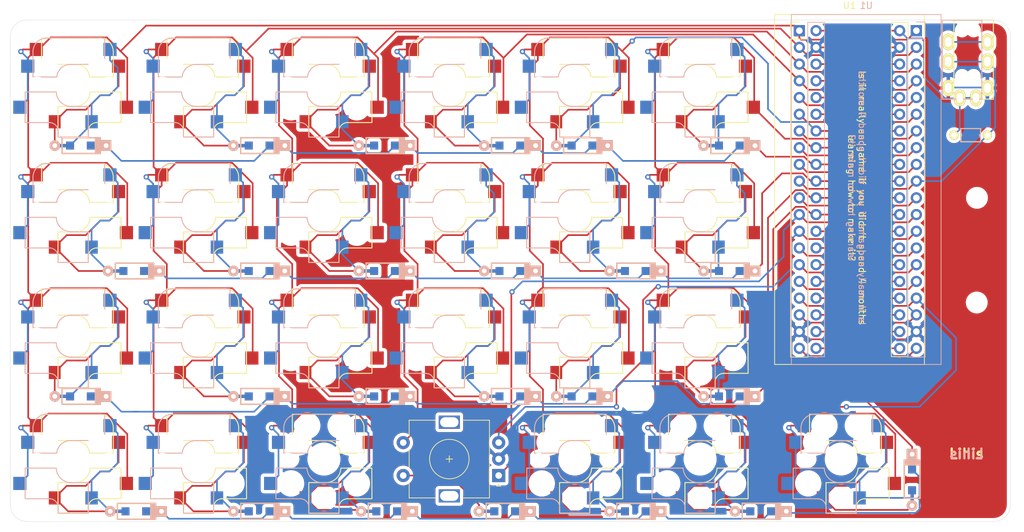
<source format=kicad_pcb>
(kicad_pcb (version 20171130) (host pcbnew "(5.1.10)-1")
  (layers (0 F.Cu signal) (31 B.Cu signal) (34 B.Paste user) (35 F.Paste user) (36 B.SilkS user) (37 F.SilkS user) (38 B.Mask user) (39 F.Mask user) (44 Edge.Cuts user))
  (net 0 "")
  (net 1 "Net-(D1-Pad2)")
  (net 2 Row0)
  (net 3 "Net-(D2-Pad2)")
  (net 4 "Net-(D3-Pad2)")
  (net 5 "Net-(D4-Pad2)")
  (net 6 "Net-(D5-Pad2)")
  (net 7 "Net-(D6-Pad2)")
  (net 8 "Net-(D7-Pad2)")
  (net 9 Row1)
  (net 10 "Net-(D8-Pad2)")
  (net 11 "Net-(D9-Pad2)")
  (net 12 "Net-(D10-Pad2)")
  (net 13 "Net-(D11-Pad2)")
  (net 14 "Net-(D12-Pad2)")
  (net 15 "Net-(D13-Pad2)")
  (net 16 Row2)
  (net 17 "Net-(D14-Pad2)")
  (net 18 "Net-(D15-Pad2)")
  (net 19 "Net-(D16-Pad2)")
  (net 20 "Net-(D17-Pad2)")
  (net 21 "Net-(D18-Pad2)")
  (net 22 "Net-(D19-Pad2)")
  (net 23 Row3)
  (net 24 "Net-(D20-Pad2)")
  (net 25 "Net-(D21-Pad2)")
  (net 26 "Net-(D22-Pad2)")
  (net 27 "Net-(D23-Pad2)")
  (net 28 "Net-(D24-Pad2)")
  (net 29 "Net-(D25-Pad2)")
  (net 30 +5V)
  (net 31 GND)
  (net 32 Split)
  (net 33 "Net-(J1-PadB)")
  (net 34 ROT1A)
  (net 35 ROT1B)
  (net 36 Col6)
  (net 37 "Net-(U1-Pad20)")
  (net 38 "Net-(U1-Pad21)")
  (net 39 "Net-(U1-Pad22)")
  (net 40 "Net-(U1-Pad25)")
  (net 41 "Net-(U1-Pad27)")
  (net 42 Col3)
  (net 43 "Net-(U1-Pad11)")
  (net 44 Col4)
  (net 45 Col5)
  (net 46 "Net-(U1-Pad9)")
  (net 47 "Net-(U1-Pad8)")
  (net 48 Col0)
  (net 49 "Net-(U1-Pad7)")
  (net 50 Col1)
  (net 51 "Net-(U1-Pad6)")
  (net 52 Col2)
  (net 53 "Net-(U1-Pad5)")
  (net 54 "Net-(U1-Pad36)")
  (net 55 "Net-(U1-Pad37)")
  (net 56 "Net-(U1-Pad38)")
  (net 57 "Net-(U1-Pad16)")
  (net 58 "Net-(U1-Pad15)")
  (net 59 "Net-(U1-Pad14)")
  (net 60 "Net-(U1-Pad35)")
  (net 61 "Net-(U1-Pad24)")
  (net 62 "Net-(U1-Pad23)")
  (net 63 "Net-(U1-Pad26)")
  (net 64 "Net-(U1-Pad28)")
  (module kbd:thread_m2 (layer F.Cu) (at 176.17694 73.05294)
    (fp_text reference Ref** hide)
    (fp_text value Val** hide)
    (pad "" np_thru_hole circle (at 0 0) (size 2.3 2.3) (drill 2.3) (layers *.Cu *.Mask))
  )
  (module kbd:thread_m2 (layer F.Cu) (at 176.2125 57.15)
    (fp_text reference Ref** hide)
    (fp_text value Val** hide)
    (pad "" np_thru_hole circle (at 0 0) (size 2.3 2.3) (drill 2.3) (layers *.Cu *.Mask))
  )
  (module kbd:M2_HOLE_v2 (layer F.Cu) (at 124.61875 87.3125)
    (fp_text reference " " (at 0 -3.2) (layer F.SilkS))
    (fp_text value Val**)
    (pad "" np_thru_hole circle (at 0 0) (size 4.3 4.3) (drill 4.3) (layers *.Cu *.Mask))
  )
  (module kbd:M2_HOLE_v2 (layer F.Cu) (at 48.41875 87.3125)
    (fp_text reference " " (at 0 -3.2) (layer F.SilkS))
    (fp_text value Val**)
    (pad "" np_thru_hole circle (at 0 0) (size 4.3 4.3) (drill 4.3) (layers *.Cu *.Mask))
  )
  (module kbd:M2_HOLE_v2 (layer F.Cu) (at 48.41875 49.2125)
    (fp_text reference "  " (at 0 -3.2) (layer F.SilkS))
    (fp_text value Val**)
    (pad "" np_thru_hole circle (at 0 0) (size 4.3 4.3) (drill 4.3) (layers *.Cu *.Mask))
  )
  (module kbd:M2_HOLE_v2 (layer F.Cu) (at 124.61875 49.2125)
    (fp_text reference " " (at 0 -3.2) (layer F.SilkS))
    (fp_text value Val**)
    (pad "" np_thru_hole circle (at 0 0) (size 4.3 4.3) (drill 4.3) (layers *.Cu *.Mask))
  )
  (module kbd:CherryMX_Choc_Hotswap (layer F.Cu) (at 115.09375 96.8375)
    (fp_text reference SW23 hide)
    (fp_text value SW_PUSH hide)
    (pad 1 smd rect (at -5.6 -5.08 180) (size 2 2) (layers F.Cu F.Paste F.Mask) (net 50 Col1))
    (pad "" np_thru_hole circle (at 3.81 -2.54 180) (size 3 3) (drill 3) (layers *.Cu *.Mask))
    (pad "" np_thru_hole circle (at -2.54 -5.08 180) (size 3 3) (drill 3) (layers *.Cu *.Mask))
    (pad 2 smd rect (at 6.9 -2.54 180) (size 2 2) (layers F.Cu F.Paste F.Mask) (net 27 "Net-(D23-Pad2)"))
    (pad "" np_thru_hole circle (at 5 3.7 270) (size 3 3) (drill 3) (layers *.Cu *.Mask))
    (pad 2 smd rect (at -2.8 5.9 180) (size 1.8 2) (layers F.Cu F.Paste F.Mask) (net 27 "Net-(D23-Pad2)"))
    (pad 1 smd rect (at 8.1 3.7 180) (size 2 2) (layers F.Cu F.Paste F.Mask) (net 50 Col1))
    (pad 1 smd rect (at -8.1 3.7 180) (size 2 2) (layers B.Cu B.Paste B.Mask) (net 50 Col1))
    (pad 2 smd rect (at 2.8 5.9 180) (size 1.9 2) (layers B.Cu B.Paste B.Mask) (net 27 "Net-(D23-Pad2)"))
    (pad "" np_thru_hole circle (at -5 3.7 90) (size 3 3) (drill 3) (layers *.Cu *.Mask))
    (pad "" np_thru_hole circle (at 0 5.9 90) (size 3 3) (drill 3) (layers *.Cu *.Mask))
    (pad 1 smd rect (at -6.9 -2.54 180) (size 2 2) (layers B.Cu B.Paste B.Mask) (net 50 Col1))
    (pad "" np_thru_hole circle (at 2.54 -5.08 180) (size 3 3) (drill 3) (layers *.Cu *.Mask))
    (pad "" np_thru_hole circle (at 0 0 90) (size 4 4) (drill 4) (layers *.Cu *.Mask))
    (pad "" np_thru_hole circle (at -5.5 0 90) (size 1.9 1.9) (drill 1.9) (layers *.Cu *.Mask))
    (pad "" np_thru_hole circle (at 5.5 0 90) (size 1.9 1.9) (drill 1.9) (layers *.Cu *.Mask))
    (pad "" np_thru_hole circle (at 5.08 0) (size 1.7 1.7) (drill 1.7) (layers *.Cu *.Mask))
    (pad "" np_thru_hole circle (at -5.08 0) (size 1.7 1.7) (drill 1.7) (layers *.Cu *.Mask))
    (pad "" np_thru_hole circle (at -3.81 -2.54 180) (size 3 3) (drill 3) (layers *.Cu *.Mask))
    (pad 2 smd rect (at 5.6 -5.08 180) (size 2 2) (layers B.Cu B.Paste B.Mask) (net 27 "Net-(D23-Pad2)"))
  )
  (module keyboard_parts:D_SOD123_axial_flip (layer F.Cu) (at 166.35625 100 270)
    (fp_text reference D25 hide)
    (fp_text value D hide)
    (pad 2 smd rect (at 2.7 0 270) (size 2.5 0.5) (layers B.Cu) (net 29 "Net-(D25-Pad2)"))
    (pad 1 smd rect (at -2.7 0 270) (size 2.5 0.5) (layers B.Cu) (net 23 Row3))
    (pad 2 thru_hole circle (at 3.9 0 270) (size 1.6 1.6) (drill 0.7) (layers *.Cu *.Mask B.SilkS) (net 29 "Net-(D25-Pad2)"))
    (pad 1 thru_hole rect (at -3.9 0 270) (size 1.6 1.6) (drill 0.7) (layers *.Cu *.Mask B.SilkS) (net 23 Row3))
    (pad 1 smd rect (at -1.575 0 270) (size 1.2 1.2) (layers B.Cu B.Paste B.Mask) (net 23 Row3))
    (pad 2 smd rect (at 1.575 0 270) (size 1.2 1.2) (layers B.Cu B.Paste B.Mask) (net 29 "Net-(D25-Pad2)"))
    (pad 2 smd rect (at 1.575 0 270) (size 1.2 1.2) (layers F.Cu F.Paste F.Mask) (net 29 "Net-(D25-Pad2)"))
    (pad 1 smd rect (at -1.575 0 270) (size 1.2 1.2) (layers F.Cu F.Paste F.Mask) (net 23 Row3))
    (pad 1 thru_hole rect (at -3.9 0 270) (size 1.6 1.6) (drill 0.7) (layers *.Cu *.Mask F.SilkS) (net 23 Row3))
    (pad 2 thru_hole circle (at 3.9 0 270) (size 1.6 1.6) (drill 0.7) (layers *.Cu *.Mask F.SilkS) (net 29 "Net-(D25-Pad2)"))
    (pad 1 smd rect (at -2.7 0 270) (size 2.5 0.5) (layers F.Cu) (net 23 Row3))
    (pad 2 smd rect (at 2.7 0 270) (size 2.5 0.5) (layers F.Cu) (net 29 "Net-(D25-Pad2)"))
  )
  (module keyboard_parts:D_SOD123_axial_flip (layer F.Cu) (at 143.35 104.775 180)
    (fp_text reference D24 hide)
    (fp_text value D hide)
    (pad 2 smd rect (at 2.7 0 180) (size 2.5 0.5) (layers B.Cu) (net 28 "Net-(D24-Pad2)"))
    (pad 1 smd rect (at -2.7 0 180) (size 2.5 0.5) (layers B.Cu) (net 23 Row3))
    (pad 2 thru_hole circle (at 3.9 0 180) (size 1.6 1.6) (drill 0.7) (layers *.Cu *.Mask B.SilkS) (net 28 "Net-(D24-Pad2)"))
    (pad 1 thru_hole rect (at -3.9 0 180) (size 1.6 1.6) (drill 0.7) (layers *.Cu *.Mask B.SilkS) (net 23 Row3))
    (pad 1 smd rect (at -1.575 0 180) (size 1.2 1.2) (layers B.Cu B.Paste B.Mask) (net 23 Row3))
    (pad 2 smd rect (at 1.575 0 180) (size 1.2 1.2) (layers B.Cu B.Paste B.Mask) (net 28 "Net-(D24-Pad2)"))
    (pad 2 smd rect (at 1.575 0 180) (size 1.2 1.2) (layers F.Cu F.Paste F.Mask) (net 28 "Net-(D24-Pad2)"))
    (pad 1 smd rect (at -1.575 0 180) (size 1.2 1.2) (layers F.Cu F.Paste F.Mask) (net 23 Row3))
    (pad 1 thru_hole rect (at -3.9 0 180) (size 1.6 1.6) (drill 0.7) (layers *.Cu *.Mask F.SilkS) (net 23 Row3))
    (pad 2 thru_hole circle (at 3.9 0 180) (size 1.6 1.6) (drill 0.7) (layers *.Cu *.Mask F.SilkS) (net 28 "Net-(D24-Pad2)"))
    (pad 1 smd rect (at -2.7 0 180) (size 2.5 0.5) (layers F.Cu) (net 23 Row3))
    (pad 2 smd rect (at 2.7 0 180) (size 2.5 0.5) (layers F.Cu) (net 28 "Net-(D24-Pad2)"))
  )
  (module keyboard_parts:D_SOD123_axial_flip (layer F.Cu) (at 124.3 104.775 180)
    (fp_text reference D23 hide)
    (fp_text value D hide)
    (pad 2 smd rect (at 2.7 0 180) (size 2.5 0.5) (layers B.Cu) (net 27 "Net-(D23-Pad2)"))
    (pad 1 smd rect (at -2.7 0 180) (size 2.5 0.5) (layers B.Cu) (net 23 Row3))
    (pad 2 thru_hole circle (at 3.9 0 180) (size 1.6 1.6) (drill 0.7) (layers *.Cu *.Mask B.SilkS) (net 27 "Net-(D23-Pad2)"))
    (pad 1 thru_hole rect (at -3.9 0 180) (size 1.6 1.6) (drill 0.7) (layers *.Cu *.Mask B.SilkS) (net 23 Row3))
    (pad 1 smd rect (at -1.575 0 180) (size 1.2 1.2) (layers B.Cu B.Paste B.Mask) (net 23 Row3))
    (pad 2 smd rect (at 1.575 0 180) (size 1.2 1.2) (layers B.Cu B.Paste B.Mask) (net 27 "Net-(D23-Pad2)"))
    (pad 2 smd rect (at 1.575 0 180) (size 1.2 1.2) (layers F.Cu F.Paste F.Mask) (net 27 "Net-(D23-Pad2)"))
    (pad 1 smd rect (at -1.575 0 180) (size 1.2 1.2) (layers F.Cu F.Paste F.Mask) (net 23 Row3))
    (pad 1 thru_hole rect (at -3.9 0 180) (size 1.6 1.6) (drill 0.7) (layers *.Cu *.Mask F.SilkS) (net 23 Row3))
    (pad 2 thru_hole circle (at 3.9 0 180) (size 1.6 1.6) (drill 0.7) (layers *.Cu *.Mask F.SilkS) (net 27 "Net-(D23-Pad2)"))
    (pad 1 smd rect (at -2.7 0 180) (size 2.5 0.5) (layers F.Cu) (net 23 Row3))
    (pad 2 smd rect (at 2.7 0 180) (size 2.5 0.5) (layers F.Cu) (net 27 "Net-(D23-Pad2)"))
  )
  (module keyboard_parts:D_SOD123_axial_flip (layer F.Cu) (at 104.45625 104.775 180)
    (fp_text reference D22 hide)
    (fp_text value D hide)
    (pad 2 smd rect (at 2.7 0 180) (size 2.5 0.5) (layers B.Cu) (net 26 "Net-(D22-Pad2)"))
    (pad 1 smd rect (at -2.7 0 180) (size 2.5 0.5) (layers B.Cu) (net 23 Row3))
    (pad 2 thru_hole circle (at 3.9 0 180) (size 1.6 1.6) (drill 0.7) (layers *.Cu *.Mask B.SilkS) (net 26 "Net-(D22-Pad2)"))
    (pad 1 thru_hole rect (at -3.9 0 180) (size 1.6 1.6) (drill 0.7) (layers *.Cu *.Mask B.SilkS) (net 23 Row3))
    (pad 1 smd rect (at -1.575 0 180) (size 1.2 1.2) (layers B.Cu B.Paste B.Mask) (net 23 Row3))
    (pad 2 smd rect (at 1.575 0 180) (size 1.2 1.2) (layers B.Cu B.Paste B.Mask) (net 26 "Net-(D22-Pad2)"))
    (pad 2 smd rect (at 1.575 0 180) (size 1.2 1.2) (layers F.Cu F.Paste F.Mask) (net 26 "Net-(D22-Pad2)"))
    (pad 1 smd rect (at -1.575 0 180) (size 1.2 1.2) (layers F.Cu F.Paste F.Mask) (net 23 Row3))
    (pad 1 thru_hole rect (at -3.9 0 180) (size 1.6 1.6) (drill 0.7) (layers *.Cu *.Mask F.SilkS) (net 23 Row3))
    (pad 2 thru_hole circle (at 3.9 0 180) (size 1.6 1.6) (drill 0.7) (layers *.Cu *.Mask F.SilkS) (net 26 "Net-(D22-Pad2)"))
    (pad 1 smd rect (at -2.7 0 180) (size 2.5 0.5) (layers F.Cu) (net 23 Row3))
    (pad 2 smd rect (at 2.7 0 180) (size 2.5 0.5) (layers F.Cu) (net 26 "Net-(D22-Pad2)"))
  )
  (module keyboard_parts:D_SOD123_axial_flip (layer F.Cu) (at 86.53125 104.775 180)
    (fp_text reference D21 hide)
    (fp_text value D hide)
    (pad 2 smd rect (at 2.7 0 180) (size 2.5 0.5) (layers B.Cu) (net 25 "Net-(D21-Pad2)"))
    (pad 1 smd rect (at -2.7 0 180) (size 2.5 0.5) (layers B.Cu) (net 23 Row3))
    (pad 2 thru_hole circle (at 3.9 0 180) (size 1.6 1.6) (drill 0.7) (layers *.Cu *.Mask B.SilkS) (net 25 "Net-(D21-Pad2)"))
    (pad 1 thru_hole rect (at -3.9 0 180) (size 1.6 1.6) (drill 0.7) (layers *.Cu *.Mask B.SilkS) (net 23 Row3))
    (pad 1 smd rect (at -1.575 0 180) (size 1.2 1.2) (layers B.Cu B.Paste B.Mask) (net 23 Row3))
    (pad 2 smd rect (at 1.575 0 180) (size 1.2 1.2) (layers B.Cu B.Paste B.Mask) (net 25 "Net-(D21-Pad2)"))
    (pad 2 smd rect (at 1.575 0 180) (size 1.2 1.2) (layers F.Cu F.Paste F.Mask) (net 25 "Net-(D21-Pad2)"))
    (pad 1 smd rect (at -1.575 0 180) (size 1.2 1.2) (layers F.Cu F.Paste F.Mask) (net 23 Row3))
    (pad 1 thru_hole rect (at -3.9 0 180) (size 1.6 1.6) (drill 0.7) (layers *.Cu *.Mask F.SilkS) (net 23 Row3))
    (pad 2 thru_hole circle (at 3.9 0 180) (size 1.6 1.6) (drill 0.7) (layers *.Cu *.Mask F.SilkS) (net 25 "Net-(D21-Pad2)"))
    (pad 1 smd rect (at -2.7 0 180) (size 2.5 0.5) (layers F.Cu) (net 23 Row3))
    (pad 2 smd rect (at 2.7 0 180) (size 2.5 0.5) (layers F.Cu) (net 25 "Net-(D21-Pad2)"))
  )
  (module keyboard_parts:D_SOD123_axial_flip (layer F.Cu) (at 67.15 104.775 180)
    (fp_text reference D20 hide)
    (fp_text value D hide)
    (pad 2 smd rect (at 2.7 0 180) (size 2.5 0.5) (layers B.Cu) (net 24 "Net-(D20-Pad2)"))
    (pad 1 smd rect (at -2.7 0 180) (size 2.5 0.5) (layers B.Cu) (net 23 Row3))
    (pad 2 thru_hole circle (at 3.9 0 180) (size 1.6 1.6) (drill 0.7) (layers *.Cu *.Mask B.SilkS) (net 24 "Net-(D20-Pad2)"))
    (pad 1 thru_hole rect (at -3.9 0 180) (size 1.6 1.6) (drill 0.7) (layers *.Cu *.Mask B.SilkS) (net 23 Row3))
    (pad 1 smd rect (at -1.575 0 180) (size 1.2 1.2) (layers B.Cu B.Paste B.Mask) (net 23 Row3))
    (pad 2 smd rect (at 1.575 0 180) (size 1.2 1.2) (layers B.Cu B.Paste B.Mask) (net 24 "Net-(D20-Pad2)"))
    (pad 2 smd rect (at 1.575 0 180) (size 1.2 1.2) (layers F.Cu F.Paste F.Mask) (net 24 "Net-(D20-Pad2)"))
    (pad 1 smd rect (at -1.575 0 180) (size 1.2 1.2) (layers F.Cu F.Paste F.Mask) (net 23 Row3))
    (pad 1 thru_hole rect (at -3.9 0 180) (size 1.6 1.6) (drill 0.7) (layers *.Cu *.Mask F.SilkS) (net 23 Row3))
    (pad 2 thru_hole circle (at 3.9 0 180) (size 1.6 1.6) (drill 0.7) (layers *.Cu *.Mask F.SilkS) (net 24 "Net-(D20-Pad2)"))
    (pad 1 smd rect (at -2.7 0 180) (size 2.5 0.5) (layers F.Cu) (net 23 Row3))
    (pad 2 smd rect (at 2.7 0 180) (size 2.5 0.5) (layers F.Cu) (net 24 "Net-(D20-Pad2)"))
  )
  (module keyboard_parts:D_SOD123_axial_flip (layer F.Cu) (at 48.41875 104.775 180)
    (fp_text reference D19 hide)
    (fp_text value D hide)
    (pad 2 smd rect (at 2.7 0 180) (size 2.5 0.5) (layers B.Cu) (net 22 "Net-(D19-Pad2)"))
    (pad 1 smd rect (at -2.7 0 180) (size 2.5 0.5) (layers B.Cu) (net 23 Row3))
    (pad 2 thru_hole circle (at 3.9 0 180) (size 1.6 1.6) (drill 0.7) (layers *.Cu *.Mask B.SilkS) (net 22 "Net-(D19-Pad2)"))
    (pad 1 thru_hole rect (at -3.9 0 180) (size 1.6 1.6) (drill 0.7) (layers *.Cu *.Mask B.SilkS) (net 23 Row3))
    (pad 1 smd rect (at -1.575 0 180) (size 1.2 1.2) (layers B.Cu B.Paste B.Mask) (net 23 Row3))
    (pad 2 smd rect (at 1.575 0 180) (size 1.2 1.2) (layers B.Cu B.Paste B.Mask) (net 22 "Net-(D19-Pad2)"))
    (pad 2 smd rect (at 1.575 0 180) (size 1.2 1.2) (layers F.Cu F.Paste F.Mask) (net 22 "Net-(D19-Pad2)"))
    (pad 1 smd rect (at -1.575 0 180) (size 1.2 1.2) (layers F.Cu F.Paste F.Mask) (net 23 Row3))
    (pad 1 thru_hole rect (at -3.9 0 180) (size 1.6 1.6) (drill 0.7) (layers *.Cu *.Mask F.SilkS) (net 23 Row3))
    (pad 2 thru_hole circle (at 3.9 0 180) (size 1.6 1.6) (drill 0.7) (layers *.Cu *.Mask F.SilkS) (net 22 "Net-(D19-Pad2)"))
    (pad 1 smd rect (at -2.7 0 180) (size 2.5 0.5) (layers F.Cu) (net 23 Row3))
    (pad 2 smd rect (at 2.7 0 180) (size 2.5 0.5) (layers F.Cu) (net 22 "Net-(D19-Pad2)"))
  )
  (module keyboard_parts:D_SOD123_axial_flip (layer F.Cu) (at 138.5875 87.3125 180)
    (fp_text reference D18 hide)
    (fp_text value D hide)
    (pad 2 smd rect (at 2.7 0 180) (size 2.5 0.5) (layers B.Cu) (net 21 "Net-(D18-Pad2)"))
    (pad 1 smd rect (at -2.7 0 180) (size 2.5 0.5) (layers B.Cu) (net 16 Row2))
    (pad 2 thru_hole circle (at 3.9 0 180) (size 1.6 1.6) (drill 0.7) (layers *.Cu *.Mask B.SilkS) (net 21 "Net-(D18-Pad2)"))
    (pad 1 thru_hole rect (at -3.9 0 180) (size 1.6 1.6) (drill 0.7) (layers *.Cu *.Mask B.SilkS) (net 16 Row2))
    (pad 1 smd rect (at -1.575 0 180) (size 1.2 1.2) (layers B.Cu B.Paste B.Mask) (net 16 Row2))
    (pad 2 smd rect (at 1.575 0 180) (size 1.2 1.2) (layers B.Cu B.Paste B.Mask) (net 21 "Net-(D18-Pad2)"))
    (pad 2 smd rect (at 1.575 0 180) (size 1.2 1.2) (layers F.Cu F.Paste F.Mask) (net 21 "Net-(D18-Pad2)"))
    (pad 1 smd rect (at -1.575 0 180) (size 1.2 1.2) (layers F.Cu F.Paste F.Mask) (net 16 Row2))
    (pad 1 thru_hole rect (at -3.9 0 180) (size 1.6 1.6) (drill 0.7) (layers *.Cu *.Mask F.SilkS) (net 16 Row2))
    (pad 2 thru_hole circle (at 3.9 0 180) (size 1.6 1.6) (drill 0.7) (layers *.Cu *.Mask F.SilkS) (net 21 "Net-(D18-Pad2)"))
    (pad 1 smd rect (at -2.7 0 180) (size 2.5 0.5) (layers F.Cu) (net 16 Row2))
    (pad 2 smd rect (at 2.7 0 180) (size 2.5 0.5) (layers F.Cu) (net 21 "Net-(D18-Pad2)"))
  )
  (module keyboard_parts:D_SOD123_axial_flip (layer F.Cu) (at 116.20625 87.3125 180)
    (fp_text reference D17 hide)
    (fp_text value D hide)
    (pad 2 smd rect (at 2.7 0 180) (size 2.5 0.5) (layers B.Cu) (net 20 "Net-(D17-Pad2)"))
    (pad 1 smd rect (at -2.7 0 180) (size 2.5 0.5) (layers B.Cu) (net 16 Row2))
    (pad 2 thru_hole circle (at 3.9 0 180) (size 1.6 1.6) (drill 0.7) (layers *.Cu *.Mask B.SilkS) (net 20 "Net-(D17-Pad2)"))
    (pad 1 thru_hole rect (at -3.9 0 180) (size 1.6 1.6) (drill 0.7) (layers *.Cu *.Mask B.SilkS) (net 16 Row2))
    (pad 1 smd rect (at -1.575 0 180) (size 1.2 1.2) (layers B.Cu B.Paste B.Mask) (net 16 Row2))
    (pad 2 smd rect (at 1.575 0 180) (size 1.2 1.2) (layers B.Cu B.Paste B.Mask) (net 20 "Net-(D17-Pad2)"))
    (pad 2 smd rect (at 1.575 0 180) (size 1.2 1.2) (layers F.Cu F.Paste F.Mask) (net 20 "Net-(D17-Pad2)"))
    (pad 1 smd rect (at -1.575 0 180) (size 1.2 1.2) (layers F.Cu F.Paste F.Mask) (net 16 Row2))
    (pad 1 thru_hole rect (at -3.9 0 180) (size 1.6 1.6) (drill 0.7) (layers *.Cu *.Mask F.SilkS) (net 16 Row2))
    (pad 2 thru_hole circle (at 3.9 0 180) (size 1.6 1.6) (drill 0.7) (layers *.Cu *.Mask F.SilkS) (net 20 "Net-(D17-Pad2)"))
    (pad 1 smd rect (at -2.7 0 180) (size 2.5 0.5) (layers F.Cu) (net 16 Row2))
    (pad 2 smd rect (at 2.7 0 180) (size 2.5 0.5) (layers F.Cu) (net 20 "Net-(D17-Pad2)"))
  )
  (module keyboard_parts:D_SOD123_axial_flip (layer F.Cu) (at 105.25 87.3125 180)
    (fp_text reference D16 hide)
    (fp_text value D hide)
    (pad 2 smd rect (at 2.7 0 180) (size 2.5 0.5) (layers B.Cu) (net 19 "Net-(D16-Pad2)"))
    (pad 1 smd rect (at -2.7 0 180) (size 2.5 0.5) (layers B.Cu) (net 16 Row2))
    (pad 2 thru_hole circle (at 3.9 0 180) (size 1.6 1.6) (drill 0.7) (layers *.Cu *.Mask B.SilkS) (net 19 "Net-(D16-Pad2)"))
    (pad 1 thru_hole rect (at -3.9 0 180) (size 1.6 1.6) (drill 0.7) (layers *.Cu *.Mask B.SilkS) (net 16 Row2))
    (pad 1 smd rect (at -1.575 0 180) (size 1.2 1.2) (layers B.Cu B.Paste B.Mask) (net 16 Row2))
    (pad 2 smd rect (at 1.575 0 180) (size 1.2 1.2) (layers B.Cu B.Paste B.Mask) (net 19 "Net-(D16-Pad2)"))
    (pad 2 smd rect (at 1.575 0 180) (size 1.2 1.2) (layers F.Cu F.Paste F.Mask) (net 19 "Net-(D16-Pad2)"))
    (pad 1 smd rect (at -1.575 0 180) (size 1.2 1.2) (layers F.Cu F.Paste F.Mask) (net 16 Row2))
    (pad 1 thru_hole rect (at -3.9 0 180) (size 1.6 1.6) (drill 0.7) (layers *.Cu *.Mask F.SilkS) (net 16 Row2))
    (pad 2 thru_hole circle (at 3.9 0 180) (size 1.6 1.6) (drill 0.7) (layers *.Cu *.Mask F.SilkS) (net 19 "Net-(D16-Pad2)"))
    (pad 1 smd rect (at -2.7 0 180) (size 2.5 0.5) (layers F.Cu) (net 16 Row2))
    (pad 2 smd rect (at 2.7 0 180) (size 2.5 0.5) (layers F.Cu) (net 19 "Net-(D16-Pad2)"))
  )
  (module keyboard_parts:D_SOD123_axial_flip (layer F.Cu) (at 86.2 87.3125 180)
    (fp_text reference D15 hide)
    (fp_text value D hide)
    (pad 2 smd rect (at 2.7 0 180) (size 2.5 0.5) (layers B.Cu) (net 18 "Net-(D15-Pad2)"))
    (pad 1 smd rect (at -2.7 0 180) (size 2.5 0.5) (layers B.Cu) (net 16 Row2))
    (pad 2 thru_hole circle (at 3.9 0 180) (size 1.6 1.6) (drill 0.7) (layers *.Cu *.Mask B.SilkS) (net 18 "Net-(D15-Pad2)"))
    (pad 1 thru_hole rect (at -3.9 0 180) (size 1.6 1.6) (drill 0.7) (layers *.Cu *.Mask B.SilkS) (net 16 Row2))
    (pad 1 smd rect (at -1.575 0 180) (size 1.2 1.2) (layers B.Cu B.Paste B.Mask) (net 16 Row2))
    (pad 2 smd rect (at 1.575 0 180) (size 1.2 1.2) (layers B.Cu B.Paste B.Mask) (net 18 "Net-(D15-Pad2)"))
    (pad 2 smd rect (at 1.575 0 180) (size 1.2 1.2) (layers F.Cu F.Paste F.Mask) (net 18 "Net-(D15-Pad2)"))
    (pad 1 smd rect (at -1.575 0 180) (size 1.2 1.2) (layers F.Cu F.Paste F.Mask) (net 16 Row2))
    (pad 1 thru_hole rect (at -3.9 0 180) (size 1.6 1.6) (drill 0.7) (layers *.Cu *.Mask F.SilkS) (net 16 Row2))
    (pad 2 thru_hole circle (at 3.9 0 180) (size 1.6 1.6) (drill 0.7) (layers *.Cu *.Mask F.SilkS) (net 18 "Net-(D15-Pad2)"))
    (pad 1 smd rect (at -2.7 0 180) (size 2.5 0.5) (layers F.Cu) (net 16 Row2))
    (pad 2 smd rect (at 2.7 0 180) (size 2.5 0.5) (layers F.Cu) (net 18 "Net-(D15-Pad2)"))
  )
  (module keyboard_parts:D_SOD123_axial_flip (layer F.Cu) (at 67.15 87.3125 180)
    (fp_text reference D14 hide)
    (fp_text value D hide)
    (pad 2 smd rect (at 2.7 0 180) (size 2.5 0.5) (layers B.Cu) (net 17 "Net-(D14-Pad2)"))
    (pad 1 smd rect (at -2.7 0 180) (size 2.5 0.5) (layers B.Cu) (net 16 Row2))
    (pad 2 thru_hole circle (at 3.9 0 180) (size 1.6 1.6) (drill 0.7) (layers *.Cu *.Mask B.SilkS) (net 17 "Net-(D14-Pad2)"))
    (pad 1 thru_hole rect (at -3.9 0 180) (size 1.6 1.6) (drill 0.7) (layers *.Cu *.Mask B.SilkS) (net 16 Row2))
    (pad 1 smd rect (at -1.575 0 180) (size 1.2 1.2) (layers B.Cu B.Paste B.Mask) (net 16 Row2))
    (pad 2 smd rect (at 1.575 0 180) (size 1.2 1.2) (layers B.Cu B.Paste B.Mask) (net 17 "Net-(D14-Pad2)"))
    (pad 2 smd rect (at 1.575 0 180) (size 1.2 1.2) (layers F.Cu F.Paste F.Mask) (net 17 "Net-(D14-Pad2)"))
    (pad 1 smd rect (at -1.575 0 180) (size 1.2 1.2) (layers F.Cu F.Paste F.Mask) (net 16 Row2))
    (pad 1 thru_hole rect (at -3.9 0 180) (size 1.6 1.6) (drill 0.7) (layers *.Cu *.Mask F.SilkS) (net 16 Row2))
    (pad 2 thru_hole circle (at 3.9 0 180) (size 1.6 1.6) (drill 0.7) (layers *.Cu *.Mask F.SilkS) (net 17 "Net-(D14-Pad2)"))
    (pad 1 smd rect (at -2.7 0 180) (size 2.5 0.5) (layers F.Cu) (net 16 Row2))
    (pad 2 smd rect (at 2.7 0 180) (size 2.5 0.5) (layers F.Cu) (net 17 "Net-(D14-Pad2)"))
  )
  (module keyboard_parts:D_SOD123_axial_flip (layer F.Cu) (at 40.00625 87.3125 180)
    (fp_text reference D13 hide)
    (fp_text value D hide)
    (pad 2 smd rect (at 2.7 0 180) (size 2.5 0.5) (layers B.Cu) (net 15 "Net-(D13-Pad2)"))
    (pad 1 smd rect (at -2.7 0 180) (size 2.5 0.5) (layers B.Cu) (net 16 Row2))
    (pad 2 thru_hole circle (at 3.9 0 180) (size 1.6 1.6) (drill 0.7) (layers *.Cu *.Mask B.SilkS) (net 15 "Net-(D13-Pad2)"))
    (pad 1 thru_hole rect (at -3.9 0 180) (size 1.6 1.6) (drill 0.7) (layers *.Cu *.Mask B.SilkS) (net 16 Row2))
    (pad 1 smd rect (at -1.575 0 180) (size 1.2 1.2) (layers B.Cu B.Paste B.Mask) (net 16 Row2))
    (pad 2 smd rect (at 1.575 0 180) (size 1.2 1.2) (layers B.Cu B.Paste B.Mask) (net 15 "Net-(D13-Pad2)"))
    (pad 2 smd rect (at 1.575 0 180) (size 1.2 1.2) (layers F.Cu F.Paste F.Mask) (net 15 "Net-(D13-Pad2)"))
    (pad 1 smd rect (at -1.575 0 180) (size 1.2 1.2) (layers F.Cu F.Paste F.Mask) (net 16 Row2))
    (pad 1 thru_hole rect (at -3.9 0 180) (size 1.6 1.6) (drill 0.7) (layers *.Cu *.Mask F.SilkS) (net 16 Row2))
    (pad 2 thru_hole circle (at 3.9 0 180) (size 1.6 1.6) (drill 0.7) (layers *.Cu *.Mask F.SilkS) (net 15 "Net-(D13-Pad2)"))
    (pad 1 smd rect (at -2.7 0 180) (size 2.5 0.5) (layers F.Cu) (net 16 Row2))
    (pad 2 smd rect (at 2.7 0 180) (size 2.5 0.5) (layers F.Cu) (net 15 "Net-(D13-Pad2)"))
  )
  (module keyboard_parts:D_SOD123_axial_flip (layer F.Cu) (at 138.5875 68.2625 180)
    (fp_text reference D12 hide)
    (fp_text value D hide)
    (pad 2 smd rect (at 2.7 0 180) (size 2.5 0.5) (layers B.Cu) (net 14 "Net-(D12-Pad2)"))
    (pad 1 smd rect (at -2.7 0 180) (size 2.5 0.5) (layers B.Cu) (net 9 Row1))
    (pad 2 thru_hole circle (at 3.9 0 180) (size 1.6 1.6) (drill 0.7) (layers *.Cu *.Mask B.SilkS) (net 14 "Net-(D12-Pad2)"))
    (pad 1 thru_hole rect (at -3.9 0 180) (size 1.6 1.6) (drill 0.7) (layers *.Cu *.Mask B.SilkS) (net 9 Row1))
    (pad 1 smd rect (at -1.575 0 180) (size 1.2 1.2) (layers B.Cu B.Paste B.Mask) (net 9 Row1))
    (pad 2 smd rect (at 1.575 0 180) (size 1.2 1.2) (layers B.Cu B.Paste B.Mask) (net 14 "Net-(D12-Pad2)"))
    (pad 2 smd rect (at 1.575 0 180) (size 1.2 1.2) (layers F.Cu F.Paste F.Mask) (net 14 "Net-(D12-Pad2)"))
    (pad 1 smd rect (at -1.575 0 180) (size 1.2 1.2) (layers F.Cu F.Paste F.Mask) (net 9 Row1))
    (pad 1 thru_hole rect (at -3.9 0 180) (size 1.6 1.6) (drill 0.7) (layers *.Cu *.Mask F.SilkS) (net 9 Row1))
    (pad 2 thru_hole circle (at 3.9 0 180) (size 1.6 1.6) (drill 0.7) (layers *.Cu *.Mask F.SilkS) (net 14 "Net-(D12-Pad2)"))
    (pad 1 smd rect (at -2.7 0 180) (size 2.5 0.5) (layers F.Cu) (net 9 Row1))
    (pad 2 smd rect (at 2.7 0 180) (size 2.5 0.5) (layers F.Cu) (net 14 "Net-(D12-Pad2)"))
  )
  (module keyboard_parts:D_SOD123_axial_flip (layer F.Cu) (at 124.3 68.2625 180)
    (fp_text reference D11 hide)
    (fp_text value D hide)
    (pad 2 smd rect (at 2.7 0 180) (size 2.5 0.5) (layers B.Cu) (net 13 "Net-(D11-Pad2)"))
    (pad 1 smd rect (at -2.7 0 180) (size 2.5 0.5) (layers B.Cu) (net 9 Row1))
    (pad 2 thru_hole circle (at 3.9 0 180) (size 1.6 1.6) (drill 0.7) (layers *.Cu *.Mask B.SilkS) (net 13 "Net-(D11-Pad2)"))
    (pad 1 thru_hole rect (at -3.9 0 180) (size 1.6 1.6) (drill 0.7) (layers *.Cu *.Mask B.SilkS) (net 9 Row1))
    (pad 1 smd rect (at -1.575 0 180) (size 1.2 1.2) (layers B.Cu B.Paste B.Mask) (net 9 Row1))
    (pad 2 smd rect (at 1.575 0 180) (size 1.2 1.2) (layers B.Cu B.Paste B.Mask) (net 13 "Net-(D11-Pad2)"))
    (pad 2 smd rect (at 1.575 0 180) (size 1.2 1.2) (layers F.Cu F.Paste F.Mask) (net 13 "Net-(D11-Pad2)"))
    (pad 1 smd rect (at -1.575 0 180) (size 1.2 1.2) (layers F.Cu F.Paste F.Mask) (net 9 Row1))
    (pad 1 thru_hole rect (at -3.9 0 180) (size 1.6 1.6) (drill 0.7) (layers *.Cu *.Mask F.SilkS) (net 9 Row1))
    (pad 2 thru_hole circle (at 3.9 0 180) (size 1.6 1.6) (drill 0.7) (layers *.Cu *.Mask F.SilkS) (net 13 "Net-(D11-Pad2)"))
    (pad 1 smd rect (at -2.7 0 180) (size 2.5 0.5) (layers F.Cu) (net 9 Row1))
    (pad 2 smd rect (at 2.7 0 180) (size 2.5 0.5) (layers F.Cu) (net 13 "Net-(D11-Pad2)"))
  )
  (module keyboard_parts:D_SOD123_axial_flip (layer F.Cu) (at 105.25 68.2625 180)
    (fp_text reference D10 hide)
    (fp_text value D hide)
    (pad 2 smd rect (at 2.7 0 180) (size 2.5 0.5) (layers B.Cu) (net 12 "Net-(D10-Pad2)"))
    (pad 1 smd rect (at -2.7 0 180) (size 2.5 0.5) (layers B.Cu) (net 9 Row1))
    (pad 2 thru_hole circle (at 3.9 0 180) (size 1.6 1.6) (drill 0.7) (layers *.Cu *.Mask B.SilkS) (net 12 "Net-(D10-Pad2)"))
    (pad 1 thru_hole rect (at -3.9 0 180) (size 1.6 1.6) (drill 0.7) (layers *.Cu *.Mask B.SilkS) (net 9 Row1))
    (pad 1 smd rect (at -1.575 0 180) (size 1.2 1.2) (layers B.Cu B.Paste B.Mask) (net 9 Row1))
    (pad 2 smd rect (at 1.575 0 180) (size 1.2 1.2) (layers B.Cu B.Paste B.Mask) (net 12 "Net-(D10-Pad2)"))
    (pad 2 smd rect (at 1.575 0 180) (size 1.2 1.2) (layers F.Cu F.Paste F.Mask) (net 12 "Net-(D10-Pad2)"))
    (pad 1 smd rect (at -1.575 0 180) (size 1.2 1.2) (layers F.Cu F.Paste F.Mask) (net 9 Row1))
    (pad 1 thru_hole rect (at -3.9 0 180) (size 1.6 1.6) (drill 0.7) (layers *.Cu *.Mask F.SilkS) (net 9 Row1))
    (pad 2 thru_hole circle (at 3.9 0 180) (size 1.6 1.6) (drill 0.7) (layers *.Cu *.Mask F.SilkS) (net 12 "Net-(D10-Pad2)"))
    (pad 1 smd rect (at -2.7 0 180) (size 2.5 0.5) (layers F.Cu) (net 9 Row1))
    (pad 2 smd rect (at 2.7 0 180) (size 2.5 0.5) (layers F.Cu) (net 12 "Net-(D10-Pad2)"))
  )
  (module keyboard_parts:D_SOD123_axial_flip (layer F.Cu) (at 86.2 68.2625 180)
    (fp_text reference D9 hide)
    (fp_text value D hide)
    (pad 2 smd rect (at 2.7 0 180) (size 2.5 0.5) (layers B.Cu) (net 11 "Net-(D9-Pad2)"))
    (pad 1 smd rect (at -2.7 0 180) (size 2.5 0.5) (layers B.Cu) (net 9 Row1))
    (pad 2 thru_hole circle (at 3.9 0 180) (size 1.6 1.6) (drill 0.7) (layers *.Cu *.Mask B.SilkS) (net 11 "Net-(D9-Pad2)"))
    (pad 1 thru_hole rect (at -3.9 0 180) (size 1.6 1.6) (drill 0.7) (layers *.Cu *.Mask B.SilkS) (net 9 Row1))
    (pad 1 smd rect (at -1.575 0 180) (size 1.2 1.2) (layers B.Cu B.Paste B.Mask) (net 9 Row1))
    (pad 2 smd rect (at 1.575 0 180) (size 1.2 1.2) (layers B.Cu B.Paste B.Mask) (net 11 "Net-(D9-Pad2)"))
    (pad 2 smd rect (at 1.575 0 180) (size 1.2 1.2) (layers F.Cu F.Paste F.Mask) (net 11 "Net-(D9-Pad2)"))
    (pad 1 smd rect (at -1.575 0 180) (size 1.2 1.2) (layers F.Cu F.Paste F.Mask) (net 9 Row1))
    (pad 1 thru_hole rect (at -3.9 0 180) (size 1.6 1.6) (drill 0.7) (layers *.Cu *.Mask F.SilkS) (net 9 Row1))
    (pad 2 thru_hole circle (at 3.9 0 180) (size 1.6 1.6) (drill 0.7) (layers *.Cu *.Mask F.SilkS) (net 11 "Net-(D9-Pad2)"))
    (pad 1 smd rect (at -2.7 0 180) (size 2.5 0.5) (layers F.Cu) (net 9 Row1))
    (pad 2 smd rect (at 2.7 0 180) (size 2.5 0.5) (layers F.Cu) (net 11 "Net-(D9-Pad2)"))
  )
  (module keyboard_parts:D_SOD123_axial_flip (layer F.Cu) (at 67.15 68.2625 180)
    (fp_text reference D8 hide)
    (fp_text value D hide)
    (pad 2 smd rect (at 2.7 0 180) (size 2.5 0.5) (layers B.Cu) (net 10 "Net-(D8-Pad2)"))
    (pad 1 smd rect (at -2.7 0 180) (size 2.5 0.5) (layers B.Cu) (net 9 Row1))
    (pad 2 thru_hole circle (at 3.9 0 180) (size 1.6 1.6) (drill 0.7) (layers *.Cu *.Mask B.SilkS) (net 10 "Net-(D8-Pad2)"))
    (pad 1 thru_hole rect (at -3.9 0 180) (size 1.6 1.6) (drill 0.7) (layers *.Cu *.Mask B.SilkS) (net 9 Row1))
    (pad 1 smd rect (at -1.575 0 180) (size 1.2 1.2) (layers B.Cu B.Paste B.Mask) (net 9 Row1))
    (pad 2 smd rect (at 1.575 0 180) (size 1.2 1.2) (layers B.Cu B.Paste B.Mask) (net 10 "Net-(D8-Pad2)"))
    (pad 2 smd rect (at 1.575 0 180) (size 1.2 1.2) (layers F.Cu F.Paste F.Mask) (net 10 "Net-(D8-Pad2)"))
    (pad 1 smd rect (at -1.575 0 180) (size 1.2 1.2) (layers F.Cu F.Paste F.Mask) (net 9 Row1))
    (pad 1 thru_hole rect (at -3.9 0 180) (size 1.6 1.6) (drill 0.7) (layers *.Cu *.Mask F.SilkS) (net 9 Row1))
    (pad 2 thru_hole circle (at 3.9 0 180) (size 1.6 1.6) (drill 0.7) (layers *.Cu *.Mask F.SilkS) (net 10 "Net-(D8-Pad2)"))
    (pad 1 smd rect (at -2.7 0 180) (size 2.5 0.5) (layers F.Cu) (net 9 Row1))
    (pad 2 smd rect (at 2.7 0 180) (size 2.5 0.5) (layers F.Cu) (net 10 "Net-(D8-Pad2)"))
  )
  (module keyboard_parts:D_SOD123_axial_flip (layer F.Cu) (at 48.1 68.2625 180)
    (fp_text reference D7 hide)
    (fp_text value D hide)
    (pad 2 smd rect (at 2.7 0 180) (size 2.5 0.5) (layers B.Cu) (net 8 "Net-(D7-Pad2)"))
    (pad 1 smd rect (at -2.7 0 180) (size 2.5 0.5) (layers B.Cu) (net 9 Row1))
    (pad 2 thru_hole circle (at 3.9 0 180) (size 1.6 1.6) (drill 0.7) (layers *.Cu *.Mask B.SilkS) (net 8 "Net-(D7-Pad2)"))
    (pad 1 thru_hole rect (at -3.9 0 180) (size 1.6 1.6) (drill 0.7) (layers *.Cu *.Mask B.SilkS) (net 9 Row1))
    (pad 1 smd rect (at -1.575 0 180) (size 1.2 1.2) (layers B.Cu B.Paste B.Mask) (net 9 Row1))
    (pad 2 smd rect (at 1.575 0 180) (size 1.2 1.2) (layers B.Cu B.Paste B.Mask) (net 8 "Net-(D7-Pad2)"))
    (pad 2 smd rect (at 1.575 0 180) (size 1.2 1.2) (layers F.Cu F.Paste F.Mask) (net 8 "Net-(D7-Pad2)"))
    (pad 1 smd rect (at -1.575 0 180) (size 1.2 1.2) (layers F.Cu F.Paste F.Mask) (net 9 Row1))
    (pad 1 thru_hole rect (at -3.9 0 180) (size 1.6 1.6) (drill 0.7) (layers *.Cu *.Mask F.SilkS) (net 9 Row1))
    (pad 2 thru_hole circle (at 3.9 0 180) (size 1.6 1.6) (drill 0.7) (layers *.Cu *.Mask F.SilkS) (net 8 "Net-(D7-Pad2)"))
    (pad 1 smd rect (at -2.7 0 180) (size 2.5 0.5) (layers F.Cu) (net 9 Row1))
    (pad 2 smd rect (at 2.7 0 180) (size 2.5 0.5) (layers F.Cu) (net 8 "Net-(D7-Pad2)"))
  )
  (module keyboard_parts:D_SOD123_axial_flip (layer F.Cu) (at 138.5875 49.2125 180)
    (fp_text reference D6 hide)
    (fp_text value D hide)
    (pad 2 smd rect (at 2.7 0 180) (size 2.5 0.5) (layers B.Cu) (net 7 "Net-(D6-Pad2)"))
    (pad 1 smd rect (at -2.7 0 180) (size 2.5 0.5) (layers B.Cu) (net 2 Row0))
    (pad 2 thru_hole circle (at 3.9 0 180) (size 1.6 1.6) (drill 0.7) (layers *.Cu *.Mask B.SilkS) (net 7 "Net-(D6-Pad2)"))
    (pad 1 thru_hole rect (at -3.9 0 180) (size 1.6 1.6) (drill 0.7) (layers *.Cu *.Mask B.SilkS) (net 2 Row0))
    (pad 1 smd rect (at -1.575 0 180) (size 1.2 1.2) (layers B.Cu B.Paste B.Mask) (net 2 Row0))
    (pad 2 smd rect (at 1.575 0 180) (size 1.2 1.2) (layers B.Cu B.Paste B.Mask) (net 7 "Net-(D6-Pad2)"))
    (pad 2 smd rect (at 1.575 0 180) (size 1.2 1.2) (layers F.Cu F.Paste F.Mask) (net 7 "Net-(D6-Pad2)"))
    (pad 1 smd rect (at -1.575 0 180) (size 1.2 1.2) (layers F.Cu F.Paste F.Mask) (net 2 Row0))
    (pad 1 thru_hole rect (at -3.9 0 180) (size 1.6 1.6) (drill 0.7) (layers *.Cu *.Mask F.SilkS) (net 2 Row0))
    (pad 2 thru_hole circle (at 3.9 0 180) (size 1.6 1.6) (drill 0.7) (layers *.Cu *.Mask F.SilkS) (net 7 "Net-(D6-Pad2)"))
    (pad 1 smd rect (at -2.7 0 180) (size 2.5 0.5) (layers F.Cu) (net 2 Row0))
    (pad 2 smd rect (at 2.7 0 180) (size 2.5 0.5) (layers F.Cu) (net 7 "Net-(D6-Pad2)"))
  )
  (module keyboard_parts:D_SOD123_axial_flip (layer F.Cu) (at 116.20625 49.2125 180)
    (fp_text reference D5 hide)
    (fp_text value D hide)
    (pad 2 smd rect (at 2.7 0 180) (size 2.5 0.5) (layers B.Cu) (net 6 "Net-(D5-Pad2)"))
    (pad 1 smd rect (at -2.7 0 180) (size 2.5 0.5) (layers B.Cu) (net 2 Row0))
    (pad 2 thru_hole circle (at 3.9 0 180) (size 1.6 1.6) (drill 0.7) (layers *.Cu *.Mask B.SilkS) (net 6 "Net-(D5-Pad2)"))
    (pad 1 thru_hole rect (at -3.9 0 180) (size 1.6 1.6) (drill 0.7) (layers *.Cu *.Mask B.SilkS) (net 2 Row0))
    (pad 1 smd rect (at -1.575 0 180) (size 1.2 1.2) (layers B.Cu B.Paste B.Mask) (net 2 Row0))
    (pad 2 smd rect (at 1.575 0 180) (size 1.2 1.2) (layers B.Cu B.Paste B.Mask) (net 6 "Net-(D5-Pad2)"))
    (pad 2 smd rect (at 1.575 0 180) (size 1.2 1.2) (layers F.Cu F.Paste F.Mask) (net 6 "Net-(D5-Pad2)"))
    (pad 1 smd rect (at -1.575 0 180) (size 1.2 1.2) (layers F.Cu F.Paste F.Mask) (net 2 Row0))
    (pad 1 thru_hole rect (at -3.9 0 180) (size 1.6 1.6) (drill 0.7) (layers *.Cu *.Mask F.SilkS) (net 2 Row0))
    (pad 2 thru_hole circle (at 3.9 0 180) (size 1.6 1.6) (drill 0.7) (layers *.Cu *.Mask F.SilkS) (net 6 "Net-(D5-Pad2)"))
    (pad 1 smd rect (at -2.7 0 180) (size 2.5 0.5) (layers F.Cu) (net 2 Row0))
    (pad 2 smd rect (at 2.7 0 180) (size 2.5 0.5) (layers F.Cu) (net 6 "Net-(D5-Pad2)"))
  )
  (module keyboard_parts:D_SOD123_axial_flip (layer F.Cu) (at 105.25 49.2125 180)
    (fp_text reference D4 hide)
    (fp_text value D hide)
    (pad 2 smd rect (at 2.7 0 180) (size 2.5 0.5) (layers B.Cu) (net 5 "Net-(D4-Pad2)"))
    (pad 1 smd rect (at -2.7 0 180) (size 2.5 0.5) (layers B.Cu) (net 2 Row0))
    (pad 2 thru_hole circle (at 3.9 0 180) (size 1.6 1.6) (drill 0.7) (layers *.Cu *.Mask B.SilkS) (net 5 "Net-(D4-Pad2)"))
    (pad 1 thru_hole rect (at -3.9 0 180) (size 1.6 1.6) (drill 0.7) (layers *.Cu *.Mask B.SilkS) (net 2 Row0))
    (pad 1 smd rect (at -1.575 0 180) (size 1.2 1.2) (layers B.Cu B.Paste B.Mask) (net 2 Row0))
    (pad 2 smd rect (at 1.575 0 180) (size 1.2 1.2) (layers B.Cu B.Paste B.Mask) (net 5 "Net-(D4-Pad2)"))
    (pad 2 smd rect (at 1.575 0 180) (size 1.2 1.2) (layers F.Cu F.Paste F.Mask) (net 5 "Net-(D4-Pad2)"))
    (pad 1 smd rect (at -1.575 0 180) (size 1.2 1.2) (layers F.Cu F.Paste F.Mask) (net 2 Row0))
    (pad 1 thru_hole rect (at -3.9 0 180) (size 1.6 1.6) (drill 0.7) (layers *.Cu *.Mask F.SilkS) (net 2 Row0))
    (pad 2 thru_hole circle (at 3.9 0 180) (size 1.6 1.6) (drill 0.7) (layers *.Cu *.Mask F.SilkS) (net 5 "Net-(D4-Pad2)"))
    (pad 1 smd rect (at -2.7 0 180) (size 2.5 0.5) (layers F.Cu) (net 2 Row0))
    (pad 2 smd rect (at 2.7 0 180) (size 2.5 0.5) (layers F.Cu) (net 5 "Net-(D4-Pad2)"))
  )
  (module keyboard_parts:D_SOD123_axial_flip (layer F.Cu) (at 86.2 49.2125 180)
    (fp_text reference D3 hide)
    (fp_text value D hide)
    (pad 2 smd rect (at 2.7 0 180) (size 2.5 0.5) (layers B.Cu) (net 4 "Net-(D3-Pad2)"))
    (pad 1 smd rect (at -2.7 0 180) (size 2.5 0.5) (layers B.Cu) (net 2 Row0))
    (pad 2 thru_hole circle (at 3.9 0 180) (size 1.6 1.6) (drill 0.7) (layers *.Cu *.Mask B.SilkS) (net 4 "Net-(D3-Pad2)"))
    (pad 1 thru_hole rect (at -3.9 0 180) (size 1.6 1.6) (drill 0.7) (layers *.Cu *.Mask B.SilkS) (net 2 Row0))
    (pad 1 smd rect (at -1.575 0 180) (size 1.2 1.2) (layers B.Cu B.Paste B.Mask) (net 2 Row0))
    (pad 2 smd rect (at 1.575 0 180) (size 1.2 1.2) (layers B.Cu B.Paste B.Mask) (net 4 "Net-(D3-Pad2)"))
    (pad 2 smd rect (at 1.575 0 180) (size 1.2 1.2) (layers F.Cu F.Paste F.Mask) (net 4 "Net-(D3-Pad2)"))
    (pad 1 smd rect (at -1.575 0 180) (size 1.2 1.2) (layers F.Cu F.Paste F.Mask) (net 2 Row0))
    (pad 1 thru_hole rect (at -3.9 0 180) (size 1.6 1.6) (drill 0.7) (layers *.Cu *.Mask F.SilkS) (net 2 Row0))
    (pad 2 thru_hole circle (at 3.9 0 180) (size 1.6 1.6) (drill 0.7) (layers *.Cu *.Mask F.SilkS) (net 4 "Net-(D3-Pad2)"))
    (pad 1 smd rect (at -2.7 0 180) (size 2.5 0.5) (layers F.Cu) (net 2 Row0))
    (pad 2 smd rect (at 2.7 0 180) (size 2.5 0.5) (layers F.Cu) (net 4 "Net-(D3-Pad2)"))
  )
  (module keyboard_parts:D_SOD123_axial_flip (layer F.Cu) (at 67.15 49.2125 180)
    (fp_text reference D2 hide)
    (fp_text value D hide)
    (pad 2 smd rect (at 2.7 0 180) (size 2.5 0.5) (layers B.Cu) (net 3 "Net-(D2-Pad2)"))
    (pad 1 smd rect (at -2.7 0 180) (size 2.5 0.5) (layers B.Cu) (net 2 Row0))
    (pad 2 thru_hole circle (at 3.9 0 180) (size 1.6 1.6) (drill 0.7) (layers *.Cu *.Mask B.SilkS) (net 3 "Net-(D2-Pad2)"))
    (pad 1 thru_hole rect (at -3.9 0 180) (size 1.6 1.6) (drill 0.7) (layers *.Cu *.Mask B.SilkS) (net 2 Row0))
    (pad 1 smd rect (at -1.575 0 180) (size 1.2 1.2) (layers B.Cu B.Paste B.Mask) (net 2 Row0))
    (pad 2 smd rect (at 1.575 0 180) (size 1.2 1.2) (layers B.Cu B.Paste B.Mask) (net 3 "Net-(D2-Pad2)"))
    (pad 2 smd rect (at 1.575 0 180) (size 1.2 1.2) (layers F.Cu F.Paste F.Mask) (net 3 "Net-(D2-Pad2)"))
    (pad 1 smd rect (at -1.575 0 180) (size 1.2 1.2) (layers F.Cu F.Paste F.Mask) (net 2 Row0))
    (pad 1 thru_hole rect (at -3.9 0 180) (size 1.6 1.6) (drill 0.7) (layers *.Cu *.Mask F.SilkS) (net 2 Row0))
    (pad 2 thru_hole circle (at 3.9 0 180) (size 1.6 1.6) (drill 0.7) (layers *.Cu *.Mask F.SilkS) (net 3 "Net-(D2-Pad2)"))
    (pad 1 smd rect (at -2.7 0 180) (size 2.5 0.5) (layers F.Cu) (net 2 Row0))
    (pad 2 smd rect (at 2.7 0 180) (size 2.5 0.5) (layers F.Cu) (net 3 "Net-(D2-Pad2)"))
  )
  (module keyboard_parts:D_SOD123_axial_flip (layer F.Cu) (at 40.00625 49.2125 180)
    (fp_text reference D1 hide)
    (fp_text value D hide)
    (pad 2 smd rect (at 2.7 0 180) (size 2.5 0.5) (layers B.Cu) (net 1 "Net-(D1-Pad2)"))
    (pad 1 smd rect (at -2.7 0 180) (size 2.5 0.5) (layers B.Cu) (net 2 Row0))
    (pad 2 thru_hole circle (at 3.9 0 180) (size 1.6 1.6) (drill 0.7) (layers *.Cu *.Mask B.SilkS) (net 1 "Net-(D1-Pad2)"))
    (pad 1 thru_hole rect (at -3.9 0 180) (size 1.6 1.6) (drill 0.7) (layers *.Cu *.Mask B.SilkS) (net 2 Row0))
    (pad 1 smd rect (at -1.575 0 180) (size 1.2 1.2) (layers B.Cu B.Paste B.Mask) (net 2 Row0))
    (pad 2 smd rect (at 1.575 0 180) (size 1.2 1.2) (layers B.Cu B.Paste B.Mask) (net 1 "Net-(D1-Pad2)"))
    (pad 2 smd rect (at 1.575 0 180) (size 1.2 1.2) (layers F.Cu F.Paste F.Mask) (net 1 "Net-(D1-Pad2)"))
    (pad 1 smd rect (at -1.575 0 180) (size 1.2 1.2) (layers F.Cu F.Paste F.Mask) (net 2 Row0))
    (pad 1 thru_hole rect (at -3.9 0 180) (size 1.6 1.6) (drill 0.7) (layers *.Cu *.Mask F.SilkS) (net 2 Row0))
    (pad 2 thru_hole circle (at 3.9 0 180) (size 1.6 1.6) (drill 0.7) (layers *.Cu *.Mask F.SilkS) (net 1 "Net-(D1-Pad2)"))
    (pad 1 smd rect (at -2.7 0 180) (size 2.5 0.5) (layers F.Cu) (net 2 Row0))
    (pad 2 smd rect (at 2.7 0 180) (size 2.5 0.5) (layers F.Cu) (net 1 "Net-(D1-Pad2)"))
  )
  (module Footprints:YAAJ_WeAct_BlackPill_22 (layer F.Cu) (at 149.225 31.75)
    (fp_text reference U1 (at 7.62 -3.81) (layer F.SilkS))
    (fp_text value YAAJ_WeAct_BlackPill_Part_Like hide)
    (fp_text user U1 (at 10.16 -3.81 180) (layer B.SilkS) (effects (justify mirror)))
    (pad 18 thru_hole circle (at 17.78 43.18 180) (size 1.7 1.7) (drill 1) (layers *.Cu *.Mask) (net 30 +5V))
    (pad 19 thru_hole circle (at 17.78 45.72 180) (size 1.7 1.7) (drill 1) (layers *.Cu *.Mask) (net 31 GND))
    (pad 24 thru_hole circle (at 2.54 40.64 180) (size 1.7 1.7) (drill 1) (layers *.Cu *.Mask) (net 61 "Net-(U1-Pad24)"))
    (pad 25 thru_hole circle (at 2.54 38.1 180) (size 1.7 1.7) (drill 1) (layers *.Cu *.Mask) (net 40 "Net-(U1-Pad25)"))
    (pad 23 thru_hole circle (at 2.54 43.18 180) (size 1.7 1.7) (drill 1) (layers *.Cu *.Mask) (net 62 "Net-(U1-Pad23)"))
    (pad 26 thru_hole circle (at 2.54 35.56 180) (size 1.7 1.7) (drill 1) (layers *.Cu *.Mask) (net 63 "Net-(U1-Pad26)"))
    (pad 13 thru_hole circle (at 17.78 30.48 180) (size 1.7 1.7) (drill 1) (layers *.Cu *.Mask) (net 35 ROT1B))
    (pad 29 thru_hole circle (at 2.54 27.94 180) (size 1.7 1.7) (drill 1) (layers *.Cu *.Mask) (net 23 Row3))
    (pad 27 thru_hole circle (at 2.54 33.02 180) (size 1.7 1.7) (drill 1) (layers *.Cu *.Mask) (net 41 "Net-(U1-Pad27)"))
    (pad 9 thru_hole circle (at 17.78 20.32 180) (size 1.7 1.7) (drill 1) (layers *.Cu *.Mask) (net 46 "Net-(U1-Pad9)"))
    (pad 16 thru_hole circle (at 17.78 38.1 180) (size 1.7 1.7) (drill 1) (layers *.Cu *.Mask) (net 57 "Net-(U1-Pad16)"))
    (pad 32 thru_hole circle (at 2.54 20.32 180) (size 1.7 1.7) (drill 1) (layers *.Cu *.Mask) (net 2 Row0))
    (pad 22 thru_hole circle (at 2.54 45.72 180) (size 1.7 1.7) (drill 1) (layers *.Cu *.Mask) (net 39 "Net-(U1-Pad22)"))
    (pad 30 thru_hole circle (at 2.54 25.4 180) (size 1.7 1.7) (drill 1) (layers *.Cu *.Mask) (net 16 Row2))
    (pad 8 thru_hole circle (at 17.78 17.78 180) (size 1.7 1.7) (drill 1) (layers *.Cu *.Mask) (net 47 "Net-(U1-Pad8)"))
    (pad 12 thru_hole circle (at 17.78 27.94 180) (size 1.7 1.7) (drill 1) (layers *.Cu *.Mask) (net 34 ROT1A))
    (pad 21 thru_hole circle (at 2.54 48.26 180) (size 1.7 1.7) (drill 1) (layers *.Cu *.Mask) (net 38 "Net-(U1-Pad21)"))
    (pad 11 thru_hole circle (at 17.78 25.4 180) (size 1.7 1.7) (drill 1) (layers *.Cu *.Mask) (net 43 "Net-(U1-Pad11)"))
    (pad 15 thru_hole circle (at 17.78 35.56 180) (size 1.7 1.7) (drill 1) (layers *.Cu *.Mask) (net 58 "Net-(U1-Pad15)"))
    (pad 14 thru_hole circle (at 17.78 33.02 180) (size 1.7 1.7) (drill 1) (layers *.Cu *.Mask) (net 59 "Net-(U1-Pad14)"))
    (pad 10 thru_hole circle (at 17.78 22.86 180) (size 1.7 1.7) (drill 1) (layers *.Cu *.Mask) (net 32 Split))
    (pad 31 thru_hole circle (at 2.54 22.86 180) (size 1.7 1.7) (drill 1) (layers *.Cu *.Mask) (net 9 Row1))
    (pad 28 thru_hole circle (at 2.54 30.48 180) (size 1.7 1.7) (drill 1) (layers *.Cu *.Mask) (net 64 "Net-(U1-Pad28)"))
    (pad 17 thru_hole circle (at 17.78 40.64 180) (size 1.7 1.7) (drill 1) (layers *.Cu *.Mask) (net 36 Col6))
    (pad 20 thru_hole circle (at 17.78 48.26 180) (size 1.7 1.7) (drill 1) (layers *.Cu *.Mask) (net 37 "Net-(U1-Pad20)"))
    (pad 33 thru_hole circle (at 2.54 17.78 180) (size 1.7 1.7) (drill 1) (layers *.Cu *.Mask) (net 48 Col0))
    (pad 6 thru_hole circle (at 17.78 12.7 180) (size 1.7 1.7) (drill 1) (layers *.Cu *.Mask) (net 51 "Net-(U1-Pad6)"))
    (pad 5 thru_hole circle (at 17.78 10.16 180) (size 1.7 1.7) (drill 1) (layers *.Cu *.Mask) (net 53 "Net-(U1-Pad5)"))
    (pad 36 thru_hole circle (at 2.54 10.16 180) (size 1.7 1.7) (drill 1) (layers *.Cu *.Mask) (net 54 "Net-(U1-Pad36)"))
    (pad 35 thru_hole circle (at 2.54 12.7 180) (size 1.7 1.7) (drill 1) (layers *.Cu *.Mask) (net 60 "Net-(U1-Pad35)"))
    (pad 4 thru_hole circle (at 17.78 7.62 180) (size 1.7 1.7) (drill 1) (layers *.Cu *.Mask) (net 52 Col2))
    (pad 7 thru_hole circle (at 17.78 15.24 180) (size 1.7 1.7) (drill 1) (layers *.Cu *.Mask) (net 49 "Net-(U1-Pad7)"))
    (pad 34 thru_hole circle (at 2.54 15.24 180) (size 1.7 1.7) (drill 1) (layers *.Cu *.Mask) (net 50 Col1))
    (pad 37 thru_hole circle (at 2.54 7.62 180) (size 1.7 1.7) (drill 1) (layers *.Cu *.Mask) (net 55 "Net-(U1-Pad37)"))
    (pad 3 thru_hole circle (at 17.78 5.08 180) (size 1.7 1.7) (drill 1) (layers *.Cu *.Mask) (net 42 Col3))
    (pad 2 thru_hole circle (at 17.78 2.54 180) (size 1.7 1.7) (drill 1) (layers *.Cu *.Mask) (net 44 Col4))
    (pad 39 thru_hole circle (at 2.54 2.54 180) (size 1.7 1.7) (drill 1) (layers *.Cu *.Mask) (net 31 GND))
    (pad 1 thru_hole rect (at 17.78 0 180) (size 1.7 1.7) (drill 1) (layers *.Cu *.Mask) (net 45 Col5))
    (pad 40 thru_hole circle (at 2.54 0 180) (size 1.7 1.7) (drill 1) (layers *.Cu *.Mask) (net 30 +5V))
    (pad 38 thru_hole circle (at 2.54 5.08 180) (size 1.7 1.7) (drill 1) (layers *.Cu *.Mask) (net 56 "Net-(U1-Pad38)"))
    (pad 40 thru_hole circle (at 15.24 0) (size 1.7 1.7) (drill 1) (layers *.Cu *.Mask) (net 30 +5V))
    (pad 1 thru_hole rect (at 0 0) (size 1.7 1.7) (drill 1) (layers *.Cu *.Mask) (net 45 Col5))
    (pad 39 thru_hole circle (at 15.24 2.54) (size 1.7 1.7) (drill 1) (layers *.Cu *.Mask) (net 31 GND))
    (pad 2 thru_hole circle (at 0 2.54) (size 1.7 1.7) (drill 1) (layers *.Cu *.Mask) (net 44 Col4))
    (pad 38 thru_hole circle (at 15.24 5.08) (size 1.7 1.7) (drill 1) (layers *.Cu *.Mask) (net 56 "Net-(U1-Pad38)"))
    (pad 3 thru_hole circle (at 0 5.08) (size 1.7 1.7) (drill 1) (layers *.Cu *.Mask) (net 42 Col3))
    (pad 37 thru_hole circle (at 15.24 7.62) (size 1.7 1.7) (drill 1) (layers *.Cu *.Mask) (net 55 "Net-(U1-Pad37)"))
    (pad 4 thru_hole circle (at 0 7.62) (size 1.7 1.7) (drill 1) (layers *.Cu *.Mask) (net 52 Col2))
    (pad 36 thru_hole circle (at 15.24 10.16) (size 1.7 1.7) (drill 1) (layers *.Cu *.Mask) (net 54 "Net-(U1-Pad36)"))
    (pad 5 thru_hole circle (at 0 10.16) (size 1.7 1.7) (drill 1) (layers *.Cu *.Mask) (net 53 "Net-(U1-Pad5)"))
    (pad 35 thru_hole circle (at 15.24 12.7) (size 1.7 1.7) (drill 1) (layers *.Cu *.Mask) (net 60 "Net-(U1-Pad35)"))
    (pad 6 thru_hole circle (at 0 12.7) (size 1.7 1.7) (drill 1) (layers *.Cu *.Mask) (net 51 "Net-(U1-Pad6)"))
    (pad 34 thru_hole circle (at 15.24 15.24) (size 1.7 1.7) (drill 1) (layers *.Cu *.Mask) (net 50 Col1))
    (pad 7 thru_hole circle (at 0 15.24) (size 1.7 1.7) (drill 1) (layers *.Cu *.Mask) (net 49 "Net-(U1-Pad7)"))
    (pad 33 thru_hole circle (at 15.24 17.78) (size 1.7 1.7) (drill 1) (layers *.Cu *.Mask) (net 48 Col0))
    (pad 8 thru_hole circle (at 0 17.78) (size 1.7 1.7) (drill 1) (layers *.Cu *.Mask) (net 47 "Net-(U1-Pad8)"))
    (pad 32 thru_hole circle (at 15.24 20.32) (size 1.7 1.7) (drill 1) (layers *.Cu *.Mask) (net 2 Row0))
    (pad 9 thru_hole circle (at 0 20.32) (size 1.7 1.7) (drill 1) (layers *.Cu *.Mask) (net 46 "Net-(U1-Pad9)"))
    (pad 31 thru_hole circle (at 15.24 22.86) (size 1.7 1.7) (drill 1) (layers *.Cu *.Mask) (net 9 Row1))
    (pad 10 thru_hole circle (at 0 22.86) (size 1.7 1.7) (drill 1) (layers *.Cu *.Mask) (net 32 Split))
    (pad 30 thru_hole circle (at 15.24 25.4) (size 1.7 1.7) (drill 1) (layers *.Cu *.Mask) (net 16 Row2))
    (pad 11 thru_hole circle (at 0 25.4) (size 1.7 1.7) (drill 1) (layers *.Cu *.Mask) (net 43 "Net-(U1-Pad11)"))
    (pad 29 thru_hole circle (at 15.24 27.94) (size 1.7 1.7) (drill 1) (layers *.Cu *.Mask) (net 23 Row3))
    (pad 12 thru_hole circle (at 0 27.94) (size 1.7 1.7) (drill 1) (layers *.Cu *.Mask) (net 34 ROT1A))
    (pad 28 thru_hole circle (at 15.24 30.48) (size 1.7 1.7) (drill 1) (layers *.Cu *.Mask) (net 64 "Net-(U1-Pad28)"))
    (pad 13 thru_hole circle (at 0 30.48) (size 1.7 1.7) (drill 1) (layers *.Cu *.Mask) (net 35 ROT1B))
    (pad 27 thru_hole circle (at 15.24 33.02) (size 1.7 1.7) (drill 1) (layers *.Cu *.Mask) (net 41 "Net-(U1-Pad27)"))
    (pad 14 thru_hole circle (at 0 33.02) (size 1.7 1.7) (drill 1) (layers *.Cu *.Mask) (net 59 "Net-(U1-Pad14)"))
    (pad 26 thru_hole circle (at 15.24 35.56) (size 1.7 1.7) (drill 1) (layers *.Cu *.Mask) (net 63 "Net-(U1-Pad26)"))
    (pad 15 thru_hole circle (at 0 35.56) (size 1.7 1.7) (drill 1) (layers *.Cu *.Mask) (net 58 "Net-(U1-Pad15)"))
    (pad 25 thru_hole circle (at 15.24 38.1) (size 1.7 1.7) (drill 1) (layers *.Cu *.Mask) (net 40 "Net-(U1-Pad25)"))
    (pad 16 thru_hole circle (at 0 38.1) (size 1.7 1.7) (drill 1) (layers *.Cu *.Mask) (net 57 "Net-(U1-Pad16)"))
    (pad 24 thru_hole circle (at 15.24 40.64) (size 1.7 1.7) (drill 1) (layers *.Cu *.Mask) (net 61 "Net-(U1-Pad24)"))
    (pad 17 thru_hole circle (at 0 40.64) (size 1.7 1.7) (drill 1) (layers *.Cu *.Mask) (net 36 Col6))
    (pad 23 thru_hole circle (at 15.24 43.18) (size 1.7 1.7) (drill 1) (layers *.Cu *.Mask) (net 62 "Net-(U1-Pad23)"))
    (pad 18 thru_hole circle (at 0 43.18) (size 1.7 1.7) (drill 1) (layers *.Cu *.Mask) (net 30 +5V))
    (pad 22 thru_hole circle (at 15.24 45.72) (size 1.7 1.7) (drill 1) (layers *.Cu *.Mask) (net 39 "Net-(U1-Pad22)"))
    (pad 19 thru_hole circle (at 0 45.72) (size 1.7 1.7) (drill 1) (layers *.Cu *.Mask) (net 31 GND))
    (pad 21 thru_hole circle (at 15.24 48.26) (size 1.7 1.7) (drill 1) (layers *.Cu *.Mask) (net 38 "Net-(U1-Pad21)"))
    (pad 20 thru_hole circle (at 0 48.26) (size 1.7 1.7) (drill 1) (layers *.Cu *.Mask) (net 37 "Net-(U1-Pad20)"))
  )
  (module kbd:CherryMX_Choc_Hotswap (layer F.Cu) (at 155.575 96.8375)
    (fp_text reference SW25 hide)
    (fp_text value SW_PUSH hide)
    (pad 1 smd rect (at -5.6 -5.08 180) (size 2 2) (layers F.Cu F.Paste F.Mask) (net 36 Col6))
    (pad "" np_thru_hole circle (at 3.81 -2.54 180) (size 3 3) (drill 3) (layers *.Cu *.Mask))
    (pad "" np_thru_hole circle (at -2.54 -5.08 180) (size 3 3) (drill 3) (layers *.Cu *.Mask))
    (pad 2 smd rect (at 6.9 -2.54 180) (size 2 2) (layers F.Cu F.Paste F.Mask) (net 29 "Net-(D25-Pad2)"))
    (pad "" np_thru_hole circle (at 5 3.7 270) (size 3 3) (drill 3) (layers *.Cu *.Mask))
    (pad 2 smd rect (at -2.8 5.9 180) (size 1.8 2) (layers F.Cu F.Paste F.Mask) (net 29 "Net-(D25-Pad2)"))
    (pad 1 smd rect (at 8.1 3.7 180) (size 2 2) (layers F.Cu F.Paste F.Mask) (net 36 Col6))
    (pad 1 smd rect (at -8.1 3.7 180) (size 2 2) (layers B.Cu B.Paste B.Mask) (net 36 Col6))
    (pad 2 smd rect (at 2.8 5.9 180) (size 1.9 2) (layers B.Cu B.Paste B.Mask) (net 29 "Net-(D25-Pad2)"))
    (pad "" np_thru_hole circle (at -5 3.7 90) (size 3 3) (drill 3) (layers *.Cu *.Mask))
    (pad "" np_thru_hole circle (at 0 5.9 90) (size 3 3) (drill 3) (layers *.Cu *.Mask))
    (pad 1 smd rect (at -6.9 -2.54 180) (size 2 2) (layers B.Cu B.Paste B.Mask) (net 36 Col6))
    (pad "" np_thru_hole circle (at 2.54 -5.08 180) (size 3 3) (drill 3) (layers *.Cu *.Mask))
    (pad "" np_thru_hole circle (at 0 0 90) (size 4 4) (drill 4) (layers *.Cu *.Mask))
    (pad "" np_thru_hole circle (at -5.5 0 90) (size 1.9 1.9) (drill 1.9) (layers *.Cu *.Mask))
    (pad "" np_thru_hole circle (at 5.5 0 90) (size 1.9 1.9) (drill 1.9) (layers *.Cu *.Mask))
    (pad "" np_thru_hole circle (at 5.08 0) (size 1.7 1.7) (drill 1.7) (layers *.Cu *.Mask))
    (pad "" np_thru_hole circle (at -5.08 0) (size 1.7 1.7) (drill 1.7) (layers *.Cu *.Mask))
    (pad "" np_thru_hole circle (at -3.81 -2.54 180) (size 3 3) (drill 3) (layers *.Cu *.Mask))
    (pad 2 smd rect (at 5.6 -5.08 180) (size 2 2) (layers B.Cu B.Paste B.Mask) (net 29 "Net-(D25-Pad2)"))
  )
  (module kbd:CherryMX_Choc_Hotswap (layer F.Cu) (at 134.14375 96.8375)
    (fp_text reference SW24 hide)
    (fp_text value SW_PUSH hide)
    (pad 1 smd rect (at -5.6 -5.08 180) (size 2 2) (layers F.Cu F.Paste F.Mask) (net 48 Col0))
    (pad "" np_thru_hole circle (at 3.81 -2.54 180) (size 3 3) (drill 3) (layers *.Cu *.Mask))
    (pad "" np_thru_hole circle (at -2.54 -5.08 180) (size 3 3) (drill 3) (layers *.Cu *.Mask))
    (pad 2 smd rect (at 6.9 -2.54 180) (size 2 2) (layers F.Cu F.Paste F.Mask) (net 28 "Net-(D24-Pad2)"))
    (pad "" np_thru_hole circle (at 5 3.7 270) (size 3 3) (drill 3) (layers *.Cu *.Mask))
    (pad 2 smd rect (at -2.8 5.9 180) (size 1.8 2) (layers F.Cu F.Paste F.Mask) (net 28 "Net-(D24-Pad2)"))
    (pad 1 smd rect (at 8.1 3.7 180) (size 2 2) (layers F.Cu F.Paste F.Mask) (net 48 Col0))
    (pad 1 smd rect (at -8.1 3.7 180) (size 2 2) (layers B.Cu B.Paste B.Mask) (net 48 Col0))
    (pad 2 smd rect (at 2.8 5.9 180) (size 1.9 2) (layers B.Cu B.Paste B.Mask) (net 28 "Net-(D24-Pad2)"))
    (pad "" np_thru_hole circle (at -5 3.7 90) (size 3 3) (drill 3) (layers *.Cu *.Mask))
    (pad "" np_thru_hole circle (at 0 5.9 90) (size 3 3) (drill 3) (layers *.Cu *.Mask))
    (pad 1 smd rect (at -6.9 -2.54 180) (size 2 2) (layers B.Cu B.Paste B.Mask) (net 48 Col0))
    (pad "" np_thru_hole circle (at 2.54 -5.08 180) (size 3 3) (drill 3) (layers *.Cu *.Mask))
    (pad "" np_thru_hole circle (at 0 0 90) (size 4 4) (drill 4) (layers *.Cu *.Mask))
    (pad "" np_thru_hole circle (at -5.5 0 90) (size 1.9 1.9) (drill 1.9) (layers *.Cu *.Mask))
    (pad "" np_thru_hole circle (at 5.5 0 90) (size 1.9 1.9) (drill 1.9) (layers *.Cu *.Mask))
    (pad "" np_thru_hole circle (at 5.08 0) (size 1.7 1.7) (drill 1.7) (layers *.Cu *.Mask))
    (pad "" np_thru_hole circle (at -5.08 0) (size 1.7 1.7) (drill 1.7) (layers *.Cu *.Mask))
    (pad "" np_thru_hole circle (at -3.81 -2.54 180) (size 3 3) (drill 3) (layers *.Cu *.Mask))
    (pad 2 smd rect (at 5.6 -5.08 180) (size 2 2) (layers B.Cu B.Paste B.Mask) (net 28 "Net-(D24-Pad2)"))
  )
  (module Keebio-Parts:RotaryEncoder_EC11 (layer F.Cu) (at 96.04375 96.8375 180)
    (fp_text reference SW22)
    (fp_text value Rotary_Encoder_Switch)
    (pad A thru_hole rect (at -7.5 -2.5 180) (size 2 2) (drill 1) (layers *.Cu *.Mask) (net 34 ROT1A))
    (pad C thru_hole circle (at -7.5 0 180) (size 2 2) (drill 1) (layers *.Cu *.Mask) (net 31 GND))
    (pad B thru_hole circle (at -7.5 2.5 180) (size 2 2) (drill 1) (layers *.Cu *.Mask) (net 35 ROT1B))
    (pad "" np_thru_hole rect (at 0 -5.6 180) (size 3.2 2) (drill oval 2.8 1.5) (layers *.Cu *.Mask))
    (pad "" np_thru_hole rect (at 0 5.6 180) (size 3.2 2) (drill oval 2.8 1.5) (layers *.Cu *.Mask))
    (pad S2 thru_hole circle (at 7 -2.5 180) (size 2 2) (drill 1) (layers *.Cu *.Mask) (net 26 "Net-(D22-Pad2)"))
    (pad S1 thru_hole circle (at 7 2.5 180) (size 2 2) (drill 1) (layers *.Cu *.Mask) (net 52 Col2))
  )
  (module kbd:CherryMX_Choc_Hotswap (layer F.Cu) (at 76.99375 96.8375)
    (fp_text reference SW21 hide)
    (fp_text value SW_PUSH hide)
    (pad 1 smd rect (at -5.6 -5.08 180) (size 2 2) (layers F.Cu F.Paste F.Mask) (net 42 Col3))
    (pad "" np_thru_hole circle (at 3.81 -2.54 180) (size 3 3) (drill 3) (layers *.Cu *.Mask))
    (pad "" np_thru_hole circle (at -2.54 -5.08 180) (size 3 3) (drill 3) (layers *.Cu *.Mask))
    (pad 2 smd rect (at 6.9 -2.54 180) (size 2 2) (layers F.Cu F.Paste F.Mask) (net 25 "Net-(D21-Pad2)"))
    (pad "" np_thru_hole circle (at 5 3.7 270) (size 3 3) (drill 3) (layers *.Cu *.Mask))
    (pad 2 smd rect (at -2.8 5.9 180) (size 1.8 2) (layers F.Cu F.Paste F.Mask) (net 25 "Net-(D21-Pad2)"))
    (pad 1 smd rect (at 8.1 3.7 180) (size 2 2) (layers F.Cu F.Paste F.Mask) (net 42 Col3))
    (pad 1 smd rect (at -8.1 3.7 180) (size 2 2) (layers B.Cu B.Paste B.Mask) (net 42 Col3))
    (pad 2 smd rect (at 2.8 5.9 180) (size 1.9 2) (layers B.Cu B.Paste B.Mask) (net 25 "Net-(D21-Pad2)"))
    (pad "" np_thru_hole circle (at -5 3.7 90) (size 3 3) (drill 3) (layers *.Cu *.Mask))
    (pad "" np_thru_hole circle (at 0 5.9 90) (size 3 3) (drill 3) (layers *.Cu *.Mask))
    (pad 1 smd rect (at -6.9 -2.54 180) (size 2 2) (layers B.Cu B.Paste B.Mask) (net 42 Col3))
    (pad "" np_thru_hole circle (at 2.54 -5.08 180) (size 3 3) (drill 3) (layers *.Cu *.Mask))
    (pad "" np_thru_hole circle (at 0 0 90) (size 4 4) (drill 4) (layers *.Cu *.Mask))
    (pad "" np_thru_hole circle (at -5.5 0 90) (size 1.9 1.9) (drill 1.9) (layers *.Cu *.Mask))
    (pad "" np_thru_hole circle (at 5.5 0 90) (size 1.9 1.9) (drill 1.9) (layers *.Cu *.Mask))
    (pad "" np_thru_hole circle (at 5.08 0) (size 1.7 1.7) (drill 1.7) (layers *.Cu *.Mask))
    (pad "" np_thru_hole circle (at -5.08 0) (size 1.7 1.7) (drill 1.7) (layers *.Cu *.Mask))
    (pad "" np_thru_hole circle (at -3.81 -2.54 180) (size 3 3) (drill 3) (layers *.Cu *.Mask))
    (pad 2 smd rect (at 5.6 -5.08 180) (size 2 2) (layers B.Cu B.Paste B.Mask) (net 25 "Net-(D21-Pad2)"))
  )
  (module kbd:CherryMX_Choc_Hotswap (layer F.Cu) (at 57.94375 96.8375)
    (fp_text reference SW20 hide)
    (fp_text value SW_PUSH hide)
    (pad 1 smd rect (at -5.6 -5.08 180) (size 2 2) (layers F.Cu F.Paste F.Mask) (net 44 Col4))
    (pad "" np_thru_hole circle (at 3.81 -2.54 180) (size 3 3) (drill 3) (layers *.Cu *.Mask))
    (pad "" np_thru_hole circle (at -2.54 -5.08 180) (size 3 3) (drill 3) (layers *.Cu *.Mask))
    (pad 2 smd rect (at 6.9 -2.54 180) (size 2 2) (layers F.Cu F.Paste F.Mask) (net 24 "Net-(D20-Pad2)"))
    (pad "" np_thru_hole circle (at 5 3.7 270) (size 3 3) (drill 3) (layers *.Cu *.Mask))
    (pad 2 smd rect (at -2.8 5.9 180) (size 1.8 2) (layers F.Cu F.Paste F.Mask) (net 24 "Net-(D20-Pad2)"))
    (pad 1 smd rect (at 8.1 3.7 180) (size 2 2) (layers F.Cu F.Paste F.Mask) (net 44 Col4))
    (pad 1 smd rect (at -8.1 3.7 180) (size 2 2) (layers B.Cu B.Paste B.Mask) (net 44 Col4))
    (pad 2 smd rect (at 2.8 5.9 180) (size 1.9 2) (layers B.Cu B.Paste B.Mask) (net 24 "Net-(D20-Pad2)"))
    (pad "" np_thru_hole circle (at -5 3.7 90) (size 3 3) (drill 3) (layers *.Cu *.Mask))
    (pad "" np_thru_hole circle (at 0 5.9 90) (size 3 3) (drill 3) (layers *.Cu *.Mask))
    (pad 1 smd rect (at -6.9 -2.54 180) (size 2 2) (layers B.Cu B.Paste B.Mask) (net 44 Col4))
    (pad "" np_thru_hole circle (at 2.54 -5.08 180) (size 3 3) (drill 3) (layers *.Cu *.Mask))
    (pad "" np_thru_hole circle (at 0 0 90) (size 4 4) (drill 4) (layers *.Cu *.Mask))
    (pad "" np_thru_hole circle (at -5.5 0 90) (size 1.9 1.9) (drill 1.9) (layers *.Cu *.Mask))
    (pad "" np_thru_hole circle (at 5.5 0 90) (size 1.9 1.9) (drill 1.9) (layers *.Cu *.Mask))
    (pad "" np_thru_hole circle (at 5.08 0) (size 1.7 1.7) (drill 1.7) (layers *.Cu *.Mask))
    (pad "" np_thru_hole circle (at -5.08 0) (size 1.7 1.7) (drill 1.7) (layers *.Cu *.Mask))
    (pad "" np_thru_hole circle (at -3.81 -2.54 180) (size 3 3) (drill 3) (layers *.Cu *.Mask))
    (pad 2 smd rect (at 5.6 -5.08 180) (size 2 2) (layers B.Cu B.Paste B.Mask) (net 24 "Net-(D20-Pad2)"))
  )
  (module kbd:CherryMX_Choc_Hotswap (layer F.Cu) (at 38.89375 96.8375)
    (fp_text reference SW19 hide)
    (fp_text value SW_PUSH hide)
    (pad 1 smd rect (at -5.6 -5.08 180) (size 2 2) (layers F.Cu F.Paste F.Mask) (net 45 Col5))
    (pad "" np_thru_hole circle (at 3.81 -2.54 180) (size 3 3) (drill 3) (layers *.Cu *.Mask))
    (pad "" np_thru_hole circle (at -2.54 -5.08 180) (size 3 3) (drill 3) (layers *.Cu *.Mask))
    (pad 2 smd rect (at 6.9 -2.54 180) (size 2 2) (layers F.Cu F.Paste F.Mask) (net 22 "Net-(D19-Pad2)"))
    (pad "" np_thru_hole circle (at 5 3.7 270) (size 3 3) (drill 3) (layers *.Cu *.Mask))
    (pad 2 smd rect (at -2.8 5.9 180) (size 1.8 2) (layers F.Cu F.Paste F.Mask) (net 22 "Net-(D19-Pad2)"))
    (pad 1 smd rect (at 8.1 3.7 180) (size 2 2) (layers F.Cu F.Paste F.Mask) (net 45 Col5))
    (pad 1 smd rect (at -8.1 3.7 180) (size 2 2) (layers B.Cu B.Paste B.Mask) (net 45 Col5))
    (pad 2 smd rect (at 2.8 5.9 180) (size 1.9 2) (layers B.Cu B.Paste B.Mask) (net 22 "Net-(D19-Pad2)"))
    (pad "" np_thru_hole circle (at -5 3.7 90) (size 3 3) (drill 3) (layers *.Cu *.Mask))
    (pad "" np_thru_hole circle (at 0 5.9 90) (size 3 3) (drill 3) (layers *.Cu *.Mask))
    (pad 1 smd rect (at -6.9 -2.54 180) (size 2 2) (layers B.Cu B.Paste B.Mask) (net 45 Col5))
    (pad "" np_thru_hole circle (at 2.54 -5.08 180) (size 3 3) (drill 3) (layers *.Cu *.Mask))
    (pad "" np_thru_hole circle (at 0 0 90) (size 4 4) (drill 4) (layers *.Cu *.Mask))
    (pad "" np_thru_hole circle (at -5.5 0 90) (size 1.9 1.9) (drill 1.9) (layers *.Cu *.Mask))
    (pad "" np_thru_hole circle (at 5.5 0 90) (size 1.9 1.9) (drill 1.9) (layers *.Cu *.Mask))
    (pad "" np_thru_hole circle (at 5.08 0) (size 1.7 1.7) (drill 1.7) (layers *.Cu *.Mask))
    (pad "" np_thru_hole circle (at -5.08 0) (size 1.7 1.7) (drill 1.7) (layers *.Cu *.Mask))
    (pad "" np_thru_hole circle (at -3.81 -2.54 180) (size 3 3) (drill 3) (layers *.Cu *.Mask))
    (pad 2 smd rect (at 5.6 -5.08 180) (size 2 2) (layers B.Cu B.Paste B.Mask) (net 22 "Net-(D19-Pad2)"))
  )
  (module kbd:CherryMX_Choc_Hotswap (layer F.Cu) (at 134.14375 77.7875)
    (fp_text reference SW18 hide)
    (fp_text value SW_PUSH hide)
    (pad 1 smd rect (at -5.6 -5.08 180) (size 2 2) (layers F.Cu F.Paste F.Mask) (net 48 Col0))
    (pad "" np_thru_hole circle (at 3.81 -2.54 180) (size 3 3) (drill 3) (layers *.Cu *.Mask))
    (pad "" np_thru_hole circle (at -2.54 -5.08 180) (size 3 3) (drill 3) (layers *.Cu *.Mask))
    (pad 2 smd rect (at 6.9 -2.54 180) (size 2 2) (layers F.Cu F.Paste F.Mask) (net 21 "Net-(D18-Pad2)"))
    (pad "" np_thru_hole circle (at 5 3.7 270) (size 3 3) (drill 3) (layers *.Cu *.Mask))
    (pad 2 smd rect (at -2.8 5.9 180) (size 1.8 2) (layers F.Cu F.Paste F.Mask) (net 21 "Net-(D18-Pad2)"))
    (pad 1 smd rect (at 8.1 3.7 180) (size 2 2) (layers F.Cu F.Paste F.Mask) (net 48 Col0))
    (pad 1 smd rect (at -8.1 3.7 180) (size 2 2) (layers B.Cu B.Paste B.Mask) (net 48 Col0))
    (pad 2 smd rect (at 2.8 5.9 180) (size 1.9 2) (layers B.Cu B.Paste B.Mask) (net 21 "Net-(D18-Pad2)"))
    (pad "" np_thru_hole circle (at -5 3.7 90) (size 3 3) (drill 3) (layers *.Cu *.Mask))
    (pad "" np_thru_hole circle (at 0 5.9 90) (size 3 3) (drill 3) (layers *.Cu *.Mask))
    (pad 1 smd rect (at -6.9 -2.54 180) (size 2 2) (layers B.Cu B.Paste B.Mask) (net 48 Col0))
    (pad "" np_thru_hole circle (at 2.54 -5.08 180) (size 3 3) (drill 3) (layers *.Cu *.Mask))
    (pad "" np_thru_hole circle (at 0 0 90) (size 4 4) (drill 4) (layers *.Cu *.Mask))
    (pad "" np_thru_hole circle (at -5.5 0 90) (size 1.9 1.9) (drill 1.9) (layers *.Cu *.Mask))
    (pad "" np_thru_hole circle (at 5.5 0 90) (size 1.9 1.9) (drill 1.9) (layers *.Cu *.Mask))
    (pad "" np_thru_hole circle (at 5.08 0) (size 1.7 1.7) (drill 1.7) (layers *.Cu *.Mask))
    (pad "" np_thru_hole circle (at -5.08 0) (size 1.7 1.7) (drill 1.7) (layers *.Cu *.Mask))
    (pad "" np_thru_hole circle (at -3.81 -2.54 180) (size 3 3) (drill 3) (layers *.Cu *.Mask))
    (pad 2 smd rect (at 5.6 -5.08 180) (size 2 2) (layers B.Cu B.Paste B.Mask) (net 21 "Net-(D18-Pad2)"))
  )
  (module kbd:CherryMX_Choc_Hotswap (layer F.Cu) (at 115.09375 77.7875)
    (fp_text reference SW17 hide)
    (fp_text value SW_PUSH hide)
    (pad 1 smd rect (at -5.6 -5.08 180) (size 2 2) (layers F.Cu F.Paste F.Mask) (net 50 Col1))
    (pad "" np_thru_hole circle (at 3.81 -2.54 180) (size 3 3) (drill 3) (layers *.Cu *.Mask))
    (pad "" np_thru_hole circle (at -2.54 -5.08 180) (size 3 3) (drill 3) (layers *.Cu *.Mask))
    (pad 2 smd rect (at 6.9 -2.54 180) (size 2 2) (layers F.Cu F.Paste F.Mask) (net 20 "Net-(D17-Pad2)"))
    (pad "" np_thru_hole circle (at 5 3.7 270) (size 3 3) (drill 3) (layers *.Cu *.Mask))
    (pad 2 smd rect (at -2.8 5.9 180) (size 1.8 2) (layers F.Cu F.Paste F.Mask) (net 20 "Net-(D17-Pad2)"))
    (pad 1 smd rect (at 8.1 3.7 180) (size 2 2) (layers F.Cu F.Paste F.Mask) (net 50 Col1))
    (pad 1 smd rect (at -8.1 3.7 180) (size 2 2) (layers B.Cu B.Paste B.Mask) (net 50 Col1))
    (pad 2 smd rect (at 2.8 5.9 180) (size 1.9 2) (layers B.Cu B.Paste B.Mask) (net 20 "Net-(D17-Pad2)"))
    (pad "" np_thru_hole circle (at -5 3.7 90) (size 3 3) (drill 3) (layers *.Cu *.Mask))
    (pad "" np_thru_hole circle (at 0 5.9 90) (size 3 3) (drill 3) (layers *.Cu *.Mask))
    (pad 1 smd rect (at -6.9 -2.54 180) (size 2 2) (layers B.Cu B.Paste B.Mask) (net 50 Col1))
    (pad "" np_thru_hole circle (at 2.54 -5.08 180) (size 3 3) (drill 3) (layers *.Cu *.Mask))
    (pad "" np_thru_hole circle (at 0 0 90) (size 4 4) (drill 4) (layers *.Cu *.Mask))
    (pad "" np_thru_hole circle (at -5.5 0 90) (size 1.9 1.9) (drill 1.9) (layers *.Cu *.Mask))
    (pad "" np_thru_hole circle (at 5.5 0 90) (size 1.9 1.9) (drill 1.9) (layers *.Cu *.Mask))
    (pad "" np_thru_hole circle (at 5.08 0) (size 1.7 1.7) (drill 1.7) (layers *.Cu *.Mask))
    (pad "" np_thru_hole circle (at -5.08 0) (size 1.7 1.7) (drill 1.7) (layers *.Cu *.Mask))
    (pad "" np_thru_hole circle (at -3.81 -2.54 180) (size 3 3) (drill 3) (layers *.Cu *.Mask))
    (pad 2 smd rect (at 5.6 -5.08 180) (size 2 2) (layers B.Cu B.Paste B.Mask) (net 20 "Net-(D17-Pad2)"))
  )
  (module kbd:CherryMX_Choc_Hotswap (layer F.Cu) (at 96.04375 77.7875)
    (fp_text reference SW16 hide)
    (fp_text value SW_PUSH hide)
    (pad 1 smd rect (at -5.6 -5.08 180) (size 2 2) (layers F.Cu F.Paste F.Mask) (net 52 Col2))
    (pad "" np_thru_hole circle (at 3.81 -2.54 180) (size 3 3) (drill 3) (layers *.Cu *.Mask))
    (pad "" np_thru_hole circle (at -2.54 -5.08 180) (size 3 3) (drill 3) (layers *.Cu *.Mask))
    (pad 2 smd rect (at 6.9 -2.54 180) (size 2 2) (layers F.Cu F.Paste F.Mask) (net 19 "Net-(D16-Pad2)"))
    (pad "" np_thru_hole circle (at 5 3.7 270) (size 3 3) (drill 3) (layers *.Cu *.Mask))
    (pad 2 smd rect (at -2.8 5.9 180) (size 1.8 2) (layers F.Cu F.Paste F.Mask) (net 19 "Net-(D16-Pad2)"))
    (pad 1 smd rect (at 8.1 3.7 180) (size 2 2) (layers F.Cu F.Paste F.Mask) (net 52 Col2))
    (pad 1 smd rect (at -8.1 3.7 180) (size 2 2) (layers B.Cu B.Paste B.Mask) (net 52 Col2))
    (pad 2 smd rect (at 2.8 5.9 180) (size 1.9 2) (layers B.Cu B.Paste B.Mask) (net 19 "Net-(D16-Pad2)"))
    (pad "" np_thru_hole circle (at -5 3.7 90) (size 3 3) (drill 3) (layers *.Cu *.Mask))
    (pad "" np_thru_hole circle (at 0 5.9 90) (size 3 3) (drill 3) (layers *.Cu *.Mask))
    (pad 1 smd rect (at -6.9 -2.54 180) (size 2 2) (layers B.Cu B.Paste B.Mask) (net 52 Col2))
    (pad "" np_thru_hole circle (at 2.54 -5.08 180) (size 3 3) (drill 3) (layers *.Cu *.Mask))
    (pad "" np_thru_hole circle (at 0 0 90) (size 4 4) (drill 4) (layers *.Cu *.Mask))
    (pad "" np_thru_hole circle (at -5.5 0 90) (size 1.9 1.9) (drill 1.9) (layers *.Cu *.Mask))
    (pad "" np_thru_hole circle (at 5.5 0 90) (size 1.9 1.9) (drill 1.9) (layers *.Cu *.Mask))
    (pad "" np_thru_hole circle (at 5.08 0) (size 1.7 1.7) (drill 1.7) (layers *.Cu *.Mask))
    (pad "" np_thru_hole circle (at -5.08 0) (size 1.7 1.7) (drill 1.7) (layers *.Cu *.Mask))
    (pad "" np_thru_hole circle (at -3.81 -2.54 180) (size 3 3) (drill 3) (layers *.Cu *.Mask))
    (pad 2 smd rect (at 5.6 -5.08 180) (size 2 2) (layers B.Cu B.Paste B.Mask) (net 19 "Net-(D16-Pad2)"))
  )
  (module kbd:CherryMX_Choc_Hotswap (layer F.Cu) (at 76.99375 77.7875)
    (fp_text reference SW15 hide)
    (fp_text value SW_PUSH hide)
    (pad 1 smd rect (at -5.6 -5.08 180) (size 2 2) (layers F.Cu F.Paste F.Mask) (net 42 Col3))
    (pad "" np_thru_hole circle (at 3.81 -2.54 180) (size 3 3) (drill 3) (layers *.Cu *.Mask))
    (pad "" np_thru_hole circle (at -2.54 -5.08 180) (size 3 3) (drill 3) (layers *.Cu *.Mask))
    (pad 2 smd rect (at 6.9 -2.54 180) (size 2 2) (layers F.Cu F.Paste F.Mask) (net 18 "Net-(D15-Pad2)"))
    (pad "" np_thru_hole circle (at 5 3.7 270) (size 3 3) (drill 3) (layers *.Cu *.Mask))
    (pad 2 smd rect (at -2.8 5.9 180) (size 1.8 2) (layers F.Cu F.Paste F.Mask) (net 18 "Net-(D15-Pad2)"))
    (pad 1 smd rect (at 8.1 3.7 180) (size 2 2) (layers F.Cu F.Paste F.Mask) (net 42 Col3))
    (pad 1 smd rect (at -8.1 3.7 180) (size 2 2) (layers B.Cu B.Paste B.Mask) (net 42 Col3))
    (pad 2 smd rect (at 2.8 5.9 180) (size 1.9 2) (layers B.Cu B.Paste B.Mask) (net 18 "Net-(D15-Pad2)"))
    (pad "" np_thru_hole circle (at -5 3.7 90) (size 3 3) (drill 3) (layers *.Cu *.Mask))
    (pad "" np_thru_hole circle (at 0 5.9 90) (size 3 3) (drill 3) (layers *.Cu *.Mask))
    (pad 1 smd rect (at -6.9 -2.54 180) (size 2 2) (layers B.Cu B.Paste B.Mask) (net 42 Col3))
    (pad "" np_thru_hole circle (at 2.54 -5.08 180) (size 3 3) (drill 3) (layers *.Cu *.Mask))
    (pad "" np_thru_hole circle (at 0 0 90) (size 4 4) (drill 4) (layers *.Cu *.Mask))
    (pad "" np_thru_hole circle (at -5.5 0 90) (size 1.9 1.9) (drill 1.9) (layers *.Cu *.Mask))
    (pad "" np_thru_hole circle (at 5.5 0 90) (size 1.9 1.9) (drill 1.9) (layers *.Cu *.Mask))
    (pad "" np_thru_hole circle (at 5.08 0) (size 1.7 1.7) (drill 1.7) (layers *.Cu *.Mask))
    (pad "" np_thru_hole circle (at -5.08 0) (size 1.7 1.7) (drill 1.7) (layers *.Cu *.Mask))
    (pad "" np_thru_hole circle (at -3.81 -2.54 180) (size 3 3) (drill 3) (layers *.Cu *.Mask))
    (pad 2 smd rect (at 5.6 -5.08 180) (size 2 2) (layers B.Cu B.Paste B.Mask) (net 18 "Net-(D15-Pad2)"))
  )
  (module kbd:CherryMX_Choc_Hotswap (layer F.Cu) (at 57.94375 77.7875)
    (fp_text reference SW14 hide)
    (fp_text value SW_PUSH hide)
    (pad 1 smd rect (at -5.6 -5.08 180) (size 2 2) (layers F.Cu F.Paste F.Mask) (net 44 Col4))
    (pad "" np_thru_hole circle (at 3.81 -2.54 180) (size 3 3) (drill 3) (layers *.Cu *.Mask))
    (pad "" np_thru_hole circle (at -2.54 -5.08 180) (size 3 3) (drill 3) (layers *.Cu *.Mask))
    (pad 2 smd rect (at 6.9 -2.54 180) (size 2 2) (layers F.Cu F.Paste F.Mask) (net 17 "Net-(D14-Pad2)"))
    (pad "" np_thru_hole circle (at 5 3.7 270) (size 3 3) (drill 3) (layers *.Cu *.Mask))
    (pad 2 smd rect (at -2.8 5.9 180) (size 1.8 2) (layers F.Cu F.Paste F.Mask) (net 17 "Net-(D14-Pad2)"))
    (pad 1 smd rect (at 8.1 3.7 180) (size 2 2) (layers F.Cu F.Paste F.Mask) (net 44 Col4))
    (pad 1 smd rect (at -8.1 3.7 180) (size 2 2) (layers B.Cu B.Paste B.Mask) (net 44 Col4))
    (pad 2 smd rect (at 2.8 5.9 180) (size 1.9 2) (layers B.Cu B.Paste B.Mask) (net 17 "Net-(D14-Pad2)"))
    (pad "" np_thru_hole circle (at -5 3.7 90) (size 3 3) (drill 3) (layers *.Cu *.Mask))
    (pad "" np_thru_hole circle (at 0 5.9 90) (size 3 3) (drill 3) (layers *.Cu *.Mask))
    (pad 1 smd rect (at -6.9 -2.54 180) (size 2 2) (layers B.Cu B.Paste B.Mask) (net 44 Col4))
    (pad "" np_thru_hole circle (at 2.54 -5.08 180) (size 3 3) (drill 3) (layers *.Cu *.Mask))
    (pad "" np_thru_hole circle (at 0 0 90) (size 4 4) (drill 4) (layers *.Cu *.Mask))
    (pad "" np_thru_hole circle (at -5.5 0 90) (size 1.9 1.9) (drill 1.9) (layers *.Cu *.Mask))
    (pad "" np_thru_hole circle (at 5.5 0 90) (size 1.9 1.9) (drill 1.9) (layers *.Cu *.Mask))
    (pad "" np_thru_hole circle (at 5.08 0) (size 1.7 1.7) (drill 1.7) (layers *.Cu *.Mask))
    (pad "" np_thru_hole circle (at -5.08 0) (size 1.7 1.7) (drill 1.7) (layers *.Cu *.Mask))
    (pad "" np_thru_hole circle (at -3.81 -2.54 180) (size 3 3) (drill 3) (layers *.Cu *.Mask))
    (pad 2 smd rect (at 5.6 -5.08 180) (size 2 2) (layers B.Cu B.Paste B.Mask) (net 17 "Net-(D14-Pad2)"))
  )
  (module kbd:CherryMX_Choc_Hotswap (layer F.Cu) (at 38.89375 77.7875)
    (fp_text reference SW13 hide)
    (fp_text value SW_PUSH hide)
    (pad 1 smd rect (at -5.6 -5.08 180) (size 2 2) (layers F.Cu F.Paste F.Mask) (net 45 Col5))
    (pad "" np_thru_hole circle (at 3.81 -2.54 180) (size 3 3) (drill 3) (layers *.Cu *.Mask))
    (pad "" np_thru_hole circle (at -2.54 -5.08 180) (size 3 3) (drill 3) (layers *.Cu *.Mask))
    (pad 2 smd rect (at 6.9 -2.54 180) (size 2 2) (layers F.Cu F.Paste F.Mask) (net 15 "Net-(D13-Pad2)"))
    (pad "" np_thru_hole circle (at 5 3.7 270) (size 3 3) (drill 3) (layers *.Cu *.Mask))
    (pad 2 smd rect (at -2.8 5.9 180) (size 1.8 2) (layers F.Cu F.Paste F.Mask) (net 15 "Net-(D13-Pad2)"))
    (pad 1 smd rect (at 8.1 3.7 180) (size 2 2) (layers F.Cu F.Paste F.Mask) (net 45 Col5))
    (pad 1 smd rect (at -8.1 3.7 180) (size 2 2) (layers B.Cu B.Paste B.Mask) (net 45 Col5))
    (pad 2 smd rect (at 2.8 5.9 180) (size 1.9 2) (layers B.Cu B.Paste B.Mask) (net 15 "Net-(D13-Pad2)"))
    (pad "" np_thru_hole circle (at -5 3.7 90) (size 3 3) (drill 3) (layers *.Cu *.Mask))
    (pad "" np_thru_hole circle (at 0 5.9 90) (size 3 3) (drill 3) (layers *.Cu *.Mask))
    (pad 1 smd rect (at -6.9 -2.54 180) (size 2 2) (layers B.Cu B.Paste B.Mask) (net 45 Col5))
    (pad "" np_thru_hole circle (at 2.54 -5.08 180) (size 3 3) (drill 3) (layers *.Cu *.Mask))
    (pad "" np_thru_hole circle (at 0 0 90) (size 4 4) (drill 4) (layers *.Cu *.Mask))
    (pad "" np_thru_hole circle (at -5.5 0 90) (size 1.9 1.9) (drill 1.9) (layers *.Cu *.Mask))
    (pad "" np_thru_hole circle (at 5.5 0 90) (size 1.9 1.9) (drill 1.9) (layers *.Cu *.Mask))
    (pad "" np_thru_hole circle (at 5.08 0) (size 1.7 1.7) (drill 1.7) (layers *.Cu *.Mask))
    (pad "" np_thru_hole circle (at -5.08 0) (size 1.7 1.7) (drill 1.7) (layers *.Cu *.Mask))
    (pad "" np_thru_hole circle (at -3.81 -2.54 180) (size 3 3) (drill 3) (layers *.Cu *.Mask))
    (pad 2 smd rect (at 5.6 -5.08 180) (size 2 2) (layers B.Cu B.Paste B.Mask) (net 15 "Net-(D13-Pad2)"))
  )
  (module kbd:CherryMX_Choc_Hotswap (layer F.Cu) (at 134.14375 58.7375)
    (fp_text reference SW12 hide)
    (fp_text value SW_PUSH hide)
    (pad 1 smd rect (at -5.6 -5.08 180) (size 2 2) (layers F.Cu F.Paste F.Mask) (net 48 Col0))
    (pad "" np_thru_hole circle (at 3.81 -2.54 180) (size 3 3) (drill 3) (layers *.Cu *.Mask))
    (pad "" np_thru_hole circle (at -2.54 -5.08 180) (size 3 3) (drill 3) (layers *.Cu *.Mask))
    (pad 2 smd rect (at 6.9 -2.54 180) (size 2 2) (layers F.Cu F.Paste F.Mask) (net 14 "Net-(D12-Pad2)"))
    (pad "" np_thru_hole circle (at 5 3.7 270) (size 3 3) (drill 3) (layers *.Cu *.Mask))
    (pad 2 smd rect (at -2.8 5.9 180) (size 1.8 2) (layers F.Cu F.Paste F.Mask) (net 14 "Net-(D12-Pad2)"))
    (pad 1 smd rect (at 8.1 3.7 180) (size 2 2) (layers F.Cu F.Paste F.Mask) (net 48 Col0))
    (pad 1 smd rect (at -8.1 3.7 180) (size 2 2) (layers B.Cu B.Paste B.Mask) (net 48 Col0))
    (pad 2 smd rect (at 2.8 5.9 180) (size 1.9 2) (layers B.Cu B.Paste B.Mask) (net 14 "Net-(D12-Pad2)"))
    (pad "" np_thru_hole circle (at -5 3.7 90) (size 3 3) (drill 3) (layers *.Cu *.Mask))
    (pad "" np_thru_hole circle (at 0 5.9 90) (size 3 3) (drill 3) (layers *.Cu *.Mask))
    (pad 1 smd rect (at -6.9 -2.54 180) (size 2 2) (layers B.Cu B.Paste B.Mask) (net 48 Col0))
    (pad "" np_thru_hole circle (at 2.54 -5.08 180) (size 3 3) (drill 3) (layers *.Cu *.Mask))
    (pad "" np_thru_hole circle (at 0 0 90) (size 4 4) (drill 4) (layers *.Cu *.Mask))
    (pad "" np_thru_hole circle (at -5.5 0 90) (size 1.9 1.9) (drill 1.9) (layers *.Cu *.Mask))
    (pad "" np_thru_hole circle (at 5.5 0 90) (size 1.9 1.9) (drill 1.9) (layers *.Cu *.Mask))
    (pad "" np_thru_hole circle (at 5.08 0) (size 1.7 1.7) (drill 1.7) (layers *.Cu *.Mask))
    (pad "" np_thru_hole circle (at -5.08 0) (size 1.7 1.7) (drill 1.7) (layers *.Cu *.Mask))
    (pad "" np_thru_hole circle (at -3.81 -2.54 180) (size 3 3) (drill 3) (layers *.Cu *.Mask))
    (pad 2 smd rect (at 5.6 -5.08 180) (size 2 2) (layers B.Cu B.Paste B.Mask) (net 14 "Net-(D12-Pad2)"))
  )
  (module kbd:CherryMX_Choc_Hotswap (layer F.Cu) (at 115.09375 58.7375)
    (fp_text reference SW11 hide)
    (fp_text value SW_PUSH hide)
    (pad 1 smd rect (at -5.6 -5.08 180) (size 2 2) (layers F.Cu F.Paste F.Mask) (net 50 Col1))
    (pad "" np_thru_hole circle (at 3.81 -2.54 180) (size 3 3) (drill 3) (layers *.Cu *.Mask))
    (pad "" np_thru_hole circle (at -2.54 -5.08 180) (size 3 3) (drill 3) (layers *.Cu *.Mask))
    (pad 2 smd rect (at 6.9 -2.54 180) (size 2 2) (layers F.Cu F.Paste F.Mask) (net 13 "Net-(D11-Pad2)"))
    (pad "" np_thru_hole circle (at 5 3.7 270) (size 3 3) (drill 3) (layers *.Cu *.Mask))
    (pad 2 smd rect (at -2.8 5.9 180) (size 1.8 2) (layers F.Cu F.Paste F.Mask) (net 13 "Net-(D11-Pad2)"))
    (pad 1 smd rect (at 8.1 3.7 180) (size 2 2) (layers F.Cu F.Paste F.Mask) (net 50 Col1))
    (pad 1 smd rect (at -8.1 3.7 180) (size 2 2) (layers B.Cu B.Paste B.Mask) (net 50 Col1))
    (pad 2 smd rect (at 2.8 5.9 180) (size 1.9 2) (layers B.Cu B.Paste B.Mask) (net 13 "Net-(D11-Pad2)"))
    (pad "" np_thru_hole circle (at -5 3.7 90) (size 3 3) (drill 3) (layers *.Cu *.Mask))
    (pad "" np_thru_hole circle (at 0 5.9 90) (size 3 3) (drill 3) (layers *.Cu *.Mask))
    (pad 1 smd rect (at -6.9 -2.54 180) (size 2 2) (layers B.Cu B.Paste B.Mask) (net 50 Col1))
    (pad "" np_thru_hole circle (at 2.54 -5.08 180) (size 3 3) (drill 3) (layers *.Cu *.Mask))
    (pad "" np_thru_hole circle (at 0 0 90) (size 4 4) (drill 4) (layers *.Cu *.Mask))
    (pad "" np_thru_hole circle (at -5.5 0 90) (size 1.9 1.9) (drill 1.9) (layers *.Cu *.Mask))
    (pad "" np_thru_hole circle (at 5.5 0 90) (size 1.9 1.9) (drill 1.9) (layers *.Cu *.Mask))
    (pad "" np_thru_hole circle (at 5.08 0) (size 1.7 1.7) (drill 1.7) (layers *.Cu *.Mask))
    (pad "" np_thru_hole circle (at -5.08 0) (size 1.7 1.7) (drill 1.7) (layers *.Cu *.Mask))
    (pad "" np_thru_hole circle (at -3.81 -2.54 180) (size 3 3) (drill 3) (layers *.Cu *.Mask))
    (pad 2 smd rect (at 5.6 -5.08 180) (size 2 2) (layers B.Cu B.Paste B.Mask) (net 13 "Net-(D11-Pad2)"))
  )
  (module kbd:CherryMX_Choc_Hotswap (layer F.Cu) (at 96.04375 58.7375)
    (fp_text reference SW10 hide)
    (fp_text value SW_PUSH hide)
    (pad 1 smd rect (at -5.6 -5.08 180) (size 2 2) (layers F.Cu F.Paste F.Mask) (net 52 Col2))
    (pad "" np_thru_hole circle (at 3.81 -2.54 180) (size 3 3) (drill 3) (layers *.Cu *.Mask))
    (pad "" np_thru_hole circle (at -2.54 -5.08 180) (size 3 3) (drill 3) (layers *.Cu *.Mask))
    (pad 2 smd rect (at 6.9 -2.54 180) (size 2 2) (layers F.Cu F.Paste F.Mask) (net 12 "Net-(D10-Pad2)"))
    (pad "" np_thru_hole circle (at 5 3.7 270) (size 3 3) (drill 3) (layers *.Cu *.Mask))
    (pad 2 smd rect (at -2.8 5.9 180) (size 1.8 2) (layers F.Cu F.Paste F.Mask) (net 12 "Net-(D10-Pad2)"))
    (pad 1 smd rect (at 8.1 3.7 180) (size 2 2) (layers F.Cu F.Paste F.Mask) (net 52 Col2))
    (pad 1 smd rect (at -8.1 3.7 180) (size 2 2) (layers B.Cu B.Paste B.Mask) (net 52 Col2))
    (pad 2 smd rect (at 2.8 5.9 180) (size 1.9 2) (layers B.Cu B.Paste B.Mask) (net 12 "Net-(D10-Pad2)"))
    (pad "" np_thru_hole circle (at -5 3.7 90) (size 3 3) (drill 3) (layers *.Cu *.Mask))
    (pad "" np_thru_hole circle (at 0 5.9 90) (size 3 3) (drill 3) (layers *.Cu *.Mask))
    (pad 1 smd rect (at -6.9 -2.54 180) (size 2 2) (layers B.Cu B.Paste B.Mask) (net 52 Col2))
    (pad "" np_thru_hole circle (at 2.54 -5.08 180) (size 3 3) (drill 3) (layers *.Cu *.Mask))
    (pad "" np_thru_hole circle (at 0 0 90) (size 4 4) (drill 4) (layers *.Cu *.Mask))
    (pad "" np_thru_hole circle (at -5.5 0 90) (size 1.9 1.9) (drill 1.9) (layers *.Cu *.Mask))
    (pad "" np_thru_hole circle (at 5.5 0 90) (size 1.9 1.9) (drill 1.9) (layers *.Cu *.Mask))
    (pad "" np_thru_hole circle (at 5.08 0) (size 1.7 1.7) (drill 1.7) (layers *.Cu *.Mask))
    (pad "" np_thru_hole circle (at -5.08 0) (size 1.7 1.7) (drill 1.7) (layers *.Cu *.Mask))
    (pad "" np_thru_hole circle (at -3.81 -2.54 180) (size 3 3) (drill 3) (layers *.Cu *.Mask))
    (pad 2 smd rect (at 5.6 -5.08 180) (size 2 2) (layers B.Cu B.Paste B.Mask) (net 12 "Net-(D10-Pad2)"))
  )
  (module kbd:CherryMX_Choc_Hotswap (layer F.Cu) (at 76.99375 58.7375)
    (fp_text reference SW9 hide)
    (fp_text value SW_PUSH hide)
    (pad 1 smd rect (at -5.6 -5.08 180) (size 2 2) (layers F.Cu F.Paste F.Mask) (net 42 Col3))
    (pad "" np_thru_hole circle (at 3.81 -2.54 180) (size 3 3) (drill 3) (layers *.Cu *.Mask))
    (pad "" np_thru_hole circle (at -2.54 -5.08 180) (size 3 3) (drill 3) (layers *.Cu *.Mask))
    (pad 2 smd rect (at 6.9 -2.54 180) (size 2 2) (layers F.Cu F.Paste F.Mask) (net 11 "Net-(D9-Pad2)"))
    (pad "" np_thru_hole circle (at 5 3.7 270) (size 3 3) (drill 3) (layers *.Cu *.Mask))
    (pad 2 smd rect (at -2.8 5.9 180) (size 1.8 2) (layers F.Cu F.Paste F.Mask) (net 11 "Net-(D9-Pad2)"))
    (pad 1 smd rect (at 8.1 3.7 180) (size 2 2) (layers F.Cu F.Paste F.Mask) (net 42 Col3))
    (pad 1 smd rect (at -8.1 3.7 180) (size 2 2) (layers B.Cu B.Paste B.Mask) (net 42 Col3))
    (pad 2 smd rect (at 2.8 5.9 180) (size 1.9 2) (layers B.Cu B.Paste B.Mask) (net 11 "Net-(D9-Pad2)"))
    (pad "" np_thru_hole circle (at -5 3.7 90) (size 3 3) (drill 3) (layers *.Cu *.Mask))
    (pad "" np_thru_hole circle (at 0 5.9 90) (size 3 3) (drill 3) (layers *.Cu *.Mask))
    (pad 1 smd rect (at -6.9 -2.54 180) (size 2 2) (layers B.Cu B.Paste B.Mask) (net 42 Col3))
    (pad "" np_thru_hole circle (at 2.54 -5.08 180) (size 3 3) (drill 3) (layers *.Cu *.Mask))
    (pad "" np_thru_hole circle (at 0 0 90) (size 4 4) (drill 4) (layers *.Cu *.Mask))
    (pad "" np_thru_hole circle (at -5.5 0 90) (size 1.9 1.9) (drill 1.9) (layers *.Cu *.Mask))
    (pad "" np_thru_hole circle (at 5.5 0 90) (size 1.9 1.9) (drill 1.9) (layers *.Cu *.Mask))
    (pad "" np_thru_hole circle (at 5.08 0) (size 1.7 1.7) (drill 1.7) (layers *.Cu *.Mask))
    (pad "" np_thru_hole circle (at -5.08 0) (size 1.7 1.7) (drill 1.7) (layers *.Cu *.Mask))
    (pad "" np_thru_hole circle (at -3.81 -2.54 180) (size 3 3) (drill 3) (layers *.Cu *.Mask))
    (pad 2 smd rect (at 5.6 -5.08 180) (size 2 2) (layers B.Cu B.Paste B.Mask) (net 11 "Net-(D9-Pad2)"))
  )
  (module kbd:CherryMX_Choc_Hotswap (layer F.Cu) (at 57.94375 58.7375)
    (fp_text reference SW8 hide)
    (fp_text value SW_PUSH hide)
    (pad 1 smd rect (at -5.6 -5.08 180) (size 2 2) (layers F.Cu F.Paste F.Mask) (net 44 Col4))
    (pad "" np_thru_hole circle (at 3.81 -2.54 180) (size 3 3) (drill 3) (layers *.Cu *.Mask))
    (pad "" np_thru_hole circle (at -2.54 -5.08 180) (size 3 3) (drill 3) (layers *.Cu *.Mask))
    (pad 2 smd rect (at 6.9 -2.54 180) (size 2 2) (layers F.Cu F.Paste F.Mask) (net 10 "Net-(D8-Pad2)"))
    (pad "" np_thru_hole circle (at 5 3.7 270) (size 3 3) (drill 3) (layers *.Cu *.Mask))
    (pad 2 smd rect (at -2.8 5.9 180) (size 1.8 2) (layers F.Cu F.Paste F.Mask) (net 10 "Net-(D8-Pad2)"))
    (pad 1 smd rect (at 8.1 3.7 180) (size 2 2) (layers F.Cu F.Paste F.Mask) (net 44 Col4))
    (pad 1 smd rect (at -8.1 3.7 180) (size 2 2) (layers B.Cu B.Paste B.Mask) (net 44 Col4))
    (pad 2 smd rect (at 2.8 5.9 180) (size 1.9 2) (layers B.Cu B.Paste B.Mask) (net 10 "Net-(D8-Pad2)"))
    (pad "" np_thru_hole circle (at -5 3.7 90) (size 3 3) (drill 3) (layers *.Cu *.Mask))
    (pad "" np_thru_hole circle (at 0 5.9 90) (size 3 3) (drill 3) (layers *.Cu *.Mask))
    (pad 1 smd rect (at -6.9 -2.54 180) (size 2 2) (layers B.Cu B.Paste B.Mask) (net 44 Col4))
    (pad "" np_thru_hole circle (at 2.54 -5.08 180) (size 3 3) (drill 3) (layers *.Cu *.Mask))
    (pad "" np_thru_hole circle (at 0 0 90) (size 4 4) (drill 4) (layers *.Cu *.Mask))
    (pad "" np_thru_hole circle (at -5.5 0 90) (size 1.9 1.9) (drill 1.9) (layers *.Cu *.Mask))
    (pad "" np_thru_hole circle (at 5.5 0 90) (size 1.9 1.9) (drill 1.9) (layers *.Cu *.Mask))
    (pad "" np_thru_hole circle (at 5.08 0) (size 1.7 1.7) (drill 1.7) (layers *.Cu *.Mask))
    (pad "" np_thru_hole circle (at -5.08 0) (size 1.7 1.7) (drill 1.7) (layers *.Cu *.Mask))
    (pad "" np_thru_hole circle (at -3.81 -2.54 180) (size 3 3) (drill 3) (layers *.Cu *.Mask))
    (pad 2 smd rect (at 5.6 -5.08 180) (size 2 2) (layers B.Cu B.Paste B.Mask) (net 10 "Net-(D8-Pad2)"))
  )
  (module kbd:CherryMX_Choc_Hotswap (layer F.Cu) (at 38.89375 58.7375)
    (fp_text reference SW7 hide)
    (fp_text value SW_PUSH hide)
    (pad 1 smd rect (at -5.6 -5.08 180) (size 2 2) (layers F.Cu F.Paste F.Mask) (net 45 Col5))
    (pad "" np_thru_hole circle (at 3.81 -2.54 180) (size 3 3) (drill 3) (layers *.Cu *.Mask))
    (pad "" np_thru_hole circle (at -2.54 -5.08 180) (size 3 3) (drill 3) (layers *.Cu *.Mask))
    (pad 2 smd rect (at 6.9 -2.54 180) (size 2 2) (layers F.Cu F.Paste F.Mask) (net 8 "Net-(D7-Pad2)"))
    (pad "" np_thru_hole circle (at 5 3.7 270) (size 3 3) (drill 3) (layers *.Cu *.Mask))
    (pad 2 smd rect (at -2.8 5.9 180) (size 1.8 2) (layers F.Cu F.Paste F.Mask) (net 8 "Net-(D7-Pad2)"))
    (pad 1 smd rect (at 8.1 3.7 180) (size 2 2) (layers F.Cu F.Paste F.Mask) (net 45 Col5))
    (pad 1 smd rect (at -8.1 3.7 180) (size 2 2) (layers B.Cu B.Paste B.Mask) (net 45 Col5))
    (pad 2 smd rect (at 2.8 5.9 180) (size 1.9 2) (layers B.Cu B.Paste B.Mask) (net 8 "Net-(D7-Pad2)"))
    (pad "" np_thru_hole circle (at -5 3.7 90) (size 3 3) (drill 3) (layers *.Cu *.Mask))
    (pad "" np_thru_hole circle (at 0 5.9 90) (size 3 3) (drill 3) (layers *.Cu *.Mask))
    (pad 1 smd rect (at -6.9 -2.54 180) (size 2 2) (layers B.Cu B.Paste B.Mask) (net 45 Col5))
    (pad "" np_thru_hole circle (at 2.54 -5.08 180) (size 3 3) (drill 3) (layers *.Cu *.Mask))
    (pad "" np_thru_hole circle (at 0 0 90) (size 4 4) (drill 4) (layers *.Cu *.Mask))
    (pad "" np_thru_hole circle (at -5.5 0 90) (size 1.9 1.9) (drill 1.9) (layers *.Cu *.Mask))
    (pad "" np_thru_hole circle (at 5.5 0 90) (size 1.9 1.9) (drill 1.9) (layers *.Cu *.Mask))
    (pad "" np_thru_hole circle (at 5.08 0) (size 1.7 1.7) (drill 1.7) (layers *.Cu *.Mask))
    (pad "" np_thru_hole circle (at -5.08 0) (size 1.7 1.7) (drill 1.7) (layers *.Cu *.Mask))
    (pad "" np_thru_hole circle (at -3.81 -2.54 180) (size 3 3) (drill 3) (layers *.Cu *.Mask))
    (pad 2 smd rect (at 5.6 -5.08 180) (size 2 2) (layers B.Cu B.Paste B.Mask) (net 8 "Net-(D7-Pad2)"))
  )
  (module kbd:CherryMX_Choc_Hotswap (layer F.Cu) (at 134.14375 39.6875)
    (fp_text reference SW6 hide)
    (fp_text value SW_PUSH hide)
    (pad 1 smd rect (at -5.6 -5.08 180) (size 2 2) (layers F.Cu F.Paste F.Mask) (net 48 Col0))
    (pad "" np_thru_hole circle (at 3.81 -2.54 180) (size 3 3) (drill 3) (layers *.Cu *.Mask))
    (pad "" np_thru_hole circle (at -2.54 -5.08 180) (size 3 3) (drill 3) (layers *.Cu *.Mask))
    (pad 2 smd rect (at 6.9 -2.54 180) (size 2 2) (layers F.Cu F.Paste F.Mask) (net 7 "Net-(D6-Pad2)"))
    (pad "" np_thru_hole circle (at 5 3.7 270) (size 3 3) (drill 3) (layers *.Cu *.Mask))
    (pad 2 smd rect (at -2.8 5.9 180) (size 1.8 2) (layers F.Cu F.Paste F.Mask) (net 7 "Net-(D6-Pad2)"))
    (pad 1 smd rect (at 8.1 3.7 180) (size 2 2) (layers F.Cu F.Paste F.Mask) (net 48 Col0))
    (pad 1 smd rect (at -8.1 3.7 180) (size 2 2) (layers B.Cu B.Paste B.Mask) (net 48 Col0))
    (pad 2 smd rect (at 2.8 5.9 180) (size 1.9 2) (layers B.Cu B.Paste B.Mask) (net 7 "Net-(D6-Pad2)"))
    (pad "" np_thru_hole circle (at -5 3.7 90) (size 3 3) (drill 3) (layers *.Cu *.Mask))
    (pad "" np_thru_hole circle (at 0 5.9 90) (size 3 3) (drill 3) (layers *.Cu *.Mask))
    (pad 1 smd rect (at -6.9 -2.54 180) (size 2 2) (layers B.Cu B.Paste B.Mask) (net 48 Col0))
    (pad "" np_thru_hole circle (at 2.54 -5.08 180) (size 3 3) (drill 3) (layers *.Cu *.Mask))
    (pad "" np_thru_hole circle (at 0 0 90) (size 4 4) (drill 4) (layers *.Cu *.Mask))
    (pad "" np_thru_hole circle (at -5.5 0 90) (size 1.9 1.9) (drill 1.9) (layers *.Cu *.Mask))
    (pad "" np_thru_hole circle (at 5.5 0 90) (size 1.9 1.9) (drill 1.9) (layers *.Cu *.Mask))
    (pad "" np_thru_hole circle (at 5.08 0) (size 1.7 1.7) (drill 1.7) (layers *.Cu *.Mask))
    (pad "" np_thru_hole circle (at -5.08 0) (size 1.7 1.7) (drill 1.7) (layers *.Cu *.Mask))
    (pad "" np_thru_hole circle (at -3.81 -2.54 180) (size 3 3) (drill 3) (layers *.Cu *.Mask))
    (pad 2 smd rect (at 5.6 -5.08 180) (size 2 2) (layers B.Cu B.Paste B.Mask) (net 7 "Net-(D6-Pad2)"))
  )
  (module kbd:CherryMX_Choc_Hotswap (layer F.Cu) (at 115.09375 39.6875)
    (fp_text reference SW5 hide)
    (fp_text value SW_PUSH hide)
    (pad 1 smd rect (at -5.6 -5.08 180) (size 2 2) (layers F.Cu F.Paste F.Mask) (net 50 Col1))
    (pad "" np_thru_hole circle (at 3.81 -2.54 180) (size 3 3) (drill 3) (layers *.Cu *.Mask))
    (pad "" np_thru_hole circle (at -2.54 -5.08 180) (size 3 3) (drill 3) (layers *.Cu *.Mask))
    (pad 2 smd rect (at 6.9 -2.54 180) (size 2 2) (layers F.Cu F.Paste F.Mask) (net 6 "Net-(D5-Pad2)"))
    (pad "" np_thru_hole circle (at 5 3.7 270) (size 3 3) (drill 3) (layers *.Cu *.Mask))
    (pad 2 smd rect (at -2.8 5.9 180) (size 1.8 2) (layers F.Cu F.Paste F.Mask) (net 6 "Net-(D5-Pad2)"))
    (pad 1 smd rect (at 8.1 3.7 180) (size 2 2) (layers F.Cu F.Paste F.Mask) (net 50 Col1))
    (pad 1 smd rect (at -8.1 3.7 180) (size 2 2) (layers B.Cu B.Paste B.Mask) (net 50 Col1))
    (pad 2 smd rect (at 2.8 5.9 180) (size 1.9 2) (layers B.Cu B.Paste B.Mask) (net 6 "Net-(D5-Pad2)"))
    (pad "" np_thru_hole circle (at -5 3.7 90) (size 3 3) (drill 3) (layers *.Cu *.Mask))
    (pad "" np_thru_hole circle (at 0 5.9 90) (size 3 3) (drill 3) (layers *.Cu *.Mask))
    (pad 1 smd rect (at -6.9 -2.54 180) (size 2 2) (layers B.Cu B.Paste B.Mask) (net 50 Col1))
    (pad "" np_thru_hole circle (at 2.54 -5.08 180) (size 3 3) (drill 3) (layers *.Cu *.Mask))
    (pad "" np_thru_hole circle (at 0 0 90) (size 4 4) (drill 4) (layers *.Cu *.Mask))
    (pad "" np_thru_hole circle (at -5.5 0 90) (size 1.9 1.9) (drill 1.9) (layers *.Cu *.Mask))
    (pad "" np_thru_hole circle (at 5.5 0 90) (size 1.9 1.9) (drill 1.9) (layers *.Cu *.Mask))
    (pad "" np_thru_hole circle (at 5.08 0) (size 1.7 1.7) (drill 1.7) (layers *.Cu *.Mask))
    (pad "" np_thru_hole circle (at -5.08 0) (size 1.7 1.7) (drill 1.7) (layers *.Cu *.Mask))
    (pad "" np_thru_hole circle (at -3.81 -2.54 180) (size 3 3) (drill 3) (layers *.Cu *.Mask))
    (pad 2 smd rect (at 5.6 -5.08 180) (size 2 2) (layers B.Cu B.Paste B.Mask) (net 6 "Net-(D5-Pad2)"))
  )
  (module kbd:CherryMX_Choc_Hotswap (layer F.Cu) (at 96.04375 39.6875)
    (fp_text reference SW4 hide)
    (fp_text value SW_PUSH hide)
    (pad 1 smd rect (at -5.6 -5.08 180) (size 2 2) (layers F.Cu F.Paste F.Mask) (net 52 Col2))
    (pad "" np_thru_hole circle (at 3.81 -2.54 180) (size 3 3) (drill 3) (layers *.Cu *.Mask))
    (pad "" np_thru_hole circle (at -2.54 -5.08 180) (size 3 3) (drill 3) (layers *.Cu *.Mask))
    (pad 2 smd rect (at 6.9 -2.54 180) (size 2 2) (layers F.Cu F.Paste F.Mask) (net 5 "Net-(D4-Pad2)"))
    (pad "" np_thru_hole circle (at 5 3.7 270) (size 3 3) (drill 3) (layers *.Cu *.Mask))
    (pad 2 smd rect (at -2.8 5.9 180) (size 1.8 2) (layers F.Cu F.Paste F.Mask) (net 5 "Net-(D4-Pad2)"))
    (pad 1 smd rect (at 8.1 3.7 180) (size 2 2) (layers F.Cu F.Paste F.Mask) (net 52 Col2))
    (pad 1 smd rect (at -8.1 3.7 180) (size 2 2) (layers B.Cu B.Paste B.Mask) (net 52 Col2))
    (pad 2 smd rect (at 2.8 5.9 180) (size 1.9 2) (layers B.Cu B.Paste B.Mask) (net 5 "Net-(D4-Pad2)"))
    (pad "" np_thru_hole circle (at -5 3.7 90) (size 3 3) (drill 3) (layers *.Cu *.Mask))
    (pad "" np_thru_hole circle (at 0 5.9 90) (size 3 3) (drill 3) (layers *.Cu *.Mask))
    (pad 1 smd rect (at -6.9 -2.54 180) (size 2 2) (layers B.Cu B.Paste B.Mask) (net 52 Col2))
    (pad "" np_thru_hole circle (at 2.54 -5.08 180) (size 3 3) (drill 3) (layers *.Cu *.Mask))
    (pad "" np_thru_hole circle (at 0 0 90) (size 4 4) (drill 4) (layers *.Cu *.Mask))
    (pad "" np_thru_hole circle (at -5.5 0 90) (size 1.9 1.9) (drill 1.9) (layers *.Cu *.Mask))
    (pad "" np_thru_hole circle (at 5.5 0 90) (size 1.9 1.9) (drill 1.9) (layers *.Cu *.Mask))
    (pad "" np_thru_hole circle (at 5.08 0) (size 1.7 1.7) (drill 1.7) (layers *.Cu *.Mask))
    (pad "" np_thru_hole circle (at -5.08 0) (size 1.7 1.7) (drill 1.7) (layers *.Cu *.Mask))
    (pad "" np_thru_hole circle (at -3.81 -2.54 180) (size 3 3) (drill 3) (layers *.Cu *.Mask))
    (pad 2 smd rect (at 5.6 -5.08 180) (size 2 2) (layers B.Cu B.Paste B.Mask) (net 5 "Net-(D4-Pad2)"))
  )
  (module kbd:CherryMX_Choc_Hotswap (layer F.Cu) (at 76.99375 39.6875)
    (fp_text reference SW3 hide)
    (fp_text value SW_PUSH hide)
    (pad 1 smd rect (at -5.6 -5.08 180) (size 2 2) (layers F.Cu F.Paste F.Mask) (net 42 Col3))
    (pad "" np_thru_hole circle (at 3.81 -2.54 180) (size 3 3) (drill 3) (layers *.Cu *.Mask))
    (pad "" np_thru_hole circle (at -2.54 -5.08 180) (size 3 3) (drill 3) (layers *.Cu *.Mask))
    (pad 2 smd rect (at 6.9 -2.54 180) (size 2 2) (layers F.Cu F.Paste F.Mask) (net 4 "Net-(D3-Pad2)"))
    (pad "" np_thru_hole circle (at 5 3.7 270) (size 3 3) (drill 3) (layers *.Cu *.Mask))
    (pad 2 smd rect (at -2.8 5.9 180) (size 1.8 2) (layers F.Cu F.Paste F.Mask) (net 4 "Net-(D3-Pad2)"))
    (pad 1 smd rect (at 8.1 3.7 180) (size 2 2) (layers F.Cu F.Paste F.Mask) (net 42 Col3))
    (pad 1 smd rect (at -8.1 3.7 180) (size 2 2) (layers B.Cu B.Paste B.Mask) (net 42 Col3))
    (pad 2 smd rect (at 2.8 5.9 180) (size 1.9 2) (layers B.Cu B.Paste B.Mask) (net 4 "Net-(D3-Pad2)"))
    (pad "" np_thru_hole circle (at -5 3.7 90) (size 3 3) (drill 3) (layers *.Cu *.Mask))
    (pad "" np_thru_hole circle (at 0 5.9 90) (size 3 3) (drill 3) (layers *.Cu *.Mask))
    (pad 1 smd rect (at -6.9 -2.54 180) (size 2 2) (layers B.Cu B.Paste B.Mask) (net 42 Col3))
    (pad "" np_thru_hole circle (at 2.54 -5.08 180) (size 3 3) (drill 3) (layers *.Cu *.Mask))
    (pad "" np_thru_hole circle (at 0 0 90) (size 4 4) (drill 4) (layers *.Cu *.Mask))
    (pad "" np_thru_hole circle (at -5.5 0 90) (size 1.9 1.9) (drill 1.9) (layers *.Cu *.Mask))
    (pad "" np_thru_hole circle (at 5.5 0 90) (size 1.9 1.9) (drill 1.9) (layers *.Cu *.Mask))
    (pad "" np_thru_hole circle (at 5.08 0) (size 1.7 1.7) (drill 1.7) (layers *.Cu *.Mask))
    (pad "" np_thru_hole circle (at -5.08 0) (size 1.7 1.7) (drill 1.7) (layers *.Cu *.Mask))
    (pad "" np_thru_hole circle (at -3.81 -2.54 180) (size 3 3) (drill 3) (layers *.Cu *.Mask))
    (pad 2 smd rect (at 5.6 -5.08 180) (size 2 2) (layers B.Cu B.Paste B.Mask) (net 4 "Net-(D3-Pad2)"))
  )
  (module kbd:CherryMX_Choc_Hotswap (layer F.Cu) (at 57.94375 39.6875)
    (fp_text reference SW2 hide)
    (fp_text value SW_PUSH hide)
    (pad 1 smd rect (at -5.6 -5.08 180) (size 2 2) (layers F.Cu F.Paste F.Mask) (net 44 Col4))
    (pad "" np_thru_hole circle (at 3.81 -2.54 180) (size 3 3) (drill 3) (layers *.Cu *.Mask))
    (pad "" np_thru_hole circle (at -2.54 -5.08 180) (size 3 3) (drill 3) (layers *.Cu *.Mask))
    (pad 2 smd rect (at 6.9 -2.54 180) (size 2 2) (layers F.Cu F.Paste F.Mask) (net 3 "Net-(D2-Pad2)"))
    (pad "" np_thru_hole circle (at 5 3.7 270) (size 3 3) (drill 3) (layers *.Cu *.Mask))
    (pad 2 smd rect (at -2.8 5.9 180) (size 1.8 2) (layers F.Cu F.Paste F.Mask) (net 3 "Net-(D2-Pad2)"))
    (pad 1 smd rect (at 8.1 3.7 180) (size 2 2) (layers F.Cu F.Paste F.Mask) (net 44 Col4))
    (pad 1 smd rect (at -8.1 3.7 180) (size 2 2) (layers B.Cu B.Paste B.Mask) (net 44 Col4))
    (pad 2 smd rect (at 2.8 5.9 180) (size 1.9 2) (layers B.Cu B.Paste B.Mask) (net 3 "Net-(D2-Pad2)"))
    (pad "" np_thru_hole circle (at -5 3.7 90) (size 3 3) (drill 3) (layers *.Cu *.Mask))
    (pad "" np_thru_hole circle (at 0 5.9 90) (size 3 3) (drill 3) (layers *.Cu *.Mask))
    (pad 1 smd rect (at -6.9 -2.54 180) (size 2 2) (layers B.Cu B.Paste B.Mask) (net 44 Col4))
    (pad "" np_thru_hole circle (at 2.54 -5.08 180) (size 3 3) (drill 3) (layers *.Cu *.Mask))
    (pad "" np_thru_hole circle (at 0 0 90) (size 4 4) (drill 4) (layers *.Cu *.Mask))
    (pad "" np_thru_hole circle (at -5.5 0 90) (size 1.9 1.9) (drill 1.9) (layers *.Cu *.Mask))
    (pad "" np_thru_hole circle (at 5.5 0 90) (size 1.9 1.9) (drill 1.9) (layers *.Cu *.Mask))
    (pad "" np_thru_hole circle (at 5.08 0) (size 1.7 1.7) (drill 1.7) (layers *.Cu *.Mask))
    (pad "" np_thru_hole circle (at -5.08 0) (size 1.7 1.7) (drill 1.7) (layers *.Cu *.Mask))
    (pad "" np_thru_hole circle (at -3.81 -2.54 180) (size 3 3) (drill 3) (layers *.Cu *.Mask))
    (pad 2 smd rect (at 5.6 -5.08 180) (size 2 2) (layers B.Cu B.Paste B.Mask) (net 3 "Net-(D2-Pad2)"))
  )
  (module kbd:CherryMX_Choc_Hotswap (layer F.Cu) (at 38.89375 39.6875)
    (fp_text reference SW1 hide)
    (fp_text value SW_PUSH hide)
    (pad 1 smd rect (at -5.6 -5.08 180) (size 2 2) (layers F.Cu F.Paste F.Mask) (net 45 Col5))
    (pad "" np_thru_hole circle (at 3.81 -2.54 180) (size 3 3) (drill 3) (layers *.Cu *.Mask))
    (pad "" np_thru_hole circle (at -2.54 -5.08 180) (size 3 3) (drill 3) (layers *.Cu *.Mask))
    (pad 2 smd rect (at 6.9 -2.54 180) (size 2 2) (layers F.Cu F.Paste F.Mask) (net 1 "Net-(D1-Pad2)"))
    (pad "" np_thru_hole circle (at 5 3.7 270) (size 3 3) (drill 3) (layers *.Cu *.Mask))
    (pad 2 smd rect (at -2.8 5.9 180) (size 1.8 2) (layers F.Cu F.Paste F.Mask) (net 1 "Net-(D1-Pad2)"))
    (pad 1 smd rect (at 8.1 3.7 180) (size 2 2) (layers F.Cu F.Paste F.Mask) (net 45 Col5))
    (pad 1 smd rect (at -8.1 3.7 180) (size 2 2) (layers B.Cu B.Paste B.Mask) (net 45 Col5))
    (pad 2 smd rect (at 2.8 5.9 180) (size 1.9 2) (layers B.Cu B.Paste B.Mask) (net 1 "Net-(D1-Pad2)"))
    (pad "" np_thru_hole circle (at -5 3.7 90) (size 3 3) (drill 3) (layers *.Cu *.Mask))
    (pad "" np_thru_hole circle (at 0 5.9 90) (size 3 3) (drill 3) (layers *.Cu *.Mask))
    (pad 1 smd rect (at -6.9 -2.54 180) (size 2 2) (layers B.Cu B.Paste B.Mask) (net 45 Col5))
    (pad "" np_thru_hole circle (at 2.54 -5.08 180) (size 3 3) (drill 3) (layers *.Cu *.Mask))
    (pad "" np_thru_hole circle (at 0 0 90) (size 4 4) (drill 4) (layers *.Cu *.Mask))
    (pad "" np_thru_hole circle (at -5.5 0 90) (size 1.9 1.9) (drill 1.9) (layers *.Cu *.Mask))
    (pad "" np_thru_hole circle (at 5.5 0 90) (size 1.9 1.9) (drill 1.9) (layers *.Cu *.Mask))
    (pad "" np_thru_hole circle (at 5.08 0) (size 1.7 1.7) (drill 1.7) (layers *.Cu *.Mask))
    (pad "" np_thru_hole circle (at -5.08 0) (size 1.7 1.7) (drill 1.7) (layers *.Cu *.Mask))
    (pad "" np_thru_hole circle (at -3.81 -2.54 180) (size 3 3) (drill 3) (layers *.Cu *.Mask))
    (pad 2 smd rect (at 5.6 -5.08 180) (size 2 2) (layers B.Cu B.Paste B.Mask) (net 1 "Net-(D1-Pad2)"))
  )
  (module kbd:R (layer F.Cu) (at 175.26 47.625)
    (fp_text reference R1 hide)
    (fp_text value 10k hide)
    (pad 2 thru_hole circle (at 2.54 0) (size 1.397 1.397) (drill 0.8128) (layers *.Cu *.Mask F.SilkS) (net 32 Split))
    (pad 1 thru_hole circle (at -2.54 0) (size 1.397 1.397) (drill 0.8128) (layers *.Cu *.Mask F.SilkS) (net 30 +5V))
  )
  (module kbd:MJ-4PP-9 (layer F.Cu) (at 175.7 30.1625)
    (fp_text reference J1)
    (fp_text value MJ-4PP-9 hide)
    (pad A thru_hole oval (at -2.1 11.8) (size 1.7 2.5) (drill oval 1 1.5) (layers *.Cu *.Mask F.SilkS) (net 30 +5V) (clearance 0.15))
    (pad D thru_hole oval (at 2.1 10.3) (size 1.7 2.5) (drill oval 1 1.5) (layers *.Cu *.Mask F.SilkS) (net 31 GND) (clearance 0.15))
    (pad C thru_hole oval (at 2.1 6.3) (size 1.7 2.5) (drill oval 1 1.5) (layers *.Cu *.Mask F.SilkS) (net 32 Split))
    (pad B thru_hole oval (at 2.1 3.3) (size 1.7 2.5) (drill oval 1 1.5) (layers *.Cu *.Mask F.SilkS) (net 33 "Net-(J1-PadB)"))
    (pad "" np_thru_hole circle (at 0 8.5) (size 1.2 1.2) (drill 1.2) (layers *.Cu *.Mask F.SilkS))
    (pad "" np_thru_hole circle (at 0 1.5) (size 1.2 1.2) (drill 1.2) (layers *.Cu *.Mask F.SilkS))
    (pad C thru_hole oval (at -3.85 6.3) (size 1.7 2.5) (drill oval 1 1.5) (layers *.Cu *.Mask F.SilkS) (net 32 Split))
    (pad B thru_hole oval (at -3.85 3.3) (size 1.7 2.5) (drill oval 1 1.5) (layers *.Cu *.Mask F.SilkS) (net 33 "Net-(J1-PadB)"))
    (pad A thru_hole oval (at 0.35 11.8) (size 1.7 2.5) (drill oval 1 1.5) (layers *.Cu *.Mask F.SilkS) (net 30 +5V) (clearance 0.15))
    (pad D thru_hole oval (at -3.85 10.3) (size 1.7 2.5) (drill oval 1 1.5) (layers *.Cu *.Mask F.SilkS) (net 31 GND) (clearance 0.15))
    (pad "" np_thru_hole circle (at -1.75 1.5) (size 1.2 1.2) (drill 1.2) (layers *.Cu *.Mask F.SilkS))
    (pad "" np_thru_hole circle (at -1.75 8.5) (size 1.2 1.2) (drill 1.2) (layers *.Cu *.Mask F.SilkS))
  )
  (gr_line (start 145.1102 30.129844) (end 32.004 30.129844) (layer Edge.Cuts) (width 0.05))
  (gr_line (start 145.1102 30.129844) (end 178.72 30.129844) (layer Edge.Cuts) (width 0.05))
  (gr_text Lihis (at 174.625 96.04375) (layer F.SilkS) (effects (font (size 1.5 1.5) (thickness 0.3))))
  (gr_text Lihis (at 174.625 96.04375) (layer B.SilkS) (effects (font (size 1.5 1.5) (thickness 0.3)) (justify mirror)))
  (gr_text "Is it really endgame if you didn't spend 4 months\nlearning how to make it?" (at 157.95625 57.15 -90) (layer F.SilkS) (effects (font (size 1 1))))
  (gr_text "Is it really endgame if you didn't spend 4 months\nlearning how to make it?" (at 157.95625 57.15 270) (layer B.SilkS) (effects (font (size 1 1)) (justify mirror)))
  (gr_text Lihis (at 174.625 96.04375) (layer B.SilkS) (effects (font (size 1.5 1.5) (thickness 0.3)) (justify mirror)))
  (gr_text Lihis (at 174.625 96.04375) (layer F.SilkS) (effects (font (size 1.5 1.5) (thickness 0.3))))
  (gr_line (start 178.719922 106.330078) (end 45.14 106.33) (layer Edge.Cuts) (width 0.05))
  (gr_line (start 181.28 103.77) (end 181.28 32.69) (layer Edge.Cuts) (width 0.05))
  (gr_line (start 45.14 106.33) (end 31.91 106.330078) (layer Edge.Cuts) (width 0.05))
  (gr_line (start 29.349922 103.77) (end 29.35 32.69) (layer Edge.Cuts) (width 0.05))
  (gr_line (start 31.910078 30.129922) (end 32.01 30.13) (layer Edge.Cuts) (width 0.05))
  (gr_arc (start 178.719922 103.77) (end 178.719922 106.330078) (angle -90) (layer Edge.Cuts) (width 0.05))
  (gr_arc (start 178.72 32.69) (end 181.280078 32.69) (angle -90) (layer Edge.Cuts) (width 0.05))
  (gr_arc (start 31.91 103.77) (end 29.349922 103.77) (angle -90) (layer Edge.Cuts) (width 0.05))
  (gr_arc (start 31.910078 32.69) (end 31.910078 30.129922) (angle -90) (layer Edge.Cuts) (width 0.05))
  (segment (start 37.918751 43.762499) (end 36.09375 45.5875) (width 0.25) (layer F.Cu) (net 1))
  (segment (start 40.817749 43.762499) (end 37.918751 43.762499) (width 0.25) (layer F.Cu) (net 1))
  (segment (start 43.017749 41.562499) (end 40.817749 43.762499) (width 0.25) (layer F.Cu) (net 1))
  (segment (start 44.405753 41.562499) (end 43.017749 41.562499) (width 0.25) (layer F.Cu) (net 1))
  (segment (start 45.79375 40.174502) (end 44.405753 41.562499) (width 0.25) (layer F.Cu) (net 1))
  (segment (start 45.79375 37.1475) (end 45.79375 40.174502) (width 0.25) (layer F.Cu) (net 1))
  (segment (start 43.017749 41.562499) (end 41.69375 42.886498) (width 0.25) (layer B.Cu) (net 1))
  (segment (start 44.405753 41.562499) (end 43.017749 41.562499) (width 0.25) (layer B.Cu) (net 1))
  (segment (start 45.668751 40.299501) (end 44.405753 41.562499) (width 0.25) (layer B.Cu) (net 1))
  (segment (start 41.69375 42.886498) (end 41.69375 45.5875) (width 0.25) (layer B.Cu) (net 1))
  (segment (start 44.49375 36.236498) (end 45.668751 37.411499) (width 0.25) (layer B.Cu) (net 1))
  (segment (start 45.668751 37.411499) (end 45.668751 40.299501) (width 0.25) (layer B.Cu) (net 1))
  (segment (start 44.49375 34.6075) (end 44.49375 36.236498) (width 0.25) (layer B.Cu) (net 1))
  (segment (start 36.09375 49.2) (end 36.10625 49.2125) (width 0.25) (layer F.Cu) (net 1))
  (segment (start 36.09375 45.5875) (end 36.09375 49.2) (width 0.25) (layer F.Cu) (net 1))
  (segment (start 41.69375 45.95) (end 38.43125 49.2125) (width 0.25) (layer B.Cu) (net 1))
  (segment (start 41.69375 45.5875) (end 41.69375 45.95) (width 0.25) (layer B.Cu) (net 1))
  (segment (start 66.399999 51.537501) (end 68.725 49.2125) (width 0.25) (layer B.Cu) (net 2))
  (segment (start 46.231251 51.537501) (end 66.399999 51.537501) (width 0.25) (layer B.Cu) (net 2))
  (segment (start 43.90625 49.2125) (end 46.231251 51.537501) (width 0.25) (layer B.Cu) (net 2))
  (segment (start 86.649999 50.337501) (end 87.775 49.2125) (width 0.25) (layer B.Cu) (net 2))
  (segment (start 72.175001 50.337501) (end 86.649999 50.337501) (width 0.25) (layer B.Cu) (net 2))
  (segment (start 71.05 49.2125) (end 72.175001 50.337501) (width 0.25) (layer B.Cu) (net 2))
  (segment (start 105.699999 50.337501) (end 106.825 49.2125) (width 0.25) (layer B.Cu) (net 2))
  (segment (start 91.225001 50.337501) (end 105.699999 50.337501) (width 0.25) (layer B.Cu) (net 2))
  (segment (start 90.1 49.2125) (end 91.225001 50.337501) (width 0.25) (layer B.Cu) (net 2))
  (segment (start 116.656249 50.337501) (end 117.78125 49.2125) (width 0.25) (layer B.Cu) (net 2))
  (segment (start 110.275001 50.337501) (end 116.656249 50.337501) (width 0.25) (layer B.Cu) (net 2))
  (segment (start 109.15 49.2125) (end 110.275001 50.337501) (width 0.25) (layer B.Cu) (net 2))
  (segment (start 137.837499 51.537501) (end 140.1625 49.2125) (width 0.25) (layer B.Cu) (net 2))
  (segment (start 122.431251 51.537501) (end 137.837499 51.537501) (width 0.25) (layer B.Cu) (net 2))
  (segment (start 120.10625 49.2125) (end 122.431251 51.537501) (width 0.25) (layer B.Cu) (net 2))
  (segment (start 151.765 52.07) (end 164.465 52.07) (width 0.25) (layer F.Cu) (net 2))
  (segment (start 149.953589 50.894999) (end 151.12859 52.07) (width 0.25) (layer F.Cu) (net 2))
  (segment (start 144.169999 50.894999) (end 149.953589 50.894999) (width 0.25) (layer F.Cu) (net 2))
  (segment (start 151.12859 52.07) (end 151.765 52.07) (width 0.25) (layer F.Cu) (net 2))
  (segment (start 142.4875 49.2125) (end 144.169999 50.894999) (width 0.25) (layer F.Cu) (net 2))
  (segment (start 60.74375 42.886498) (end 60.74375 45.5875) (width 0.25) (layer B.Cu) (net 3))
  (segment (start 62.067749 41.562499) (end 60.74375 42.886498) (width 0.25) (layer B.Cu) (net 3))
  (segment (start 63.455753 41.562499) (end 62.067749 41.562499) (width 0.25) (layer B.Cu) (net 3))
  (segment (start 64.718751 40.299501) (end 63.455753 41.562499) (width 0.25) (layer B.Cu) (net 3))
  (segment (start 64.718751 35.782501) (end 64.718751 40.299501) (width 0.25) (layer B.Cu) (net 3))
  (segment (start 63.54375 34.6075) (end 64.718751 35.782501) (width 0.25) (layer B.Cu) (net 3))
  (segment (start 56.968751 43.762499) (end 55.14375 45.5875) (width 0.25) (layer F.Cu) (net 3))
  (segment (start 62.067749 41.562499) (end 59.867749 43.762499) (width 0.25) (layer F.Cu) (net 3))
  (segment (start 59.867749 43.762499) (end 56.968751 43.762499) (width 0.25) (layer F.Cu) (net 3))
  (segment (start 63.455753 41.562499) (end 62.067749 41.562499) (width 0.25) (layer F.Cu) (net 3))
  (segment (start 64.84375 40.174502) (end 63.455753 41.562499) (width 0.25) (layer F.Cu) (net 3))
  (segment (start 64.84375 37.1475) (end 64.84375 40.174502) (width 0.25) (layer F.Cu) (net 3))
  (segment (start 60.74375 46.70625) (end 63.25 49.2125) (width 0.25) (layer B.Cu) (net 3))
  (segment (start 60.74375 45.5875) (end 60.74375 46.70625) (width 0.25) (layer B.Cu) (net 3))
  (segment (start 58.76875 49.2125) (end 63.25 49.2125) (width 0.25) (layer F.Cu) (net 3))
  (segment (start 55.14375 45.5875) (end 58.76875 49.2125) (width 0.25) (layer F.Cu) (net 3))
  (segment (start 79.79375 42.886498) (end 79.79375 45.5875) (width 0.25) (layer B.Cu) (net 4))
  (segment (start 81.117749 41.562499) (end 79.79375 42.886498) (width 0.25) (layer B.Cu) (net 4))
  (segment (start 82.505753 41.562499) (end 81.117749 41.562499) (width 0.25) (layer B.Cu) (net 4))
  (segment (start 83.768751 40.299501) (end 82.505753 41.562499) (width 0.25) (layer B.Cu) (net 4))
  (segment (start 83.768751 35.782501) (end 83.768751 40.299501) (width 0.25) (layer B.Cu) (net 4))
  (segment (start 82.59375 34.6075) (end 83.768751 35.782501) (width 0.25) (layer B.Cu) (net 4))
  (segment (start 78.917749 43.762499) (end 76.018751 43.762499) (width 0.25) (layer F.Cu) (net 4))
  (segment (start 81.117749 41.562499) (end 78.917749 43.762499) (width 0.25) (layer F.Cu) (net 4))
  (segment (start 76.018751 43.762499) (end 74.19375 45.5875) (width 0.25) (layer F.Cu) (net 4))
  (segment (start 82.505753 41.562499) (end 81.117749 41.562499) (width 0.25) (layer F.Cu) (net 4))
  (segment (start 83.89375 40.174502) (end 82.505753 41.562499) (width 0.25) (layer F.Cu) (net 4))
  (segment (start 83.89375 37.1475) (end 83.89375 40.174502) (width 0.25) (layer F.Cu) (net 4))
  (segment (start 79.79375 46.70625) (end 82.3 49.2125) (width 0.25) (layer B.Cu) (net 4))
  (segment (start 79.79375 45.5875) (end 79.79375 46.70625) (width 0.25) (layer B.Cu) (net 4))
  (segment (start 77.81875 49.2125) (end 83.5 49.2125) (width 0.25) (layer F.Cu) (net 4))
  (segment (start 74.19375 45.5875) (end 77.81875 49.2125) (width 0.25) (layer F.Cu) (net 4))
  (segment (start 100.167749 41.562499) (end 98.84375 42.886498) (width 0.25) (layer B.Cu) (net 5))
  (segment (start 101.555753 41.562499) (end 100.167749 41.562499) (width 0.25) (layer B.Cu) (net 5))
  (segment (start 98.84375 42.886498) (end 98.84375 45.5875) (width 0.25) (layer B.Cu) (net 5))
  (segment (start 102.818751 40.299501) (end 101.555753 41.562499) (width 0.25) (layer B.Cu) (net 5))
  (segment (start 102.818751 35.782501) (end 102.818751 40.299501) (width 0.25) (layer B.Cu) (net 5))
  (segment (start 101.64375 34.6075) (end 102.818751 35.782501) (width 0.25) (layer B.Cu) (net 5))
  (segment (start 97.967749 43.762499) (end 95.068751 43.762499) (width 0.25) (layer F.Cu) (net 5))
  (segment (start 100.167749 41.562499) (end 97.967749 43.762499) (width 0.25) (layer F.Cu) (net 5))
  (segment (start 101.555753 41.562499) (end 100.167749 41.562499) (width 0.25) (layer F.Cu) (net 5))
  (segment (start 95.068751 43.762499) (end 93.24375 45.5875) (width 0.25) (layer F.Cu) (net 5))
  (segment (start 102.94375 40.174502) (end 101.555753 41.562499) (width 0.25) (layer F.Cu) (net 5))
  (segment (start 102.94375 37.1475) (end 102.94375 40.174502) (width 0.25) (layer F.Cu) (net 5))
  (segment (start 98.84375 46.70625) (end 101.35 49.2125) (width 0.25) (layer B.Cu) (net 5))
  (segment (start 98.84375 45.5875) (end 98.84375 46.70625) (width 0.25) (layer B.Cu) (net 5))
  (segment (start 96.86875 49.2125) (end 101.35 49.2125) (width 0.25) (layer F.Cu) (net 5))
  (segment (start 93.24375 45.5875) (end 96.86875 49.2125) (width 0.25) (layer F.Cu) (net 5))
  (segment (start 117.017749 43.762499) (end 114.118751 43.762499) (width 0.25) (layer F.Cu) (net 6))
  (segment (start 119.217749 41.562499) (end 117.017749 43.762499) (width 0.25) (layer F.Cu) (net 6))
  (segment (start 120.969751 41.562499) (end 119.217749 41.562499) (width 0.25) (layer F.Cu) (net 6))
  (segment (start 121.99375 40.5385) (end 120.969751 41.562499) (width 0.25) (layer F.Cu) (net 6))
  (segment (start 114.118751 43.762499) (end 112.29375 45.5875) (width 0.25) (layer F.Cu) (net 6))
  (segment (start 121.99375 37.1475) (end 121.99375 40.5385) (width 0.25) (layer F.Cu) (net 6))
  (segment (start 117.89375 42.886498) (end 117.89375 45.5875) (width 0.25) (layer B.Cu) (net 6))
  (segment (start 119.217749 41.562499) (end 117.89375 42.886498) (width 0.25) (layer B.Cu) (net 6))
  (segment (start 121.868751 40.299501) (end 120.605753 41.562499) (width 0.25) (layer B.Cu) (net 6))
  (segment (start 121.868751 35.782501) (end 121.868751 40.299501) (width 0.25) (layer B.Cu) (net 6))
  (segment (start 120.605753 41.562499) (end 119.217749 41.562499) (width 0.25) (layer B.Cu) (net 6))
  (segment (start 120.69375 34.6075) (end 121.868751 35.782501) (width 0.25) (layer B.Cu) (net 6))
  (segment (start 112.29375 49.2) (end 112.30625 49.2125) (width 0.25) (layer F.Cu) (net 6))
  (segment (start 112.29375 45.5875) (end 112.29375 49.2) (width 0.25) (layer F.Cu) (net 6))
  (segment (start 117.89375 45.95) (end 114.63125 49.2125) (width 0.25) (layer B.Cu) (net 6))
  (segment (start 117.89375 45.5875) (end 117.89375 45.95) (width 0.25) (layer B.Cu) (net 6))
  (segment (start 138.267749 41.562499) (end 136.94375 42.886498) (width 0.25) (layer B.Cu) (net 7))
  (segment (start 139.655753 41.562499) (end 138.267749 41.562499) (width 0.25) (layer B.Cu) (net 7))
  (segment (start 140.918751 40.299501) (end 139.655753 41.562499) (width 0.25) (layer B.Cu) (net 7))
  (segment (start 140.918751 35.782501) (end 140.918751 40.299501) (width 0.25) (layer B.Cu) (net 7))
  (segment (start 136.94375 42.886498) (end 136.94375 45.5875) (width 0.25) (layer B.Cu) (net 7))
  (segment (start 139.74375 34.6075) (end 140.918751 35.782501) (width 0.25) (layer B.Cu) (net 7))
  (segment (start 133.168751 43.762499) (end 131.34375 45.5875) (width 0.25) (layer F.Cu) (net 7))
  (segment (start 138.267749 41.562499) (end 136.067749 43.762499) (width 0.25) (layer F.Cu) (net 7))
  (segment (start 136.067749 43.762499) (end 133.168751 43.762499) (width 0.25) (layer F.Cu) (net 7))
  (segment (start 139.655753 41.562499) (end 138.267749 41.562499) (width 0.25) (layer F.Cu) (net 7))
  (segment (start 141.04375 40.174502) (end 139.655753 41.562499) (width 0.25) (layer F.Cu) (net 7))
  (segment (start 141.04375 37.1475) (end 141.04375 40.174502) (width 0.25) (layer F.Cu) (net 7))
  (segment (start 136.94375 49.14375) (end 137.0125 49.2125) (width 0.25) (layer B.Cu) (net 7))
  (segment (start 136.94375 45.5875) (end 136.94375 49.14375) (width 0.25) (layer B.Cu) (net 7))
  (segment (start 131.34375 45.86875) (end 134.6875 49.2125) (width 0.25) (layer F.Cu) (net 7))
  (segment (start 131.34375 45.5875) (end 131.34375 45.86875) (width 0.25) (layer F.Cu) (net 7))
  (segment (start 41.69375 61.936498) (end 41.69375 64.6375) (width 0.25) (layer B.Cu) (net 8))
  (segment (start 43.017749 60.612499) (end 41.69375 61.936498) (width 0.25) (layer B.Cu) (net 8))
  (segment (start 44.405753 60.612499) (end 43.017749 60.612499) (width 0.25) (layer B.Cu) (net 8))
  (segment (start 45.668751 59.349501) (end 44.405753 60.612499) (width 0.25) (layer B.Cu) (net 8))
  (segment (start 45.668751 54.832501) (end 45.668751 59.349501) (width 0.25) (layer B.Cu) (net 8))
  (segment (start 44.49375 53.6575) (end 45.668751 54.832501) (width 0.25) (layer B.Cu) (net 8))
  (segment (start 40.817749 62.812499) (end 37.918751 62.812499) (width 0.25) (layer F.Cu) (net 8))
  (segment (start 37.918751 62.812499) (end 37.26875 63.4625) (width 0.25) (layer F.Cu) (net 8))
  (segment (start 43.017749 60.612499) (end 40.817749 62.812499) (width 0.25) (layer F.Cu) (net 8))
  (segment (start 44.405753 60.612499) (end 43.017749 60.612499) (width 0.25) (layer F.Cu) (net 8))
  (segment (start 45.79375 59.224502) (end 44.405753 60.612499) (width 0.25) (layer F.Cu) (net 8))
  (segment (start 45.79375 56.1975) (end 45.79375 59.224502) (width 0.25) (layer F.Cu) (net 8))
  (segment (start 37.26875 63.4625) (end 36.09375 64.6375) (width 0.25) (layer F.Cu) (net 8))
  (segment (start 41.69375 65.75625) (end 44.2 68.2625) (width 0.25) (layer B.Cu) (net 8))
  (segment (start 41.69375 64.6375) (end 41.69375 65.75625) (width 0.25) (layer B.Cu) (net 8))
  (segment (start 39.71875 68.2625) (end 44.2 68.2625) (width 0.25) (layer F.Cu) (net 8))
  (segment (start 36.09375 64.6375) (end 39.71875 68.2625) (width 0.25) (layer F.Cu) (net 8))
  (segment (start 67.599999 69.387501) (end 68.725 68.2625) (width 0.25) (layer B.Cu) (net 9))
  (segment (start 53.125001 69.387501) (end 67.599999 69.387501) (width 0.25) (layer B.Cu) (net 9))
  (segment (start 52 68.2625) (end 53.125001 69.387501) (width 0.25) (layer B.Cu) (net 9))
  (segment (start 86.649999 69.387501) (end 87.775 68.2625) (width 0.25) (layer B.Cu) (net 9))
  (segment (start 72.175001 69.387501) (end 86.649999 69.387501) (width 0.25) (layer B.Cu) (net 9))
  (segment (start 71.05 68.2625) (end 72.175001 69.387501) (width 0.25) (layer B.Cu) (net 9))
  (segment (start 105.699999 69.387501) (end 106.825 68.2625) (width 0.25) (layer B.Cu) (net 9))
  (segment (start 91.225001 69.387501) (end 105.699999 69.387501) (width 0.25) (layer B.Cu) (net 9))
  (segment (start 90.1 68.2625) (end 91.225001 69.387501) (width 0.25) (layer B.Cu) (net 9))
  (segment (start 124.749999 69.387501) (end 125.875 68.2625) (width 0.25) (layer B.Cu) (net 9))
  (segment (start 110.275001 69.387501) (end 124.749999 69.387501) (width 0.25) (layer B.Cu) (net 9))
  (segment (start 109.15 68.2625) (end 110.275001 69.387501) (width 0.25) (layer B.Cu) (net 9))
  (segment (start 139.037499 69.387501) (end 140.1625 68.2625) (width 0.25) (layer B.Cu) (net 9))
  (segment (start 129.325001 69.387501) (end 139.037499 69.387501) (width 0.25) (layer B.Cu) (net 9))
  (segment (start 128.2 68.2625) (end 129.325001 69.387501) (width 0.25) (layer B.Cu) (net 9))
  (segment (start 151.765 54.61) (end 164.465 54.61) (width 0.25) (layer F.Cu) (net 9))
  (segment (start 143.568751 67.181249) (end 143.568751 56.456249) (width 0.25) (layer F.Cu) (net 9))
  (segment (start 142.4875 68.2625) (end 143.568751 67.181249) (width 0.25) (layer F.Cu) (net 9))
  (segment (start 150.964002 54.61) (end 151.765 54.61) (width 0.25) (layer F.Cu) (net 9))
  (segment (start 149.789001 53.434999) (end 150.964002 54.61) (width 0.25) (layer F.Cu) (net 9))
  (segment (start 146.590001 53.434999) (end 149.789001 53.434999) (width 0.25) (layer F.Cu) (net 9))
  (segment (start 143.568751 56.456249) (end 146.590001 53.434999) (width 0.25) (layer F.Cu) (net 9))
  (segment (start 56.968751 62.812499) (end 55.14375 64.6375) (width 0.25) (layer F.Cu) (net 10))
  (segment (start 62.067749 60.612499) (end 59.867749 62.812499) (width 0.25) (layer F.Cu) (net 10))
  (segment (start 63.455753 60.612499) (end 62.067749 60.612499) (width 0.25) (layer F.Cu) (net 10))
  (segment (start 59.867749 62.812499) (end 56.968751 62.812499) (width 0.25) (layer F.Cu) (net 10))
  (segment (start 64.84375 59.224502) (end 63.455753 60.612499) (width 0.25) (layer F.Cu) (net 10))
  (segment (start 64.84375 56.1975) (end 64.84375 59.224502) (width 0.25) (layer F.Cu) (net 10))
  (segment (start 60.74375 61.936498) (end 60.74375 64.6375) (width 0.25) (layer B.Cu) (net 10))
  (segment (start 62.067749 60.612499) (end 60.74375 61.936498) (width 0.25) (layer B.Cu) (net 10))
  (segment (start 63.455753 60.612499) (end 62.067749 60.612499) (width 0.25) (layer B.Cu) (net 10))
  (segment (start 64.718751 54.832501) (end 64.718751 59.349501) (width 0.25) (layer B.Cu) (net 10))
  (segment (start 64.718751 59.349501) (end 63.455753 60.612499) (width 0.25) (layer B.Cu) (net 10))
  (segment (start 63.54375 53.6575) (end 64.718751 54.832501) (width 0.25) (layer B.Cu) (net 10))
  (segment (start 60.74375 65.75625) (end 63.25 68.2625) (width 0.25) (layer B.Cu) (net 10))
  (segment (start 60.74375 64.6375) (end 60.74375 65.75625) (width 0.25) (layer B.Cu) (net 10))
  (segment (start 58.76875 68.2625) (end 63.25 68.2625) (width 0.25) (layer F.Cu) (net 10))
  (segment (start 55.14375 64.6375) (end 58.76875 68.2625) (width 0.25) (layer F.Cu) (net 10))
  (segment (start 81.117749 60.612499) (end 79.79375 61.936498) (width 0.25) (layer B.Cu) (net 11))
  (segment (start 82.505753 60.612499) (end 81.117749 60.612499) (width 0.25) (layer B.Cu) (net 11))
  (segment (start 79.79375 61.936498) (end 79.79375 64.6375) (width 0.25) (layer B.Cu) (net 11))
  (segment (start 83.768751 59.349501) (end 82.505753 60.612499) (width 0.25) (layer B.Cu) (net 11))
  (segment (start 83.768751 54.832501) (end 83.768751 59.349501) (width 0.25) (layer B.Cu) (net 11))
  (segment (start 82.59375 53.6575) (end 83.768751 54.832501) (width 0.25) (layer B.Cu) (net 11))
  (segment (start 76.018751 62.812499) (end 74.19375 64.6375) (width 0.25) (layer F.Cu) (net 11))
  (segment (start 78.917749 62.812499) (end 76.018751 62.812499) (width 0.25) (layer F.Cu) (net 11))
  (segment (start 81.117749 60.612499) (end 78.917749 62.812499) (width 0.25) (layer F.Cu) (net 11))
  (segment (start 82.505753 60.612499) (end 81.117749 60.612499) (width 0.25) (layer F.Cu) (net 11))
  (segment (start 83.89375 59.224502) (end 82.505753 60.612499) (width 0.25) (layer F.Cu) (net 11))
  (segment (start 83.89375 56.1975) (end 83.89375 59.224502) (width 0.25) (layer F.Cu) (net 11))
  (segment (start 79.79375 65.75625) (end 82.3 68.2625) (width 0.25) (layer B.Cu) (net 11))
  (segment (start 79.79375 64.6375) (end 79.79375 65.75625) (width 0.25) (layer B.Cu) (net 11))
  (segment (start 77.81875 68.2625) (end 82.3 68.2625) (width 0.25) (layer F.Cu) (net 11))
  (segment (start 74.19375 64.6375) (end 77.81875 68.2625) (width 0.25) (layer F.Cu) (net 11))
  (segment (start 95.068751 62.812499) (end 93.24375 64.6375) (width 0.25) (layer F.Cu) (net 12))
  (segment (start 100.167749 60.612499) (end 97.967749 62.812499) (width 0.25) (layer F.Cu) (net 12))
  (segment (start 101.555753 60.612499) (end 100.167749 60.612499) (width 0.25) (layer F.Cu) (net 12))
  (segment (start 102.94375 59.224502) (end 101.555753 60.612499) (width 0.25) (layer F.Cu) (net 12))
  (segment (start 97.967749 62.812499) (end 95.068751 62.812499) (width 0.25) (layer F.Cu) (net 12))
  (segment (start 102.94375 56.1975) (end 102.94375 59.224502) (width 0.25) (layer F.Cu) (net 12))
  (segment (start 98.84375 61.936498) (end 98.84375 64.6375) (width 0.25) (layer B.Cu) (net 12))
  (segment (start 100.167749 60.612499) (end 98.84375 61.936498) (width 0.25) (layer B.Cu) (net 12))
  (segment (start 102.818751 59.349501) (end 101.555753 60.612499) (width 0.25) (layer B.Cu) (net 12))
  (segment (start 102.818751 56.461499) (end 102.818751 59.349501) (width 0.25) (layer B.Cu) (net 12))
  (segment (start 101.555753 60.612499) (end 100.167749 60.612499) (width 0.25) (layer B.Cu) (net 12))
  (segment (start 101.64375 55.286498) (end 102.818751 56.461499) (width 0.25) (layer B.Cu) (net 12))
  (segment (start 101.64375 53.6575) (end 101.64375 55.286498) (width 0.25) (layer B.Cu) (net 12))
  (segment (start 98.84375 65.75625) (end 101.35 68.2625) (width 0.25) (layer B.Cu) (net 12))
  (segment (start 98.84375 64.6375) (end 98.84375 65.75625) (width 0.25) (layer B.Cu) (net 12))
  (segment (start 96.86875 68.2625) (end 101.35 68.2625) (width 0.25) (layer F.Cu) (net 12))
  (segment (start 93.24375 64.6375) (end 96.86875 68.2625) (width 0.25) (layer F.Cu) (net 12))
  (segment (start 117.89375 61.936498) (end 117.89375 64.6375) (width 0.25) (layer B.Cu) (net 13))
  (segment (start 119.217749 60.612499) (end 117.89375 61.936498) (width 0.25) (layer B.Cu) (net 13))
  (segment (start 120.605753 60.612499) (end 119.217749 60.612499) (width 0.25) (layer B.Cu) (net 13))
  (segment (start 121.868751 59.349501) (end 120.605753 60.612499) (width 0.25) (layer B.Cu) (net 13))
  (segment (start 121.868751 54.832501) (end 121.868751 59.349501) (width 0.25) (layer B.Cu) (net 13))
  (segment (start 120.69375 53.6575) (end 121.868751 54.832501) (width 0.25) (layer B.Cu) (net 13))
  (segment (start 114.118751 62.812499) (end 112.29375 64.6375) (width 0.25) (layer F.Cu) (net 13))
  (segment (start 119.217749 60.612499) (end 117.017749 62.812499) (width 0.25) (layer F.Cu) (net 13))
  (segment (start 117.017749 62.812499) (end 114.118751 62.812499) (width 0.25) (layer F.Cu) (net 13))
  (segment (start 120.605753 60.612499) (end 119.217749 60.612499) (width 0.25) (layer F.Cu) (net 13))
  (segment (start 121.99375 59.224502) (end 120.605753 60.612499) (width 0.25) (layer F.Cu) (net 13))
  (segment (start 121.99375 56.1975) (end 121.99375 59.224502) (width 0.25) (layer F.Cu) (net 13))
  (segment (start 117.89375 65.75625) (end 120.4 68.2625) (width 0.25) (layer B.Cu) (net 13))
  (segment (start 117.89375 64.6375) (end 117.89375 65.75625) (width 0.25) (layer B.Cu) (net 13))
  (segment (start 115.91875 68.2625) (end 120.4 68.2625) (width 0.25) (layer F.Cu) (net 13))
  (segment (start 112.29375 64.6375) (end 115.91875 68.2625) (width 0.25) (layer F.Cu) (net 13))
  (segment (start 136.94375 61.936498) (end 136.94375 64.6375) (width 0.25) (layer B.Cu) (net 14))
  (segment (start 138.267749 60.612499) (end 136.94375 61.936498) (width 0.25) (layer B.Cu) (net 14))
  (segment (start 139.655753 60.612499) (end 138.267749 60.612499) (width 0.25) (layer B.Cu) (net 14))
  (segment (start 140.918751 59.349501) (end 139.655753 60.612499) (width 0.25) (layer B.Cu) (net 14))
  (segment (start 140.918751 56.461499) (end 140.918751 59.349501) (width 0.25) (layer B.Cu) (net 14))
  (segment (start 139.74375 55.286498) (end 140.918751 56.461499) (width 0.25) (layer B.Cu) (net 14))
  (segment (start 139.74375 53.6575) (end 139.74375 55.286498) (width 0.25) (layer B.Cu) (net 14))
  (segment (start 133.168751 62.812499) (end 131.34375 64.6375) (width 0.25) (layer F.Cu) (net 14))
  (segment (start 136.067749 62.812499) (end 133.168751 62.812499) (width 0.25) (layer F.Cu) (net 14))
  (segment (start 138.267749 60.612499) (end 136.067749 62.812499) (width 0.25) (layer F.Cu) (net 14))
  (segment (start 139.655753 60.612499) (end 138.267749 60.612499) (width 0.25) (layer F.Cu) (net 14))
  (segment (start 141.04375 59.224502) (end 139.655753 60.612499) (width 0.25) (layer F.Cu) (net 14))
  (segment (start 141.04375 56.1975) (end 141.04375 59.224502) (width 0.25) (layer F.Cu) (net 14))
  (segment (start 136.94375 68.19375) (end 137.0125 68.2625) (width 0.25) (layer B.Cu) (net 14))
  (segment (start 136.94375 64.6375) (end 136.94375 68.19375) (width 0.25) (layer B.Cu) (net 14))
  (segment (start 131.34375 64.91875) (end 134.6875 68.2625) (width 0.25) (layer F.Cu) (net 14))
  (segment (start 131.34375 64.6375) (end 131.34375 64.91875) (width 0.25) (layer F.Cu) (net 14))
  (segment (start 37.918751 81.862499) (end 36.09375 83.6875) (width 0.25) (layer F.Cu) (net 15))
  (segment (start 40.817749 81.862499) (end 37.918751 81.862499) (width 0.25) (layer F.Cu) (net 15))
  (segment (start 43.017749 79.662499) (end 40.817749 81.862499) (width 0.25) (layer F.Cu) (net 15))
  (segment (start 44.405753 79.662499) (end 43.017749 79.662499) (width 0.25) (layer F.Cu) (net 15))
  (segment (start 45.79375 78.274502) (end 44.405753 79.662499) (width 0.25) (layer F.Cu) (net 15))
  (segment (start 45.79375 75.2475) (end 45.79375 78.274502) (width 0.25) (layer F.Cu) (net 15))
  (segment (start 41.69375 80.986498) (end 41.69375 83.6875) (width 0.25) (layer B.Cu) (net 15))
  (segment (start 43.017749 79.662499) (end 41.69375 80.986498) (width 0.25) (layer B.Cu) (net 15))
  (segment (start 45.668751 78.399501) (end 44.405753 79.662499) (width 0.25) (layer B.Cu) (net 15))
  (segment (start 45.668751 73.882501) (end 45.668751 78.399501) (width 0.25) (layer B.Cu) (net 15))
  (segment (start 44.405753 79.662499) (end 43.017749 79.662499) (width 0.25) (layer B.Cu) (net 15))
  (segment (start 44.49375 72.7075) (end 45.668751 73.882501) (width 0.25) (layer B.Cu) (net 15))
  (segment (start 36.09375 87.3) (end 36.10625 87.3125) (width 0.25) (layer F.Cu) (net 15))
  (segment (start 36.09375 83.6875) (end 36.09375 87.3) (width 0.25) (layer F.Cu) (net 15))
  (segment (start 41.69375 84.05) (end 38.43125 87.3125) (width 0.25) (layer B.Cu) (net 15))
  (segment (start 41.69375 83.6875) (end 41.69375 84.05) (width 0.25) (layer B.Cu) (net 15))
  (segment (start 66.399999 89.637501) (end 68.725 87.3125) (width 0.25) (layer B.Cu) (net 16))
  (segment (start 46.231251 89.637501) (end 66.399999 89.637501) (width 0.25) (layer B.Cu) (net 16))
  (segment (start 43.90625 87.3125) (end 46.231251 89.637501) (width 0.25) (layer B.Cu) (net 16))
  (segment (start 86.649999 88.437501) (end 87.775 87.3125) (width 0.25) (layer B.Cu) (net 16))
  (segment (start 72.175001 88.437501) (end 86.649999 88.437501) (width 0.25) (layer B.Cu) (net 16))
  (segment (start 71.05 87.3125) (end 72.175001 88.437501) (width 0.25) (layer B.Cu) (net 16))
  (segment (start 105.699999 88.437501) (end 106.825 87.3125) (width 0.25) (layer B.Cu) (net 16))
  (segment (start 91.225001 88.437501) (end 105.699999 88.437501) (width 0.25) (layer B.Cu) (net 16))
  (segment (start 90.1 87.3125) (end 91.225001 88.437501) (width 0.25) (layer B.Cu) (net 16))
  (segment (start 116.656249 88.437501) (end 117.78125 87.3125) (width 0.25) (layer B.Cu) (net 16))
  (segment (start 110.275001 88.437501) (end 116.656249 88.437501) (width 0.25) (layer B.Cu) (net 16))
  (segment (start 109.15 87.3125) (end 110.275001 88.437501) (width 0.25) (layer B.Cu) (net 16))
  (segment (start 139.037499 88.437501) (end 140.1625 87.3125) (width 0.25) (layer B.Cu) (net 16))
  (segment (start 134.147499 88.437501) (end 139.037499 88.437501) (width 0.25) (layer B.Cu) (net 16))
  (segment (start 130.697497 84.987499) (end 134.147499 88.437501) (width 0.25) (layer B.Cu) (net 16))
  (segment (start 122.431251 84.987499) (end 130.697497 84.987499) (width 0.25) (layer B.Cu) (net 16))
  (segment (start 120.10625 87.3125) (end 122.431251 84.987499) (width 0.25) (layer B.Cu) (net 16))
  (segment (start 151.765 57.15) (end 164.465 57.15) (width 0.25) (layer F.Cu) (net 16))
  (segment (start 142.4875 87.3125) (end 144.4625 85.3375) (width 0.25) (layer F.Cu) (net 16))
  (segment (start 150.964002 57.15) (end 151.765 57.15) (width 0.25) (layer F.Cu) (net 16))
  (segment (start 149.789001 55.974999) (end 150.964002 57.15) (width 0.25) (layer F.Cu) (net 16))
  (segment (start 148.660999 55.974999) (end 149.789001 55.974999) (width 0.25) (layer F.Cu) (net 16))
  (segment (start 144.4625 60.173498) (end 148.660999 55.974999) (width 0.25) (layer F.Cu) (net 16))
  (segment (start 144.4625 85.3375) (end 144.4625 60.173498) (width 0.25) (layer F.Cu) (net 16))
  (segment (start 60.74375 80.986498) (end 60.74375 83.6875) (width 0.25) (layer B.Cu) (net 17))
  (segment (start 62.067749 79.662499) (end 60.74375 80.986498) (width 0.25) (layer B.Cu) (net 17))
  (segment (start 63.455753 79.662499) (end 62.067749 79.662499) (width 0.25) (layer B.Cu) (net 17))
  (segment (start 64.718751 78.399501) (end 63.455753 79.662499) (width 0.25) (layer B.Cu) (net 17))
  (segment (start 64.718751 73.882501) (end 64.718751 78.399501) (width 0.25) (layer B.Cu) (net 17))
  (segment (start 63.54375 72.7075) (end 64.718751 73.882501) (width 0.25) (layer B.Cu) (net 17))
  (segment (start 59.867749 81.862499) (end 56.968751 81.862499) (width 0.25) (layer F.Cu) (net 17))
  (segment (start 62.067749 79.662499) (end 59.867749 81.862499) (width 0.25) (layer F.Cu) (net 17))
  (segment (start 63.455753 79.662499) (end 62.067749 79.662499) (width 0.25) (layer F.Cu) (net 17))
  (segment (start 64.84375 78.274502) (end 63.455753 79.662499) (width 0.25) (layer F.Cu) (net 17))
  (segment (start 56.968751 81.862499) (end 55.14375 83.6875) (width 0.25) (layer F.Cu) (net 17))
  (segment (start 64.84375 75.2475) (end 64.84375 78.274502) (width 0.25) (layer F.Cu) (net 17))
  (segment (start 60.74375 84.80625) (end 63.25 87.3125) (width 0.25) (layer B.Cu) (net 17))
  (segment (start 60.74375 83.6875) (end 60.74375 84.80625) (width 0.25) (layer B.Cu) (net 17))
  (segment (start 58.76875 87.3125) (end 63.25 87.3125) (width 0.25) (layer F.Cu) (net 17))
  (segment (start 55.14375 83.6875) (end 58.76875 87.3125) (width 0.25) (layer F.Cu) (net 17))
  (segment (start 76.018751 81.862499) (end 74.19375 83.6875) (width 0.25) (layer F.Cu) (net 18))
  (segment (start 78.917749 81.862499) (end 76.018751 81.862499) (width 0.25) (layer F.Cu) (net 18))
  (segment (start 81.117749 79.662499) (end 78.917749 81.862499) (width 0.25) (layer F.Cu) (net 18))
  (segment (start 82.505753 79.662499) (end 81.117749 79.662499) (width 0.25) (layer F.Cu) (net 18))
  (segment (start 83.89375 78.274502) (end 82.505753 79.662499) (width 0.25) (layer F.Cu) (net 18))
  (segment (start 83.89375 75.2475) (end 83.89375 78.274502) (width 0.25) (layer F.Cu) (net 18))
  (segment (start 79.79375 80.986498) (end 79.79375 83.6875) (width 0.25) (layer B.Cu) (net 18))
  (segment (start 82.505753 79.662499) (end 81.117749 79.662499) (width 0.25) (layer B.Cu) (net 18))
  (segment (start 83.768751 78.399501) (end 82.505753 79.662499) (width 0.25) (layer B.Cu) (net 18))
  (segment (start 81.117749 79.662499) (end 79.79375 80.986498) (width 0.25) (layer B.Cu) (net 18))
  (segment (start 83.768751 73.882501) (end 83.768751 78.399501) (width 0.25) (layer B.Cu) (net 18))
  (segment (start 82.59375 72.7075) (end 83.768751 73.882501) (width 0.25) (layer B.Cu) (net 18))
  (segment (start 79.79375 84.80625) (end 82.3 87.3125) (width 0.25) (layer B.Cu) (net 18))
  (segment (start 79.79375 83.6875) (end 79.79375 84.80625) (width 0.25) (layer B.Cu) (net 18))
  (segment (start 77.81875 87.3125) (end 82.3 87.3125) (width 0.25) (layer F.Cu) (net 18))
  (segment (start 74.19375 83.6875) (end 77.81875 87.3125) (width 0.25) (layer F.Cu) (net 18))
  (segment (start 95.068751 81.862499) (end 93.24375 83.6875) (width 0.25) (layer F.Cu) (net 19))
  (segment (start 97.967749 81.862499) (end 95.068751 81.862499) (width 0.25) (layer F.Cu) (net 19))
  (segment (start 100.167749 79.662499) (end 97.967749 81.862499) (width 0.25) (layer F.Cu) (net 19))
  (segment (start 101.919751 79.662499) (end 100.167749 79.662499) (width 0.25) (layer F.Cu) (net 19))
  (segment (start 102.94375 78.6385) (end 101.919751 79.662499) (width 0.25) (layer F.Cu) (net 19))
  (segment (start 102.94375 75.2475) (end 102.94375 78.6385) (width 0.25) (layer F.Cu) (net 19))
  (segment (start 98.84375 80.986498) (end 98.84375 83.6875) (width 0.25) (layer B.Cu) (net 19))
  (segment (start 100.167749 79.662499) (end 98.84375 80.986498) (width 0.25) (layer B.Cu) (net 19))
  (segment (start 102.818751 78.763499) (end 101.919751 79.662499) (width 0.25) (layer B.Cu) (net 19))
  (segment (start 101.919751 79.662499) (end 100.167749 79.662499) (width 0.25) (layer B.Cu) (net 19))
  (segment (start 102.818751 73.882501) (end 102.818751 78.763499) (width 0.25) (layer B.Cu) (net 19))
  (segment (start 101.64375 72.7075) (end 102.818751 73.882501) (width 0.25) (layer B.Cu) (net 19))
  (segment (start 98.84375 84.80625) (end 101.35 87.3125) (width 0.25) (layer B.Cu) (net 19))
  (segment (start 98.84375 83.6875) (end 98.84375 84.80625) (width 0.25) (layer B.Cu) (net 19))
  (segment (start 96.86875 87.3125) (end 101.35 87.3125) (width 0.25) (layer F.Cu) (net 19))
  (segment (start 93.24375 83.6875) (end 96.86875 87.3125) (width 0.25) (layer F.Cu) (net 19))
  (segment (start 117.89375 80.986498) (end 117.89375 83.6875) (width 0.25) (layer B.Cu) (net 20))
  (segment (start 120.605753 79.662499) (end 119.217749 79.662499) (width 0.25) (layer B.Cu) (net 20))
  (segment (start 119.217749 79.662499) (end 117.89375 80.986498) (width 0.25) (layer B.Cu) (net 20))
  (segment (start 121.868751 78.399501) (end 120.605753 79.662499) (width 0.25) (layer B.Cu) (net 20))
  (segment (start 121.868751 73.882501) (end 121.868751 78.399501) (width 0.25) (layer B.Cu) (net 20))
  (segment (start 120.69375 72.7075) (end 121.868751 73.882501) (width 0.25) (layer B.Cu) (net 20))
  (segment (start 114.118751 81.862499) (end 112.29375 83.6875) (width 0.25) (layer F.Cu) (net 20))
  (segment (start 117.017749 81.862499) (end 114.118751 81.862499) (width 0.25) (layer F.Cu) (net 20))
  (segment (start 119.217749 79.662499) (end 117.017749 81.862499) (width 0.25) (layer F.Cu) (net 20))
  (segment (start 120.605753 79.662499) (end 119.217749 79.662499) (width 0.25) (layer F.Cu) (net 20))
  (segment (start 121.99375 78.274502) (end 120.605753 79.662499) (width 0.25) (layer F.Cu) (net 20))
  (segment (start 121.99375 75.2475) (end 121.99375 78.274502) (width 0.25) (layer F.Cu) (net 20))
  (segment (start 117.89375 84.05) (end 114.63125 87.3125) (width 0.25) (layer B.Cu) (net 20))
  (segment (start 117.89375 83.6875) (end 117.89375 84.05) (width 0.25) (layer B.Cu) (net 20))
  (segment (start 112.29375 87.3) (end 112.30625 87.3125) (width 0.25) (layer F.Cu) (net 20))
  (segment (start 112.29375 83.6875) (end 112.29375 87.3) (width 0.25) (layer F.Cu) (net 20))
  (segment (start 133.168751 81.862499) (end 131.34375 83.6875) (width 0.25) (layer F.Cu) (net 21))
  (segment (start 136.067749 81.862499) (end 133.168751 81.862499) (width 0.25) (layer F.Cu) (net 21))
  (segment (start 138.267749 79.662499) (end 136.067749 81.862499) (width 0.25) (layer F.Cu) (net 21))
  (segment (start 139.655753 79.662499) (end 138.267749 79.662499) (width 0.25) (layer F.Cu) (net 21))
  (segment (start 141.04375 78.274502) (end 139.655753 79.662499) (width 0.25) (layer F.Cu) (net 21))
  (segment (start 141.04375 75.2475) (end 141.04375 78.274502) (width 0.25) (layer F.Cu) (net 21))
  (segment (start 136.94375 80.986498) (end 136.94375 83.6875) (width 0.25) (layer B.Cu) (net 21))
  (segment (start 138.267749 79.662499) (end 136.94375 80.986498) (width 0.25) (layer B.Cu) (net 21))
  (segment (start 139.655753 79.662499) (end 138.267749 79.662499) (width 0.25) (layer B.Cu) (net 21))
  (segment (start 140.918751 78.399501) (end 139.655753 79.662499) (width 0.25) (layer B.Cu) (net 21))
  (segment (start 140.918751 73.882501) (end 140.918751 78.399501) (width 0.25) (layer B.Cu) (net 21))
  (segment (start 139.74375 72.7075) (end 140.918751 73.882501) (width 0.25) (layer B.Cu) (net 21))
  (segment (start 136.94375 87.24375) (end 137.0125 87.3125) (width 0.25) (layer B.Cu) (net 21))
  (segment (start 136.94375 83.6875) (end 136.94375 87.24375) (width 0.25) (layer B.Cu) (net 21))
  (segment (start 131.34375 83.96875) (end 134.6875 87.3125) (width 0.25) (layer F.Cu) (net 21))
  (segment (start 131.34375 83.6875) (end 131.34375 83.96875) (width 0.25) (layer F.Cu) (net 21))
  (segment (start 37.918751 100.912499) (end 36.09375 102.7375) (width 0.25) (layer F.Cu) (net 22))
  (segment (start 43.017749 98.712499) (end 40.817749 100.912499) (width 0.25) (layer F.Cu) (net 22))
  (segment (start 44.405753 98.712499) (end 43.017749 98.712499) (width 0.25) (layer F.Cu) (net 22))
  (segment (start 40.817749 100.912499) (end 37.918751 100.912499) (width 0.25) (layer F.Cu) (net 22))
  (segment (start 45.79375 97.324502) (end 44.405753 98.712499) (width 0.25) (layer F.Cu) (net 22))
  (segment (start 45.79375 94.2975) (end 45.79375 97.324502) (width 0.25) (layer F.Cu) (net 22))
  (segment (start 41.69375 100.036498) (end 41.69375 102.7375) (width 0.25) (layer B.Cu) (net 22))
  (segment (start 43.017749 98.712499) (end 41.69375 100.036498) (width 0.25) (layer B.Cu) (net 22))
  (segment (start 44.405753 98.712499) (end 43.017749 98.712499) (width 0.25) (layer B.Cu) (net 22))
  (segment (start 45.668751 97.449501) (end 44.405753 98.712499) (width 0.25) (layer B.Cu) (net 22))
  (segment (start 45.668751 92.932501) (end 45.668751 97.449501) (width 0.25) (layer B.Cu) (net 22))
  (segment (start 44.49375 91.7575) (end 45.668751 92.932501) (width 0.25) (layer B.Cu) (net 22))
  (segment (start 42.48125 102.7375) (end 44.51875 104.775) (width 0.25) (layer B.Cu) (net 22))
  (segment (start 41.69375 102.7375) (end 42.48125 102.7375) (width 0.25) (layer B.Cu) (net 22))
  (segment (start 38.13125 104.775) (end 44.51875 104.775) (width 0.25) (layer F.Cu) (net 22))
  (segment (start 36.09375 102.7375) (end 38.13125 104.775) (width 0.25) (layer F.Cu) (net 22))
  (segment (start 53.443751 105.900001) (end 67.599999 105.900001) (width 0.25) (layer B.Cu) (net 23))
  (segment (start 67.599999 105.900001) (end 68.725 104.775) (width 0.25) (layer B.Cu) (net 23))
  (segment (start 52.31875 104.775) (end 53.443751 105.900001) (width 0.25) (layer B.Cu) (net 23))
  (segment (start 104.906249 105.900001) (end 106.03125 104.775) (width 0.25) (layer B.Cu) (net 23))
  (segment (start 91.556251 105.900001) (end 104.906249 105.900001) (width 0.25) (layer B.Cu) (net 23))
  (segment (start 90.43125 104.775) (end 91.556251 105.900001) (width 0.25) (layer B.Cu) (net 23))
  (segment (start 124.749999 105.900001) (end 125.875 104.775) (width 0.25) (layer B.Cu) (net 23))
  (segment (start 109.481251 105.900001) (end 124.749999 105.900001) (width 0.25) (layer B.Cu) (net 23))
  (segment (start 108.35625 104.775) (end 109.481251 105.900001) (width 0.25) (layer B.Cu) (net 23))
  (segment (start 143.799999 105.900001) (end 144.925 104.775) (width 0.25) (layer B.Cu) (net 23))
  (segment (start 129.325001 105.900001) (end 143.799999 105.900001) (width 0.25) (layer B.Cu) (net 23))
  (segment (start 128.2 104.775) (end 129.325001 105.900001) (width 0.25) (layer B.Cu) (net 23))
  (segment (start 167.481251 99.550001) (end 166.35625 98.425) (width 0.25) (layer B.Cu) (net 23))
  (segment (start 167.481251 104.440001) (end 167.481251 99.550001) (width 0.25) (layer B.Cu) (net 23))
  (segment (start 166.896251 105.025001) (end 167.481251 104.440001) (width 0.25) (layer B.Cu) (net 23))
  (segment (start 147.500001 105.025001) (end 166.896251 105.025001) (width 0.25) (layer B.Cu) (net 23))
  (segment (start 147.25 104.775) (end 147.500001 105.025001) (width 0.25) (layer B.Cu) (net 23))
  (segment (start 86.981249 105.900001) (end 88.10625 104.775) (width 0.25) (layer B.Cu) (net 23))
  (segment (start 72.175001 105.900001) (end 86.981249 105.900001) (width 0.25) (layer B.Cu) (net 23))
  (segment (start 71.05 104.775) (end 72.175001 105.900001) (width 0.25) (layer B.Cu) (net 23))
  (segment (start 151.765 59.69) (end 164.465 59.69) (width 0.25) (layer F.Cu) (net 23))
  (segment (start 166.35625 94.957338) (end 158.711412 87.3125) (width 0.25) (layer F.Cu) (net 23))
  (segment (start 166.35625 96.1) (end 166.35625 94.957338) (width 0.25) (layer F.Cu) (net 23))
  (segment (start 158.711412 87.3125) (end 147.6375 87.3125) (width 0.25) (layer F.Cu) (net 23))
  (segment (start 147.6375 87.3125) (end 145.25625 84.93125) (width 0.25) (layer F.Cu) (net 23))
  (segment (start 149.953589 58.514999) (end 151.12859 59.69) (width 0.25) (layer F.Cu) (net 23))
  (segment (start 148.660999 58.514999) (end 149.953589 58.514999) (width 0.25) (layer F.Cu) (net 23))
  (segment (start 145.25625 61.919748) (end 148.660999 58.514999) (width 0.25) (layer F.Cu) (net 23))
  (segment (start 151.12859 59.69) (end 151.765 59.69) (width 0.25) (layer F.Cu) (net 23))
  (segment (start 145.25625 84.93125) (end 145.25625 61.919748) (width 0.25) (layer F.Cu) (net 23))
  (segment (start 56.968751 100.912499) (end 55.14375 102.7375) (width 0.25) (layer F.Cu) (net 24))
  (segment (start 59.867749 100.912499) (end 56.968751 100.912499) (width 0.25) (layer F.Cu) (net 24))
  (segment (start 62.067749 98.712499) (end 59.867749 100.912499) (width 0.25) (layer F.Cu) (net 24))
  (segment (start 63.455753 98.712499) (end 62.067749 98.712499) (width 0.25) (layer F.Cu) (net 24))
  (segment (start 64.84375 97.324502) (end 63.455753 98.712499) (width 0.25) (layer F.Cu) (net 24))
  (segment (start 64.84375 94.2975) (end 64.84375 97.324502) (width 0.25) (layer F.Cu) (net 24))
  (segment (start 60.74375 100.036498) (end 60.74375 102.7375) (width 0.25) (layer B.Cu) (net 24))
  (segment (start 62.067749 98.712499) (end 60.74375 100.036498) (width 0.25) (layer B.Cu) (net 24))
  (segment (start 64.718751 97.449501) (end 63.455753 98.712499) (width 0.25) (layer B.Cu) (net 24))
  (segment (start 64.718751 92.932501) (end 64.718751 97.449501) (width 0.25) (layer B.Cu) (net 24))
  (segment (start 63.455753 98.712499) (end 62.067749 98.712499) (width 0.25) (layer B.Cu) (net 24))
  (segment (start 63.54375 91.7575) (end 64.718751 92.932501) (width 0.25) (layer B.Cu) (net 24))
  (segment (start 61.2125 102.7375) (end 63.25 104.775) (width 0.25) (layer B.Cu) (net 24))
  (segment (start 60.74375 102.7375) (end 61.2125 102.7375) (width 0.25) (layer B.Cu) (net 24))
  (segment (start 57.18125 104.775) (end 63.25 104.775) (width 0.25) (layer F.Cu) (net 24))
  (segment (start 55.14375 102.7375) (end 57.18125 104.775) (width 0.25) (layer F.Cu) (net 24))
  (segment (start 78.917749 100.912499) (end 76.018751 100.912499) (width 0.25) (layer F.Cu) (net 25))
  (segment (start 81.117749 98.712499) (end 78.917749 100.912499) (width 0.25) (layer F.Cu) (net 25))
  (segment (start 82.505753 98.712499) (end 81.117749 98.712499) (width 0.25) (layer F.Cu) (net 25))
  (segment (start 76.018751 100.912499) (end 74.19375 102.7375) (width 0.25) (layer F.Cu) (net 25))
  (segment (start 83.89375 97.324502) (end 82.505753 98.712499) (width 0.25) (layer F.Cu) (net 25))
  (segment (start 83.89375 94.2975) (end 83.89375 97.324502) (width 0.25) (layer F.Cu) (net 25))
  (segment (start 79.79375 100.036498) (end 79.79375 102.7375) (width 0.25) (layer B.Cu) (net 25))
  (segment (start 81.117749 98.712499) (end 79.79375 100.036498) (width 0.25) (layer B.Cu) (net 25))
  (segment (start 83.768751 97.449501) (end 82.505753 98.712499) (width 0.25) (layer B.Cu) (net 25))
  (segment (start 82.505753 98.712499) (end 81.117749 98.712499) (width 0.25) (layer B.Cu) (net 25))
  (segment (start 83.768751 92.932501) (end 83.768751 97.449501) (width 0.25) (layer B.Cu) (net 25))
  (segment (start 82.59375 91.7575) (end 83.768751 92.932501) (width 0.25) (layer B.Cu) (net 25))
  (segment (start 80.59375 102.7375) (end 82.63125 104.775) (width 0.25) (layer B.Cu) (net 25))
  (segment (start 79.79375 102.7375) (end 80.59375 102.7375) (width 0.25) (layer B.Cu) (net 25))
  (segment (start 82.418751 104.562501) (end 82.63125 104.775) (width 0.25) (layer F.Cu) (net 25))
  (segment (start 76.018751 104.562501) (end 82.418751 104.562501) (width 0.25) (layer F.Cu) (net 25))
  (segment (start 74.19375 102.7375) (end 76.018751 104.562501) (width 0.25) (layer F.Cu) (net 25))
  (segment (start 100.55625 103.764998) (end 100.55625 104.775) (width 0.25) (layer F.Cu) (net 26))
  (segment (start 96.128752 99.3375) (end 100.55625 103.764998) (width 0.25) (layer F.Cu) (net 26))
  (segment (start 89.04375 99.3375) (end 96.128752 99.3375) (width 0.25) (layer F.Cu) (net 26))
  (segment (start 114.118751 100.912499) (end 112.29375 102.7375) (width 0.25) (layer F.Cu) (net 27))
  (segment (start 117.017749 100.912499) (end 114.118751 100.912499) (width 0.25) (layer F.Cu) (net 27))
  (segment (start 119.217749 98.712499) (end 117.017749 100.912499) (width 0.25) (layer F.Cu) (net 27))
  (segment (start 120.605753 98.712499) (end 119.217749 98.712499) (width 0.25) (layer F.Cu) (net 27))
  (segment (start 121.99375 97.324502) (end 120.605753 98.712499) (width 0.25) (layer F.Cu) (net 27))
  (segment (start 121.99375 94.2975) (end 121.99375 97.324502) (width 0.25) (layer F.Cu) (net 27))
  (segment (start 117.89375 100.036498) (end 117.89375 102.7375) (width 0.25) (layer B.Cu) (net 27))
  (segment (start 119.217749 98.712499) (end 117.89375 100.036498) (width 0.25) (layer B.Cu) (net 27))
  (segment (start 120.605753 98.712499) (end 119.217749 98.712499) (width 0.25) (layer B.Cu) (net 27))
  (segment (start 121.868751 97.449501) (end 120.605753 98.712499) (width 0.25) (layer B.Cu) (net 27))
  (segment (start 121.868751 92.932501) (end 121.868751 97.449501) (width 0.25) (layer B.Cu) (net 27))
  (segment (start 120.69375 91.7575) (end 121.868751 92.932501) (width 0.25) (layer B.Cu) (net 27))
  (segment (start 114.430248 104.775) (end 120.4 104.775) (width 0.25) (layer F.Cu) (net 27))
  (segment (start 112.392748 102.7375) (end 114.430248 104.775) (width 0.25) (layer F.Cu) (net 27))
  (segment (start 112.29375 102.7375) (end 112.392748 102.7375) (width 0.25) (layer F.Cu) (net 27))
  (segment (start 118.3625 102.7375) (end 120.4 104.775) (width 0.25) (layer B.Cu) (net 27))
  (segment (start 117.89375 102.7375) (end 118.3625 102.7375) (width 0.25) (layer B.Cu) (net 27))
  (segment (start 133.168751 100.912499) (end 131.34375 102.7375) (width 0.25) (layer F.Cu) (net 28))
  (segment (start 136.067749 100.912499) (end 133.168751 100.912499) (width 0.25) (layer F.Cu) (net 28))
  (segment (start 138.267749 98.712499) (end 136.067749 100.912499) (width 0.25) (layer F.Cu) (net 28))
  (segment (start 139.655753 98.712499) (end 138.267749 98.712499) (width 0.25) (layer F.Cu) (net 28))
  (segment (start 141.04375 97.324502) (end 139.655753 98.712499) (width 0.25) (layer F.Cu) (net 28))
  (segment (start 141.04375 94.2975) (end 141.04375 97.324502) (width 0.25) (layer F.Cu) (net 28))
  (segment (start 136.94375 100.036498) (end 136.94375 102.7375) (width 0.25) (layer B.Cu) (net 28))
  (segment (start 138.267749 98.712499) (end 136.94375 100.036498) (width 0.25) (layer B.Cu) (net 28))
  (segment (start 139.655753 98.712499) (end 138.267749 98.712499) (width 0.25) (layer B.Cu) (net 28))
  (segment (start 140.918751 97.449501) (end 139.655753 98.712499) (width 0.25) (layer B.Cu) (net 28))
  (segment (start 140.918751 92.932501) (end 140.918751 97.449501) (width 0.25) (layer B.Cu) (net 28))
  (segment (start 139.74375 91.7575) (end 140.918751 92.932501) (width 0.25) (layer B.Cu) (net 28))
  (segment (start 137.4125 102.7375) (end 139.45 104.775) (width 0.25) (layer B.Cu) (net 28))
  (segment (start 136.94375 102.7375) (end 137.4125 102.7375) (width 0.25) (layer B.Cu) (net 28))
  (segment (start 139.237501 104.562501) (end 139.45 104.775) (width 0.25) (layer F.Cu) (net 28))
  (segment (start 133.168751 104.562501) (end 139.237501 104.562501) (width 0.25) (layer F.Cu) (net 28))
  (segment (start 131.34375 102.7375) (end 133.168751 104.562501) (width 0.25) (layer F.Cu) (net 28))
  (segment (start 154.600001 100.912499) (end 152.775 102.7375) (width 0.25) (layer F.Cu) (net 29))
  (segment (start 157.498999 100.912499) (end 154.600001 100.912499) (width 0.25) (layer F.Cu) (net 29))
  (segment (start 159.698999 98.712499) (end 157.498999 100.912499) (width 0.25) (layer F.Cu) (net 29))
  (segment (start 161.087003 98.712499) (end 159.698999 98.712499) (width 0.25) (layer F.Cu) (net 29))
  (segment (start 162.475 97.324502) (end 161.087003 98.712499) (width 0.25) (layer F.Cu) (net 29))
  (segment (start 162.475 94.2975) (end 162.475 97.324502) (width 0.25) (layer F.Cu) (net 29))
  (segment (start 158.375 100.036498) (end 158.375 102.7375) (width 0.25) (layer B.Cu) (net 29))
  (segment (start 159.698999 98.712499) (end 158.375 100.036498) (width 0.25) (layer B.Cu) (net 29))
  (segment (start 161.087003 98.712499) (end 159.698999 98.712499) (width 0.25) (layer B.Cu) (net 29))
  (segment (start 162.350001 97.449501) (end 161.087003 98.712499) (width 0.25) (layer B.Cu) (net 29))
  (segment (start 162.350001 92.932501) (end 162.350001 97.449501) (width 0.25) (layer B.Cu) (net 29))
  (segment (start 161.175 91.7575) (end 162.350001 92.932501) (width 0.25) (layer B.Cu) (net 29))
  (segment (start 166.31875 102.7375) (end 166.35625 102.7) (width 0.25) (layer B.Cu) (net 29))
  (segment (start 158.375 102.7375) (end 166.31875 102.7375) (width 0.25) (layer B.Cu) (net 29))
  (segment (start 165.693749 104.562501) (end 166.35625 103.9) (width 0.25) (layer F.Cu) (net 29))
  (segment (start 154.698999 104.562501) (end 165.693749 104.562501) (width 0.25) (layer F.Cu) (net 29))
  (segment (start 152.873998 102.7375) (end 154.698999 104.562501) (width 0.25) (layer F.Cu) (net 29))
  (segment (start 152.775 102.7375) (end 152.873998 102.7375) (width 0.25) (layer F.Cu) (net 29))
  (segment (start 151.765 31.75) (end 164.465 31.75) (width 0.25) (layer F.Cu) (net 30))
  (segment (start 150.400001 76.105001) (end 165.829999 76.105001) (width 0.25) (layer F.Cu) (net 30))
  (segment (start 165.829999 76.105001) (end 167.005 74.93) (width 0.25) (layer F.Cu) (net 30))
  (segment (start 149.225 74.93) (end 150.400001 76.105001) (width 0.25) (layer F.Cu) (net 30))
  (segment (start 165.640001 73.565001) (end 167.005 74.93) (width 0.25) (layer B.Cu) (net 30))
  (segment (start 165.640001 32.925001) (end 165.640001 73.565001) (width 0.25) (layer B.Cu) (net 30))
  (segment (start 164.465 31.75) (end 165.640001 32.925001) (width 0.25) (layer B.Cu) (net 30))
  (segment (start 173.6 46.745) (end 172.72 47.625) (width 0.25) (layer B.Cu) (net 30))
  (segment (start 173.6 41.9625) (end 173.6 46.745) (width 0.25) (layer B.Cu) (net 30))
  (segment (start 176.05 41.9625) (end 173.6 41.9625) (width 0.25) (layer B.Cu) (net 30))
  (segment (start 167.862501 32.925001) (end 165.640001 32.925001) (width 0.25) (layer B.Cu) (net 30))
  (segment (start 168.180001 38.854216) (end 168.180001 33.242501) (width 0.25) (layer B.Cu) (net 30))
  (segment (start 171.363295 42.03751) (end 168.180001 38.854216) (width 0.25) (layer B.Cu) (net 30))
  (segment (start 173.52499 42.03751) (end 171.363295 42.03751) (width 0.25) (layer B.Cu) (net 30))
  (segment (start 168.180001 33.242501) (end 167.862501 32.925001) (width 0.25) (layer B.Cu) (net 30))
  (segment (start 173.6 41.9625) (end 173.52499 42.03751) (width 0.25) (layer B.Cu) (net 30))
  (segment (start 151.765 34.29) (end 164.465 34.29) (width 0.25) (layer F.Cu) (net 31))
  (segment (start 165.829999 78.645001) (end 167.005 77.47) (width 0.25) (layer F.Cu) (net 31))
  (segment (start 150.400001 78.645001) (end 165.829999 78.645001) (width 0.25) (layer F.Cu) (net 31))
  (segment (start 149.225 77.47) (end 150.400001 78.645001) (width 0.25) (layer F.Cu) (net 31))
  (segment (start 165.640001 78.834999) (end 167.005 77.47) (width 0.25) (layer B.Cu) (net 31))
  (segment (start 164.090997 78.834999) (end 165.640001 78.834999) (width 0.25) (layer B.Cu) (net 31))
  (segment (start 163.289999 78.034001) (end 164.090997 78.834999) (width 0.25) (layer B.Cu) (net 31))
  (segment (start 163.289999 35.465001) (end 163.289999 78.034001) (width 0.25) (layer B.Cu) (net 31))
  (segment (start 164.465 34.29) (end 163.289999 35.465001) (width 0.25) (layer B.Cu) (net 31))
  (segment (start 177.8 40.4625) (end 177.8 46.110218) (width 0.25) (layer F.Cu) (net 31))
  (segment (start 177.72499 40.38749) (end 177.8 40.4625) (width 0.25) (layer B.Cu) (net 31))
  (segment (start 171.92501 40.38749) (end 177.72499 40.38749) (width 0.25) (layer B.Cu) (net 31))
  (segment (start 171.85 40.4625) (end 171.92501 40.38749) (width 0.25) (layer B.Cu) (net 31))
  (segment (start 148.049999 78.645001) (end 149.225 77.47) (width 0.25) (layer B.Cu) (net 31))
  (segment (start 148.049999 83.935003) (end 148.049999 78.645001) (width 0.25) (layer B.Cu) (net 31))
  (segment (start 142.347501 89.637501) (end 148.049999 83.935003) (width 0.25) (layer B.Cu) (net 31))
  (segment (start 108.520747 89.637501) (end 142.347501 89.637501) (width 0.25) (layer B.Cu) (net 31))
  (segment (start 106.431249 91.726999) (end 108.520747 89.637501) (width 0.25) (layer B.Cu) (net 31))
  (segment (start 106.431249 93.474999) (end 106.431249 91.726999) (width 0.25) (layer B.Cu) (net 31))
  (segment (start 103.54375 96.362498) (end 106.431249 93.474999) (width 0.25) (layer B.Cu) (net 31))
  (segment (start 103.54375 96.8375) (end 103.54375 96.362498) (width 0.25) (layer B.Cu) (net 31))
  (segment (start 177.8 46.110218) (end 173.83125 50.078968) (width 0.25) (layer F.Cu) (net 31))
  (segment (start 173.83125 50.078968) (end 173.83125 51.59375) (width 0.25) (layer F.Cu) (net 31))
  (segment (start 173.83125 51.59375) (end 171.45 53.975) (width 0.25) (layer F.Cu) (net 31))
  (segment (start 171.45 73.025) (end 167.005 77.47) (width 0.25) (layer F.Cu) (net 31))
  (segment (start 171.45 53.975) (end 171.45 73.025) (width 0.25) (layer F.Cu) (net 31))
  (segment (start 177.8 36.4625) (end 171.85 36.4625) (width 0.25) (layer B.Cu) (net 32))
  (segment (start 178.97501 37.63751) (end 177.8 36.4625) (width 0.25) (layer B.Cu) (net 32))
  (segment (start 178.97501 46.44999) (end 178.97501 37.63751) (width 0.25) (layer B.Cu) (net 32))
  (segment (start 177.8 47.625) (end 178.97501 46.44999) (width 0.25) (layer B.Cu) (net 32))
  (segment (start 165.829999 55.785001) (end 167.005 54.61) (width 0.25) (layer F.Cu) (net 32))
  (segment (start 150.400001 55.785001) (end 165.829999 55.785001) (width 0.25) (layer F.Cu) (net 32))
  (segment (start 149.225 54.61) (end 150.400001 55.785001) (width 0.25) (layer F.Cu) (net 32))
  (segment (start 170.815 54.61) (end 167.005 54.61) (width 0.25) (layer B.Cu) (net 32))
  (segment (start 177.8 47.625) (end 170.815 54.61) (width 0.25) (layer B.Cu) (net 32))
  (segment (start 171.85 33.4625) (end 177.8 33.4625) (width 0.25) (layer B.Cu) (net 33))
  (segment (start 165.829999 60.865001) (end 167.005 59.69) (width 0.25) (layer F.Cu) (net 34))
  (segment (start 150.400001 60.865001) (end 165.829999 60.865001) (width 0.25) (layer F.Cu) (net 34))
  (segment (start 149.225 59.69) (end 150.400001 60.865001) (width 0.25) (layer F.Cu) (net 34))
  (via (at 105.56875 71.4375) (size 0.8) (drill 0.4) (layers F.Cu B.Cu) (net 34))
  (segment (start 105.468751 71.537499) (end 105.56875 71.4375) (width 0.25) (layer F.Cu) (net 34))
  (segment (start 105.468751 97.412499) (end 105.468751 71.537499) (width 0.25) (layer F.Cu) (net 34))
  (segment (start 103.54375 99.3375) (end 105.468751 97.412499) (width 0.25) (layer F.Cu) (net 34))
  (segment (start 143.097491 69.837511) (end 146.84375 66.091252) (width 0.25) (layer B.Cu) (net 34))
  (segment (start 107.168739 69.837511) (end 143.097491 69.837511) (width 0.25) (layer B.Cu) (net 34))
  (segment (start 105.56875 71.4375) (end 107.168739 69.837511) (width 0.25) (layer B.Cu) (net 34))
  (segment (start 146.84375 62.07125) (end 149.225 59.69) (width 0.25) (layer B.Cu) (net 34))
  (segment (start 146.84375 66.091252) (end 146.84375 62.07125) (width 0.25) (layer B.Cu) (net 34))
  (segment (start 165.829999 63.405001) (end 167.005 62.23) (width 0.25) (layer F.Cu) (net 35))
  (segment (start 150.400001 63.405001) (end 165.829999 63.405001) (width 0.25) (layer F.Cu) (net 35))
  (segment (start 149.225 62.23) (end 150.400001 63.405001) (width 0.25) (layer F.Cu) (net 35))
  (via (at 121.44375 88.9) (size 0.8) (drill 0.4) (layers F.Cu B.Cu) (net 35))
  (segment (start 107.567037 88.9) (end 121.44375 88.9) (width 0.25) (layer B.Cu) (net 35))
  (segment (start 103.54375 92.923287) (end 107.567037 88.9) (width 0.25) (layer B.Cu) (net 35))
  (segment (start 103.54375 94.3375) (end 103.54375 92.923287) (width 0.25) (layer B.Cu) (net 35))
  (via (at 127.79375 70.64375) (size 0.8) (drill 0.4) (layers F.Cu B.Cu) (net 35))
  (segment (start 127.514498 70.64375) (end 127.79375 70.64375) (width 0.25) (layer F.Cu) (net 35))
  (segment (start 125.481249 81.785003) (end 125.481249 72.676999) (width 0.25) (layer F.Cu) (net 35))
  (segment (start 125.481249 72.676999) (end 127.514498 70.64375) (width 0.25) (layer F.Cu) (net 35))
  (segment (start 121.44375 85.822502) (end 125.481249 81.785003) (width 0.25) (layer F.Cu) (net 35))
  (segment (start 121.44375 88.9) (end 121.44375 85.822502) (width 0.25) (layer F.Cu) (net 35))
  (segment (start 127.79375 70.64375) (end 145.25625 70.64375) (width 0.25) (layer B.Cu) (net 35))
  (segment (start 148.049999 63.405001) (end 149.225 62.23) (width 0.25) (layer B.Cu) (net 35))
  (segment (start 148.049999 67.850001) (end 148.049999 63.405001) (width 0.25) (layer B.Cu) (net 35))
  (segment (start 145.25625 70.64375) (end 148.049999 67.850001) (width 0.25) (layer B.Cu) (net 35))
  (segment (start 163.800001 100.412499) (end 163.675 100.5375) (width 0.25) (layer F.Cu) (net 36))
  (segment (start 163.800001 93.037499) (end 163.800001 100.412499) (width 0.25) (layer F.Cu) (net 36))
  (segment (start 160.695001 89.932499) (end 163.800001 93.037499) (width 0.25) (layer F.Cu) (net 36))
  (segment (start 151.800001 89.932499) (end 160.695001 89.932499) (width 0.25) (layer F.Cu) (net 36))
  (segment (start 149.975 91.7575) (end 151.800001 89.932499) (width 0.25) (layer F.Cu) (net 36))
  (segment (start 148.675 99.3375) (end 147.475 100.5375) (width 0.25) (layer B.Cu) (net 36))
  (segment (start 148.675 94.2975) (end 148.675 99.3375) (width 0.25) (layer B.Cu) (net 36))
  (via (at 147.6375 92.075) (size 0.8) (drill 0.4) (layers F.Cu B.Cu) (net 36))
  (segment (start 147.955 91.7575) (end 147.6375 92.075) (width 0.25) (layer F.Cu) (net 36))
  (segment (start 149.975 91.7575) (end 147.955 91.7575) (width 0.25) (layer F.Cu) (net 36))
  (segment (start 148.675 93.1125) (end 148.675 94.2975) (width 0.25) (layer B.Cu) (net 36))
  (segment (start 147.6375 92.075) (end 148.675 93.1125) (width 0.25) (layer B.Cu) (net 36))
  (segment (start 165.829999 73.565001) (end 167.005 72.39) (width 0.25) (layer F.Cu) (net 36))
  (segment (start 150.400001 73.565001) (end 165.829999 73.565001) (width 0.25) (layer F.Cu) (net 36))
  (segment (start 149.225 72.39) (end 150.400001 73.565001) (width 0.25) (layer F.Cu) (net 36))
  (via (at 156.36875 88.9) (size 0.8) (drill 0.4) (layers F.Cu B.Cu) (net 36))
  (segment (start 152.8325 88.9) (end 156.36875 88.9) (width 0.25) (layer F.Cu) (net 36))
  (segment (start 149.975 91.7575) (end 152.8325 88.9) (width 0.25) (layer F.Cu) (net 36))
  (segment (start 173.0375 78.4225) (end 167.005 72.39) (width 0.25) (layer B.Cu) (net 36))
  (segment (start 173.0375 83.34375) (end 173.0375 78.4225) (width 0.25) (layer B.Cu) (net 36))
  (segment (start 167.48125 88.9) (end 173.0375 83.34375) (width 0.25) (layer B.Cu) (net 36))
  (segment (start 156.36875 88.9) (end 167.48125 88.9) (width 0.25) (layer B.Cu) (net 36))
  (segment (start 165.829999 81.185001) (end 167.005 80.01) (width 0.25) (layer F.Cu) (net 37))
  (segment (start 150.400001 81.185001) (end 165.829999 81.185001) (width 0.25) (layer F.Cu) (net 37))
  (segment (start 149.225 80.01) (end 150.400001 81.185001) (width 0.25) (layer F.Cu) (net 37))
  (segment (start 151.765 80.01) (end 164.465 80.01) (width 0.25) (layer F.Cu) (net 38))
  (segment (start 151.765 77.47) (end 164.465 77.47) (width 0.25) (layer F.Cu) (net 39))
  (segment (start 151.765 69.85) (end 164.465 69.85) (width 0.25) (layer F.Cu) (net 40))
  (segment (start 151.765 64.77) (end 164.465 64.77) (width 0.25) (layer F.Cu) (net 41))
  (segment (start 72.175001 48.152499) (end 72.175001 52.876249) (width 0.25) (layer F.Cu) (net 42))
  (segment (start 70.168749 46.146247) (end 72.175001 48.152499) (width 0.25) (layer F.Cu) (net 42))
  (segment (start 72.175001 52.876249) (end 71.39375 53.6575) (width 0.25) (layer F.Cu) (net 42))
  (segment (start 70.168749 35.832501) (end 70.168749 46.146247) (width 0.25) (layer F.Cu) (net 42))
  (segment (start 71.39375 34.6075) (end 70.168749 35.832501) (width 0.25) (layer F.Cu) (net 42))
  (segment (start 72.175001 71.926249) (end 71.39375 72.7075) (width 0.25) (layer F.Cu) (net 42))
  (segment (start 72.175001 67.202499) (end 72.175001 71.926249) (width 0.25) (layer F.Cu) (net 42))
  (segment (start 69.85 64.877498) (end 72.175001 67.202499) (width 0.25) (layer F.Cu) (net 42))
  (segment (start 69.85 56.830248) (end 69.85 64.877498) (width 0.25) (layer F.Cu) (net 42))
  (segment (start 71.39375 55.286498) (end 69.85 56.830248) (width 0.25) (layer F.Cu) (net 42))
  (segment (start 71.39375 53.6575) (end 71.39375 55.286498) (width 0.25) (layer F.Cu) (net 42))
  (segment (start 72.175001 90.976249) (end 71.39375 91.7575) (width 0.25) (layer F.Cu) (net 42))
  (segment (start 72.175001 86.252499) (end 72.175001 90.976249) (width 0.25) (layer F.Cu) (net 42))
  (segment (start 70.168749 84.246247) (end 72.175001 86.252499) (width 0.25) (layer F.Cu) (net 42))
  (segment (start 70.168749 73.932501) (end 70.168749 84.246247) (width 0.25) (layer F.Cu) (net 42))
  (segment (start 71.39375 72.7075) (end 70.168749 73.932501) (width 0.25) (layer F.Cu) (net 42))
  (segment (start 85.218751 35.887499) (end 85.218751 43.262499) (width 0.25) (layer F.Cu) (net 42))
  (segment (start 73.577749 32.782499) (end 82.113751 32.782499) (width 0.25) (layer F.Cu) (net 42))
  (segment (start 85.218751 43.262499) (end 85.09375 43.3875) (width 0.25) (layer F.Cu) (net 42))
  (segment (start 71.752748 34.6075) (end 73.577749 32.782499) (width 0.25) (layer F.Cu) (net 42))
  (segment (start 71.39375 34.6075) (end 71.752748 34.6075) (width 0.25) (layer F.Cu) (net 42))
  (segment (start 85.218751 62.312499) (end 85.09375 62.4375) (width 0.25) (layer F.Cu) (net 42))
  (segment (start 85.218751 54.937499) (end 85.218751 62.312499) (width 0.25) (layer F.Cu) (net 42))
  (segment (start 73.577749 51.832499) (end 82.113751 51.832499) (width 0.25) (layer F.Cu) (net 42))
  (segment (start 82.113751 51.832499) (end 85.218751 54.937499) (width 0.25) (layer F.Cu) (net 42))
  (segment (start 71.752748 53.6575) (end 73.577749 51.832499) (width 0.25) (layer F.Cu) (net 42))
  (segment (start 71.39375 53.6575) (end 71.752748 53.6575) (width 0.25) (layer F.Cu) (net 42))
  (segment (start 85.218751 81.362499) (end 85.09375 81.4875) (width 0.25) (layer F.Cu) (net 42))
  (segment (start 85.218751 73.987499) (end 85.218751 81.362499) (width 0.25) (layer F.Cu) (net 42))
  (segment (start 82.113751 70.882499) (end 85.218751 73.987499) (width 0.25) (layer F.Cu) (net 42))
  (segment (start 73.577749 70.882499) (end 82.113751 70.882499) (width 0.25) (layer F.Cu) (net 42))
  (segment (start 71.752748 72.7075) (end 73.577749 70.882499) (width 0.25) (layer F.Cu) (net 42))
  (segment (start 71.39375 72.7075) (end 71.752748 72.7075) (width 0.25) (layer F.Cu) (net 42))
  (segment (start 85.218751 100.412499) (end 85.09375 100.5375) (width 0.25) (layer F.Cu) (net 42))
  (segment (start 85.218751 93.037499) (end 85.218751 100.412499) (width 0.25) (layer F.Cu) (net 42))
  (segment (start 82.113751 89.932499) (end 85.218751 93.037499) (width 0.25) (layer F.Cu) (net 42))
  (segment (start 73.577749 89.932499) (end 82.113751 89.932499) (width 0.25) (layer F.Cu) (net 42))
  (segment (start 71.752748 91.7575) (end 73.577749 89.932499) (width 0.25) (layer F.Cu) (net 42))
  (segment (start 71.39375 91.7575) (end 71.752748 91.7575) (width 0.25) (layer F.Cu) (net 42))
  (segment (start 70.09375 42.1875) (end 68.89375 43.3875) (width 0.25) (layer B.Cu) (net 42))
  (segment (start 70.09375 37.1475) (end 70.09375 42.1875) (width 0.25) (layer B.Cu) (net 42))
  (segment (start 70.09375 61.2375) (end 68.89375 62.4375) (width 0.25) (layer B.Cu) (net 42))
  (segment (start 70.09375 56.1975) (end 70.09375 61.2375) (width 0.25) (layer B.Cu) (net 42))
  (segment (start 70.09375 80.2875) (end 68.89375 81.4875) (width 0.25) (layer B.Cu) (net 42))
  (segment (start 70.09375 75.2475) (end 70.09375 80.2875) (width 0.25) (layer B.Cu) (net 42))
  (segment (start 70.09375 99.3375) (end 68.89375 100.5375) (width 0.25) (layer B.Cu) (net 42))
  (segment (start 70.09375 94.2975) (end 70.09375 99.3375) (width 0.25) (layer B.Cu) (net 42))
  (via (at 69.05625 34.925) (size 0.8) (drill 0.4) (layers F.Cu B.Cu) (net 42))
  (segment (start 69.37375 34.6075) (end 69.05625 34.925) (width 0.25) (layer F.Cu) (net 42))
  (segment (start 71.39375 34.6075) (end 69.37375 34.6075) (width 0.25) (layer F.Cu) (net 42))
  (segment (start 70.09375 35.9625) (end 70.09375 37.1475) (width 0.25) (layer B.Cu) (net 42))
  (segment (start 69.05625 34.925) (end 70.09375 35.9625) (width 0.25) (layer B.Cu) (net 42))
  (via (at 69.05625 53.975) (size 0.8) (drill 0.4) (layers F.Cu B.Cu) (net 42))
  (segment (start 69.37375 53.6575) (end 69.05625 53.975) (width 0.25) (layer F.Cu) (net 42))
  (segment (start 71.39375 53.6575) (end 69.37375 53.6575) (width 0.25) (layer F.Cu) (net 42))
  (segment (start 70.09375 55.0125) (end 70.09375 56.1975) (width 0.25) (layer B.Cu) (net 42))
  (segment (start 69.05625 53.975) (end 70.09375 55.0125) (width 0.25) (layer B.Cu) (net 42))
  (via (at 69.05625 73.025) (size 0.8) (drill 0.4) (layers F.Cu B.Cu) (net 42))
  (segment (start 69.37375 72.7075) (end 69.05625 73.025) (width 0.25) (layer F.Cu) (net 42))
  (segment (start 71.39375 72.7075) (end 69.37375 72.7075) (width 0.25) (layer F.Cu) (net 42))
  (segment (start 70.09375 74.0625) (end 70.09375 75.2475) (width 0.25) (layer B.Cu) (net 42))
  (segment (start 69.05625 73.025) (end 70.09375 74.0625) (width 0.25) (layer B.Cu) (net 42))
  (via (at 69.05625 92.075) (size 0.8) (drill 0.4) (layers F.Cu B.Cu) (net 42))
  (segment (start 69.37375 91.7575) (end 69.05625 92.075) (width 0.25) (layer F.Cu) (net 42))
  (segment (start 71.39375 91.7575) (end 69.37375 91.7575) (width 0.25) (layer F.Cu) (net 42))
  (segment (start 70.09375 93.1125) (end 70.09375 94.2975) (width 0.25) (layer B.Cu) (net 42))
  (segment (start 69.05625 92.075) (end 70.09375 93.1125) (width 0.25) (layer B.Cu) (net 42))
  (segment (start 165.829999 38.005001) (end 167.005 36.83) (width 0.25) (layer F.Cu) (net 42))
  (segment (start 150.400001 38.005001) (end 165.829999 38.005001) (width 0.25) (layer F.Cu) (net 42))
  (segment (start 149.225 36.83) (end 150.400001 38.005001) (width 0.25) (layer F.Cu) (net 42))
  (segment (start 144.27748 31.88248) (end 149.225 36.83) (width 0.25) (layer F.Cu) (net 42))
  (segment (start 87.97377 31.88248) (end 144.27748 31.88248) (width 0.25) (layer F.Cu) (net 42))
  (segment (start 84.593751 35.262499) (end 87.97377 31.88248) (width 0.25) (layer F.Cu) (net 42))
  (segment (start 82.113751 32.782499) (end 84.593751 35.262499) (width 0.25) (layer F.Cu) (net 42))
  (segment (start 84.593751 35.262499) (end 85.218751 35.887499) (width 0.25) (layer F.Cu) (net 42))
  (segment (start 81.930429 32.782499) (end 82.113751 32.782499) (width 0.25) (layer F.Cu) (net 42))
  (segment (start 165.829999 58.325001) (end 167.005 57.15) (width 0.25) (layer F.Cu) (net 43))
  (segment (start 150.400001 58.325001) (end 165.829999 58.325001) (width 0.25) (layer F.Cu) (net 43))
  (segment (start 149.225 57.15) (end 150.400001 58.325001) (width 0.25) (layer F.Cu) (net 43))
  (segment (start 51.118749 52.432499) (end 52.34375 53.6575) (width 0.25) (layer F.Cu) (net 44))
  (segment (start 51.118749 35.832501) (end 51.118749 52.432499) (width 0.25) (layer F.Cu) (net 44))
  (segment (start 52.34375 34.6075) (end 51.118749 35.832501) (width 0.25) (layer F.Cu) (net 44))
  (segment (start 53.125001 71.926249) (end 52.34375 72.7075) (width 0.25) (layer F.Cu) (net 44))
  (segment (start 53.125001 67.202499) (end 53.125001 71.926249) (width 0.25) (layer F.Cu) (net 44))
  (segment (start 51.118749 65.196247) (end 53.125001 67.202499) (width 0.25) (layer F.Cu) (net 44))
  (segment (start 51.118749 56.511499) (end 51.118749 65.196247) (width 0.25) (layer F.Cu) (net 44))
  (segment (start 52.34375 55.286498) (end 51.118749 56.511499) (width 0.25) (layer F.Cu) (net 44))
  (segment (start 52.34375 53.6575) (end 52.34375 55.286498) (width 0.25) (layer F.Cu) (net 44))
  (segment (start 51.118749 73.932501) (end 51.118749 90.532499) (width 0.25) (layer F.Cu) (net 44))
  (segment (start 51.118749 90.532499) (end 52.34375 91.7575) (width 0.25) (layer F.Cu) (net 44))
  (segment (start 52.34375 72.7075) (end 51.118749 73.932501) (width 0.25) (layer F.Cu) (net 44))
  (segment (start 66.168751 43.262499) (end 66.04375 43.3875) (width 0.25) (layer F.Cu) (net 44))
  (segment (start 66.168751 35.887499) (end 66.168751 43.262499) (width 0.25) (layer F.Cu) (net 44))
  (segment (start 54.527749 32.782499) (end 63.063751 32.782499) (width 0.25) (layer F.Cu) (net 44))
  (segment (start 52.702748 34.6075) (end 54.527749 32.782499) (width 0.25) (layer F.Cu) (net 44))
  (segment (start 52.34375 34.6075) (end 52.702748 34.6075) (width 0.25) (layer F.Cu) (net 44))
  (segment (start 66.168751 62.312499) (end 66.04375 62.4375) (width 0.25) (layer F.Cu) (net 44))
  (segment (start 66.168751 54.937499) (end 66.168751 62.312499) (width 0.25) (layer F.Cu) (net 44))
  (segment (start 63.063751 51.832499) (end 66.168751 54.937499) (width 0.25) (layer F.Cu) (net 44))
  (segment (start 54.527749 51.832499) (end 63.063751 51.832499) (width 0.25) (layer F.Cu) (net 44))
  (segment (start 52.702748 53.6575) (end 54.527749 51.832499) (width 0.25) (layer F.Cu) (net 44))
  (segment (start 52.34375 53.6575) (end 52.702748 53.6575) (width 0.25) (layer F.Cu) (net 44))
  (segment (start 66.168751 81.362499) (end 66.04375 81.4875) (width 0.25) (layer F.Cu) (net 44))
  (segment (start 66.168751 73.987499) (end 66.168751 81.362499) (width 0.25) (layer F.Cu) (net 44))
  (segment (start 63.063751 70.882499) (end 66.168751 73.987499) (width 0.25) (layer F.Cu) (net 44))
  (segment (start 54.527749 70.882499) (end 63.063751 70.882499) (width 0.25) (layer F.Cu) (net 44))
  (segment (start 52.702748 72.7075) (end 54.527749 70.882499) (width 0.25) (layer F.Cu) (net 44))
  (segment (start 52.34375 72.7075) (end 52.702748 72.7075) (width 0.25) (layer F.Cu) (net 44))
  (segment (start 66.168751 100.412499) (end 66.04375 100.5375) (width 0.25) (layer F.Cu) (net 44))
  (segment (start 66.168751 93.037499) (end 66.168751 100.412499) (width 0.25) (layer F.Cu) (net 44))
  (segment (start 63.063751 89.932499) (end 66.168751 93.037499) (width 0.25) (layer F.Cu) (net 44))
  (segment (start 54.168751 89.932499) (end 63.063751 89.932499) (width 0.25) (layer F.Cu) (net 44))
  (segment (start 52.34375 91.7575) (end 54.168751 89.932499) (width 0.25) (layer F.Cu) (net 44))
  (segment (start 51.04375 42.1875) (end 49.84375 43.3875) (width 0.25) (layer B.Cu) (net 44))
  (segment (start 51.04375 37.1475) (end 51.04375 42.1875) (width 0.25) (layer B.Cu) (net 44))
  (segment (start 51.04375 61.2375) (end 49.84375 62.4375) (width 0.25) (layer B.Cu) (net 44))
  (segment (start 51.04375 56.1975) (end 51.04375 61.2375) (width 0.25) (layer B.Cu) (net 44))
  (segment (start 51.04375 80.2875) (end 49.84375 81.4875) (width 0.25) (layer B.Cu) (net 44))
  (segment (start 51.04375 75.2475) (end 51.04375 80.2875) (width 0.25) (layer B.Cu) (net 44))
  (segment (start 51.04375 99.3375) (end 49.84375 100.5375) (width 0.25) (layer B.Cu) (net 44))
  (segment (start 51.04375 94.2975) (end 51.04375 99.3375) (width 0.25) (layer B.Cu) (net 44))
  (segment (start 50.32375 34.6075) (end 50.00625 34.925) (width 0.25) (layer F.Cu) (net 44))
  (segment (start 52.34375 34.6075) (end 50.32375 34.6075) (width 0.25) (layer F.Cu) (net 44))
  (segment (start 51.04375 35.9625) (end 51.04375 37.1475) (width 0.25) (layer B.Cu) (net 44))
  (segment (start 50.00625 34.925) (end 51.04375 35.9625) (width 0.25) (layer B.Cu) (net 44))
  (via (at 50.00625 53.975) (size 0.8) (drill 0.4) (layers F.Cu B.Cu) (net 44))
  (segment (start 50.32375 53.6575) (end 50.00625 53.975) (width 0.25) (layer F.Cu) (net 44))
  (segment (start 52.34375 53.6575) (end 50.32375 53.6575) (width 0.25) (layer F.Cu) (net 44))
  (segment (start 51.04375 55.0125) (end 51.04375 56.1975) (width 0.25) (layer B.Cu) (net 44))
  (segment (start 50.00625 53.975) (end 51.04375 55.0125) (width 0.25) (layer B.Cu) (net 44))
  (segment (start 50.32375 72.7075) (end 50.00625 73.025) (width 0.25) (layer F.Cu) (net 44))
  (via (at 50.00625 73.025) (size 0.8) (drill 0.4) (layers F.Cu B.Cu) (net 44))
  (segment (start 52.34375 72.7075) (end 50.32375 72.7075) (width 0.25) (layer F.Cu) (net 44))
  (segment (start 51.04375 74.0625) (end 51.04375 75.2475) (width 0.25) (layer B.Cu) (net 44))
  (segment (start 50.00625 73.025) (end 51.04375 74.0625) (width 0.25) (layer B.Cu) (net 44))
  (via (at 50.00625 92.075) (size 0.8) (drill 0.4) (layers F.Cu B.Cu) (net 44))
  (segment (start 50.32375 91.7575) (end 50.00625 92.075) (width 0.25) (layer F.Cu) (net 44))
  (segment (start 52.34375 91.7575) (end 50.32375 91.7575) (width 0.25) (layer F.Cu) (net 44))
  (segment (start 51.04375 93.1125) (end 51.04375 94.2975) (width 0.25) (layer B.Cu) (net 44))
  (segment (start 50.00625 92.075) (end 51.04375 93.1125) (width 0.25) (layer B.Cu) (net 44))
  (segment (start 165.829999 35.465001) (end 167.005 34.29) (width 0.25) (layer F.Cu) (net 44))
  (segment (start 150.400001 35.465001) (end 165.829999 35.465001) (width 0.25) (layer F.Cu) (net 44))
  (segment (start 149.225 34.29) (end 150.400001 35.465001) (width 0.25) (layer F.Cu) (net 44))
  (segment (start 146.36747 31.43247) (end 149.225 34.29) (width 0.25) (layer F.Cu) (net 44))
  (segment (start 68.58003 31.43247) (end 146.36747 31.43247) (width 0.25) (layer F.Cu) (net 44))
  (segment (start 65.146876 34.865624) (end 68.58003 31.43247) (width 0.25) (layer F.Cu) (net 44))
  (segment (start 63.063751 32.782499) (end 65.146876 34.865624) (width 0.25) (layer F.Cu) (net 44))
  (segment (start 65.146876 34.865624) (end 66.168751 35.887499) (width 0.25) (layer F.Cu) (net 44))
  (via (at 50.00625 34.925) (size 0.8) (drill 0.4) (layers F.Cu B.Cu) (net 44))
  (segment (start 32.068749 52.432499) (end 33.29375 53.6575) (width 0.25) (layer F.Cu) (net 45))
  (segment (start 32.068749 35.832501) (end 32.068749 52.432499) (width 0.25) (layer F.Cu) (net 45))
  (segment (start 33.29375 34.6075) (end 32.068749 35.832501) (width 0.25) (layer F.Cu) (net 45))
  (segment (start 32.068749 90.532499) (end 33.29375 91.7575) (width 0.25) (layer F.Cu) (net 45))
  (segment (start 32.068749 73.932501) (end 32.068749 90.532499) (width 0.25) (layer F.Cu) (net 45))
  (segment (start 33.29375 72.7075) (end 32.068749 73.932501) (width 0.25) (layer F.Cu) (net 45))
  (segment (start 47.118751 43.262499) (end 46.99375 43.3875) (width 0.25) (layer F.Cu) (net 45))
  (segment (start 47.118751 35.887499) (end 47.118751 43.262499) (width 0.25) (layer F.Cu) (net 45))
  (segment (start 33.652748 34.6075) (end 35.477749 32.782499) (width 0.25) (layer F.Cu) (net 45))
  (segment (start 33.29375 34.6075) (end 33.652748 34.6075) (width 0.25) (layer F.Cu) (net 45))
  (segment (start 47.118751 62.312499) (end 46.99375 62.4375) (width 0.25) (layer F.Cu) (net 45))
  (segment (start 47.118751 54.937499) (end 47.118751 62.312499) (width 0.25) (layer F.Cu) (net 45))
  (segment (start 44.013751 51.832499) (end 47.118751 54.937499) (width 0.25) (layer F.Cu) (net 45))
  (segment (start 35.477749 51.832499) (end 44.013751 51.832499) (width 0.25) (layer F.Cu) (net 45))
  (segment (start 33.652748 53.6575) (end 35.477749 51.832499) (width 0.25) (layer F.Cu) (net 45))
  (segment (start 33.29375 53.6575) (end 33.652748 53.6575) (width 0.25) (layer F.Cu) (net 45))
  (segment (start 47.118751 81.362499) (end 46.99375 81.4875) (width 0.25) (layer F.Cu) (net 45))
  (segment (start 47.118751 73.987499) (end 47.118751 81.362499) (width 0.25) (layer F.Cu) (net 45))
  (segment (start 44.013751 70.882499) (end 47.118751 73.987499) (width 0.25) (layer F.Cu) (net 45))
  (segment (start 35.477749 70.882499) (end 44.013751 70.882499) (width 0.25) (layer F.Cu) (net 45))
  (segment (start 33.652748 72.7075) (end 35.477749 70.882499) (width 0.25) (layer F.Cu) (net 45))
  (segment (start 33.29375 72.7075) (end 33.652748 72.7075) (width 0.25) (layer F.Cu) (net 45))
  (segment (start 47.118751 100.412499) (end 46.99375 100.5375) (width 0.25) (layer F.Cu) (net 45))
  (segment (start 47.118751 93.037499) (end 47.118751 100.412499) (width 0.25) (layer F.Cu) (net 45))
  (segment (start 44.013751 89.932499) (end 47.118751 93.037499) (width 0.25) (layer F.Cu) (net 45))
  (segment (start 35.118751 89.932499) (end 44.013751 89.932499) (width 0.25) (layer F.Cu) (net 45))
  (segment (start 33.29375 91.7575) (end 35.118751 89.932499) (width 0.25) (layer F.Cu) (net 45))
  (segment (start 31.99375 42.1875) (end 30.79375 43.3875) (width 0.25) (layer B.Cu) (net 45))
  (segment (start 31.99375 37.1475) (end 31.99375 42.1875) (width 0.25) (layer B.Cu) (net 45))
  (segment (start 31.99375 61.2375) (end 30.79375 62.4375) (width 0.25) (layer B.Cu) (net 45))
  (segment (start 31.99375 56.1975) (end 31.99375 61.2375) (width 0.25) (layer B.Cu) (net 45))
  (segment (start 32.068749 71.482499) (end 33.29375 72.7075) (width 0.25) (layer F.Cu) (net 45))
  (segment (start 32.068749 54.882501) (end 32.068749 71.482499) (width 0.25) (layer F.Cu) (net 45))
  (segment (start 33.29375 53.6575) (end 32.068749 54.882501) (width 0.25) (layer F.Cu) (net 45))
  (segment (start 31.99375 80.2875) (end 30.79375 81.4875) (width 0.25) (layer B.Cu) (net 45))
  (segment (start 31.99375 75.2475) (end 31.99375 80.2875) (width 0.25) (layer B.Cu) (net 45))
  (segment (start 31.99375 99.3375) (end 30.79375 100.5375) (width 0.25) (layer B.Cu) (net 45))
  (segment (start 31.99375 94.2975) (end 31.99375 99.3375) (width 0.25) (layer B.Cu) (net 45))
  (via (at 30.95625 34.925) (size 0.8) (drill 0.4) (layers F.Cu B.Cu) (net 45))
  (segment (start 31.27375 34.6075) (end 30.95625 34.925) (width 0.25) (layer F.Cu) (net 45))
  (segment (start 33.29375 34.6075) (end 31.27375 34.6075) (width 0.25) (layer F.Cu) (net 45))
  (segment (start 31.99375 35.9625) (end 31.99375 37.1475) (width 0.25) (layer B.Cu) (net 45))
  (segment (start 30.95625 34.925) (end 31.99375 35.9625) (width 0.25) (layer B.Cu) (net 45))
  (via (at 30.95625 53.975) (size 0.8) (drill 0.4) (layers F.Cu B.Cu) (net 45))
  (segment (start 31.27375 53.6575) (end 30.95625 53.975) (width 0.25) (layer F.Cu) (net 45))
  (segment (start 33.29375 53.6575) (end 31.27375 53.6575) (width 0.25) (layer F.Cu) (net 45))
  (segment (start 31.99375 55.0125) (end 31.99375 56.1975) (width 0.25) (layer B.Cu) (net 45))
  (segment (start 30.95625 53.975) (end 31.99375 55.0125) (width 0.25) (layer B.Cu) (net 45))
  (via (at 30.95625 73.025) (size 0.8) (drill 0.4) (layers F.Cu B.Cu) (net 45))
  (segment (start 31.27375 72.7075) (end 30.95625 73.025) (width 0.25) (layer F.Cu) (net 45))
  (segment (start 33.29375 72.7075) (end 31.27375 72.7075) (width 0.25) (layer F.Cu) (net 45))
  (segment (start 31.99375 74.0625) (end 31.99375 75.2475) (width 0.25) (layer B.Cu) (net 45))
  (segment (start 30.95625 73.025) (end 31.99375 74.0625) (width 0.25) (layer B.Cu) (net 45))
  (via (at 30.95625 92.075) (size 0.8) (drill 0.4) (layers F.Cu B.Cu) (net 45))
  (segment (start 31.27375 91.7575) (end 30.95625 92.075) (width 0.25) (layer F.Cu) (net 45))
  (segment (start 33.29375 91.7575) (end 31.27375 91.7575) (width 0.25) (layer F.Cu) (net 45))
  (segment (start 31.99375 93.1125) (end 31.99375 94.2975) (width 0.25) (layer B.Cu) (net 45))
  (segment (start 30.95625 92.075) (end 31.99375 93.1125) (width 0.25) (layer B.Cu) (net 45))
  (segment (start 165.640001 33.114999) (end 167.005 31.75) (width 0.25) (layer F.Cu) (net 45))
  (segment (start 149.225 32.85) (end 149.489999 33.114999) (width 0.25) (layer F.Cu) (net 45))
  (segment (start 149.489999 33.114999) (end 165.640001 33.114999) (width 0.25) (layer F.Cu) (net 45))
  (segment (start 149.225 31.75) (end 149.225 32.85) (width 0.25) (layer F.Cu) (net 45))
  (segment (start 44.013751 32.782499) (end 46.096876 34.865624) (width 0.25) (layer F.Cu) (net 45))
  (segment (start 148.457461 30.982461) (end 149.225 31.75) (width 0.25) (layer F.Cu) (net 45))
  (segment (start 49.980039 30.982461) (end 148.457461 30.982461) (width 0.25) (layer F.Cu) (net 45))
  (segment (start 46.096876 34.865624) (end 47.118751 35.887499) (width 0.25) (layer F.Cu) (net 45))
  (segment (start 38.655001 32.782499) (end 44.013751 32.782499) (width 0.25) (layer F.Cu) (net 45))
  (segment (start 35.477749 32.782499) (end 38.655001 32.782499) (width 0.25) (layer F.Cu) (net 45))
  (segment (start 46.096876 34.865624) (end 49.980039 30.982461) (width 0.25) (layer F.Cu) (net 45))
  (segment (start 165.829999 53.245001) (end 167.005 52.07) (width 0.25) (layer F.Cu) (net 46))
  (segment (start 150.400001 53.245001) (end 165.829999 53.245001) (width 0.25) (layer F.Cu) (net 46))
  (segment (start 149.225 52.07) (end 150.400001 53.245001) (width 0.25) (layer F.Cu) (net 46))
  (segment (start 165.829999 50.705001) (end 167.005 49.53) (width 0.25) (layer F.Cu) (net 47))
  (segment (start 150.400001 50.705001) (end 165.829999 50.705001) (width 0.25) (layer F.Cu) (net 47))
  (segment (start 149.225 49.53) (end 150.400001 50.705001) (width 0.25) (layer F.Cu) (net 47))
  (segment (start 127.318749 52.432499) (end 128.54375 53.6575) (width 0.25) (layer F.Cu) (net 48))
  (segment (start 127.318749 35.832501) (end 127.318749 52.432499) (width 0.25) (layer F.Cu) (net 48))
  (segment (start 128.54375 34.6075) (end 127.318749 35.832501) (width 0.25) (layer F.Cu) (net 48))
  (segment (start 129.325001 71.926249) (end 128.54375 72.7075) (width 0.25) (layer F.Cu) (net 48))
  (segment (start 129.325001 67.202499) (end 129.325001 71.926249) (width 0.25) (layer F.Cu) (net 48))
  (segment (start 127.318749 65.196247) (end 129.325001 67.202499) (width 0.25) (layer F.Cu) (net 48))
  (segment (start 127.318749 56.511499) (end 127.318749 65.196247) (width 0.25) (layer F.Cu) (net 48))
  (segment (start 128.54375 55.286498) (end 127.318749 56.511499) (width 0.25) (layer F.Cu) (net 48))
  (segment (start 128.54375 53.6575) (end 128.54375 55.286498) (width 0.25) (layer F.Cu) (net 48))
  (segment (start 127.318749 90.532499) (end 128.54375 91.7575) (width 0.25) (layer F.Cu) (net 48))
  (segment (start 127.318749 73.932501) (end 127.318749 90.532499) (width 0.25) (layer F.Cu) (net 48))
  (segment (start 128.54375 72.7075) (end 127.318749 73.932501) (width 0.25) (layer F.Cu) (net 48))
  (segment (start 142.368751 43.262499) (end 142.24375 43.3875) (width 0.25) (layer F.Cu) (net 48))
  (segment (start 142.368751 35.887499) (end 142.368751 43.262499) (width 0.25) (layer F.Cu) (net 48))
  (segment (start 139.263751 32.782499) (end 142.368751 35.887499) (width 0.25) (layer F.Cu) (net 48))
  (segment (start 130.727749 32.782499) (end 139.263751 32.782499) (width 0.25) (layer F.Cu) (net 48))
  (segment (start 128.902748 34.6075) (end 130.727749 32.782499) (width 0.25) (layer F.Cu) (net 48))
  (segment (start 128.54375 34.6075) (end 128.902748 34.6075) (width 0.25) (layer F.Cu) (net 48))
  (segment (start 139.263751 51.832499) (end 142.368751 54.937499) (width 0.25) (layer F.Cu) (net 48))
  (segment (start 142.368751 62.312499) (end 142.24375 62.4375) (width 0.25) (layer F.Cu) (net 48))
  (segment (start 142.368751 54.937499) (end 142.368751 62.312499) (width 0.25) (layer F.Cu) (net 48))
  (segment (start 130.727749 51.832499) (end 139.263751 51.832499) (width 0.25) (layer F.Cu) (net 48))
  (segment (start 128.902748 53.6575) (end 130.727749 51.832499) (width 0.25) (layer F.Cu) (net 48))
  (segment (start 128.54375 53.6575) (end 128.902748 53.6575) (width 0.25) (layer F.Cu) (net 48))
  (segment (start 142.368751 81.362499) (end 142.24375 81.4875) (width 0.25) (layer F.Cu) (net 48))
  (segment (start 142.368751 73.987499) (end 142.368751 81.362499) (width 0.25) (layer F.Cu) (net 48))
  (segment (start 128.902748 72.7075) (end 130.727749 70.882499) (width 0.25) (layer F.Cu) (net 48))
  (segment (start 139.263751 70.882499) (end 142.368751 73.987499) (width 0.25) (layer F.Cu) (net 48))
  (segment (start 130.727749 70.882499) (end 139.263751 70.882499) (width 0.25) (layer F.Cu) (net 48))
  (segment (start 128.54375 72.7075) (end 128.902748 72.7075) (width 0.25) (layer F.Cu) (net 48))
  (segment (start 142.368751 100.412499) (end 142.24375 100.5375) (width 0.25) (layer F.Cu) (net 48))
  (segment (start 142.368751 93.037499) (end 142.368751 100.412499) (width 0.25) (layer F.Cu) (net 48))
  (segment (start 139.263751 89.932499) (end 142.368751 93.037499) (width 0.25) (layer F.Cu) (net 48))
  (segment (start 130.727749 89.932499) (end 139.263751 89.932499) (width 0.25) (layer F.Cu) (net 48))
  (segment (start 128.902748 91.7575) (end 130.727749 89.932499) (width 0.25) (layer F.Cu) (net 48))
  (segment (start 128.54375 91.7575) (end 128.902748 91.7575) (width 0.25) (layer F.Cu) (net 48))
  (segment (start 127.24375 42.1875) (end 126.04375 43.3875) (width 0.25) (layer B.Cu) (net 48))
  (segment (start 127.24375 37.1475) (end 127.24375 42.1875) (width 0.25) (layer B.Cu) (net 48))
  (segment (start 127.24375 61.2375) (end 126.04375 62.4375) (width 0.25) (layer B.Cu) (net 48))
  (segment (start 127.24375 56.1975) (end 127.24375 61.2375) (width 0.25) (layer B.Cu) (net 48))
  (segment (start 127.24375 80.2875) (end 126.04375 81.4875) (width 0.25) (layer B.Cu) (net 48))
  (segment (start 127.24375 75.2475) (end 127.24375 80.2875) (width 0.25) (layer B.Cu) (net 48))
  (segment (start 127.24375 99.3375) (end 126.04375 100.5375) (width 0.25) (layer B.Cu) (net 48))
  (segment (start 127.24375 94.2975) (end 127.24375 99.3375) (width 0.25) (layer B.Cu) (net 48))
  (via (at 126.20625 34.925) (size 0.8) (drill 0.4) (layers F.Cu B.Cu) (net 48))
  (segment (start 126.52375 34.6075) (end 126.20625 34.925) (width 0.25) (layer F.Cu) (net 48))
  (segment (start 128.54375 34.6075) (end 126.52375 34.6075) (width 0.25) (layer F.Cu) (net 48))
  (segment (start 127.24375 35.9625) (end 127.24375 37.1475) (width 0.25) (layer B.Cu) (net 48))
  (segment (start 126.20625 34.925) (end 127.24375 35.9625) (width 0.25) (layer B.Cu) (net 48))
  (via (at 126.20625 53.975) (size 0.8) (drill 0.4) (layers F.Cu B.Cu) (net 48))
  (segment (start 126.52375 53.6575) (end 126.20625 53.975) (width 0.25) (layer F.Cu) (net 48))
  (segment (start 128.54375 53.6575) (end 126.52375 53.6575) (width 0.25) (layer F.Cu) (net 48))
  (segment (start 127.24375 55.0125) (end 127.24375 56.1975) (width 0.25) (layer B.Cu) (net 48))
  (segment (start 126.20625 53.975) (end 127.24375 55.0125) (width 0.25) (layer B.Cu) (net 48))
  (via (at 126.20625 73.025) (size 0.8) (drill 0.4) (layers F.Cu B.Cu) (net 48))
  (segment (start 126.52375 72.7075) (end 126.20625 73.025) (width 0.25) (layer F.Cu) (net 48))
  (segment (start 128.54375 72.7075) (end 126.52375 72.7075) (width 0.25) (layer F.Cu) (net 48))
  (segment (start 127.24375 74.0625) (end 127.24375 75.2475) (width 0.25) (layer B.Cu) (net 48))
  (segment (start 126.20625 73.025) (end 127.24375 74.0625) (width 0.25) (layer B.Cu) (net 48))
  (via (at 126.20625 92.075) (size 0.8) (drill 0.4) (layers F.Cu B.Cu) (net 48))
  (segment (start 126.52375 91.7575) (end 126.20625 92.075) (width 0.25) (layer F.Cu) (net 48))
  (segment (start 128.54375 91.7575) (end 126.52375 91.7575) (width 0.25) (layer F.Cu) (net 48))
  (segment (start 127.24375 93.1125) (end 127.24375 94.2975) (width 0.25) (layer B.Cu) (net 48))
  (segment (start 126.20625 92.075) (end 127.24375 93.1125) (width 0.25) (layer B.Cu) (net 48))
  (segment (start 151.765 49.53) (end 164.465 49.53) (width 0.25) (layer F.Cu) (net 48))
  (via (at 151.765 49.53) (size 0.8) (drill 0.4) (layers F.Cu B.Cu) (net 48))
  (segment (start 149.763591 48.165001) (end 151.12859 49.53) (width 0.25) (layer F.Cu) (net 48))
  (segment (start 151.12859 49.53) (end 151.765 49.53) (width 0.25) (layer F.Cu) (net 48))
  (segment (start 147.021251 48.165001) (end 149.763591 48.165001) (width 0.25) (layer F.Cu) (net 48))
  (segment (start 142.24375 43.3875) (end 147.021251 48.165001) (width 0.25) (layer F.Cu) (net 48))
  (segment (start 165.829999 48.165001) (end 167.005 46.99) (width 0.25) (layer F.Cu) (net 49))
  (segment (start 150.400001 48.165001) (end 165.829999 48.165001) (width 0.25) (layer F.Cu) (net 49))
  (segment (start 149.225 46.99) (end 150.400001 48.165001) (width 0.25) (layer F.Cu) (net 49))
  (segment (start 110.275001 52.876249) (end 109.49375 53.6575) (width 0.25) (layer F.Cu) (net 50))
  (segment (start 110.275001 48.152499) (end 110.275001 52.876249) (width 0.25) (layer F.Cu) (net 50))
  (segment (start 108.268749 46.146247) (end 110.275001 48.152499) (width 0.25) (layer F.Cu) (net 50))
  (segment (start 108.268749 37.461499) (end 108.268749 46.146247) (width 0.25) (layer F.Cu) (net 50))
  (segment (start 109.49375 36.236498) (end 108.268749 37.461499) (width 0.25) (layer F.Cu) (net 50))
  (segment (start 109.49375 34.6075) (end 109.49375 36.236498) (width 0.25) (layer F.Cu) (net 50))
  (segment (start 110.275001 71.926249) (end 109.49375 72.7075) (width 0.25) (layer F.Cu) (net 50))
  (segment (start 108.268749 65.196247) (end 110.275001 67.202499) (width 0.25) (layer F.Cu) (net 50))
  (segment (start 108.268749 56.511499) (end 108.268749 65.196247) (width 0.25) (layer F.Cu) (net 50))
  (segment (start 109.49375 55.286498) (end 108.268749 56.511499) (width 0.25) (layer F.Cu) (net 50))
  (segment (start 110.275001 67.202499) (end 110.275001 71.926249) (width 0.25) (layer F.Cu) (net 50))
  (segment (start 109.49375 53.6575) (end 109.49375 55.286498) (width 0.25) (layer F.Cu) (net 50))
  (segment (start 110.275001 90.976249) (end 109.49375 91.7575) (width 0.25) (layer F.Cu) (net 50))
  (segment (start 110.275001 86.252499) (end 110.275001 90.976249) (width 0.25) (layer F.Cu) (net 50))
  (segment (start 108.268749 84.246247) (end 110.275001 86.252499) (width 0.25) (layer F.Cu) (net 50))
  (segment (start 108.268749 73.932501) (end 108.268749 84.246247) (width 0.25) (layer F.Cu) (net 50))
  (segment (start 109.49375 72.7075) (end 108.268749 73.932501) (width 0.25) (layer F.Cu) (net 50))
  (segment (start 123.318751 35.887499) (end 123.318751 43.262499) (width 0.25) (layer F.Cu) (net 50))
  (segment (start 111.318751 32.782499) (end 120.213751 32.782499) (width 0.25) (layer F.Cu) (net 50))
  (segment (start 123.318751 43.262499) (end 123.19375 43.3875) (width 0.25) (layer F.Cu) (net 50))
  (segment (start 109.49375 34.6075) (end 111.318751 32.782499) (width 0.25) (layer F.Cu) (net 50))
  (segment (start 123.318751 62.312499) (end 123.19375 62.4375) (width 0.25) (layer F.Cu) (net 50))
  (segment (start 123.318751 54.937499) (end 123.318751 62.312499) (width 0.25) (layer F.Cu) (net 50))
  (segment (start 120.213751 51.832499) (end 123.318751 54.937499) (width 0.25) (layer F.Cu) (net 50))
  (segment (start 111.677749 51.832499) (end 120.213751 51.832499) (width 0.25) (layer F.Cu) (net 50))
  (segment (start 109.852748 53.6575) (end 111.677749 51.832499) (width 0.25) (layer F.Cu) (net 50))
  (segment (start 109.49375 53.6575) (end 109.852748 53.6575) (width 0.25) (layer F.Cu) (net 50))
  (segment (start 120.213751 70.882499) (end 123.318751 73.987499) (width 0.25) (layer F.Cu) (net 50))
  (segment (start 110.068751 70.882499) (end 120.213751 70.882499) (width 0.25) (layer F.Cu) (net 50))
  (segment (start 123.318751 81.362499) (end 123.19375 81.4875) (width 0.25) (layer F.Cu) (net 50))
  (segment (start 123.318751 73.987499) (end 123.318751 81.362499) (width 0.25) (layer F.Cu) (net 50))
  (segment (start 109.49375 71.4575) (end 110.068751 70.882499) (width 0.25) (layer F.Cu) (net 50))
  (segment (start 109.49375 72.7075) (end 109.49375 71.4575) (width 0.25) (layer F.Cu) (net 50))
  (segment (start 123.318751 100.412499) (end 123.19375 100.5375) (width 0.25) (layer F.Cu) (net 50))
  (segment (start 123.318751 93.037499) (end 123.318751 100.412499) (width 0.25) (layer F.Cu) (net 50))
  (segment (start 111.318751 89.932499) (end 120.213751 89.932499) (width 0.25) (layer F.Cu) (net 50))
  (segment (start 120.213751 89.932499) (end 123.318751 93.037499) (width 0.25) (layer F.Cu) (net 50))
  (segment (start 109.49375 91.7575) (end 111.318751 89.932499) (width 0.25) (layer F.Cu) (net 50))
  (segment (start 108.19375 42.1875) (end 106.99375 43.3875) (width 0.25) (layer B.Cu) (net 50))
  (segment (start 108.19375 37.1475) (end 108.19375 42.1875) (width 0.25) (layer B.Cu) (net 50))
  (segment (start 108.19375 61.2375) (end 106.99375 62.4375) (width 0.25) (layer B.Cu) (net 50))
  (segment (start 108.19375 56.1975) (end 108.19375 61.2375) (width 0.25) (layer B.Cu) (net 50))
  (segment (start 108.19375 80.2875) (end 106.99375 81.4875) (width 0.25) (layer B.Cu) (net 50))
  (segment (start 108.19375 75.2475) (end 108.19375 80.2875) (width 0.25) (layer B.Cu) (net 50))
  (segment (start 108.19375 99.3375) (end 106.99375 100.5375) (width 0.25) (layer B.Cu) (net 50))
  (segment (start 108.19375 94.2975) (end 108.19375 99.3375) (width 0.25) (layer B.Cu) (net 50))
  (via (at 107.15625 34.925) (size 0.8) (drill 0.4) (layers F.Cu B.Cu) (net 50))
  (segment (start 107.47375 34.6075) (end 107.15625 34.925) (width 0.25) (layer F.Cu) (net 50))
  (segment (start 109.49375 34.6075) (end 107.47375 34.6075) (width 0.25) (layer F.Cu) (net 50))
  (segment (start 108.19375 35.9625) (end 108.19375 37.1475) (width 0.25) (layer B.Cu) (net 50))
  (segment (start 107.15625 34.925) (end 108.19375 35.9625) (width 0.25) (layer B.Cu) (net 50))
  (via (at 107.15625 53.975) (size 0.8) (drill 0.4) (layers F.Cu B.Cu) (net 50))
  (segment (start 107.47375 53.6575) (end 107.15625 53.975) (width 0.25) (layer F.Cu) (net 50))
  (segment (start 109.49375 53.6575) (end 107.47375 53.6575) (width 0.25) (layer F.Cu) (net 50))
  (segment (start 108.19375 55.0125) (end 108.19375 56.1975) (width 0.25) (layer B.Cu) (net 50))
  (segment (start 107.15625 53.975) (end 108.19375 55.0125) (width 0.25) (layer B.Cu) (net 50))
  (via (at 107.15625 73.025) (size 0.8) (drill 0.4) (layers F.Cu B.Cu) (net 50))
  (segment (start 107.47375 72.7075) (end 107.15625 73.025) (width 0.25) (layer F.Cu) (net 50))
  (segment (start 109.49375 72.7075) (end 107.47375 72.7075) (width 0.25) (layer F.Cu) (net 50))
  (segment (start 108.19375 74.0625) (end 108.19375 75.2475) (width 0.25) (layer B.Cu) (net 50))
  (segment (start 107.15625 73.025) (end 108.19375 74.0625) (width 0.25) (layer B.Cu) (net 50))
  (via (at 107.15625 92.075) (size 0.8) (drill 0.4) (layers F.Cu B.Cu) (net 50))
  (segment (start 107.47375 91.7575) (end 107.15625 92.075) (width 0.25) (layer F.Cu) (net 50))
  (segment (start 109.49375 91.7575) (end 107.47375 91.7575) (width 0.25) (layer F.Cu) (net 50))
  (segment (start 108.19375 93.1125) (end 108.19375 94.2975) (width 0.25) (layer B.Cu) (net 50))
  (segment (start 107.15625 92.075) (end 108.19375 93.1125) (width 0.25) (layer B.Cu) (net 50))
  (segment (start 151.765 46.99) (end 164.465 46.99) (width 0.25) (layer F.Cu) (net 50))
  (via (at 123.825 33.3375) (size 0.8) (drill 0.4) (layers F.Cu B.Cu) (net 50))
  (segment (start 122.296876 34.865624) (end 123.825 33.3375) (width 0.25) (layer F.Cu) (net 50))
  (segment (start 120.213751 32.782499) (end 122.296876 34.865624) (width 0.25) (layer F.Cu) (net 50))
  (segment (start 122.296876 34.865624) (end 123.318751 35.887499) (width 0.25) (layer F.Cu) (net 50))
  (segment (start 140.503751 32.782499) (end 144.4625 36.741248) (width 0.25) (layer B.Cu) (net 50))
  (segment (start 124.380001 32.782499) (end 140.503751 32.782499) (width 0.25) (layer B.Cu) (net 50))
  (segment (start 123.825 33.3375) (end 124.380001 32.782499) (width 0.25) (layer B.Cu) (net 50))
  (segment (start 144.4625 36.741248) (end 144.4625 43.65625) (width 0.25) (layer B.Cu) (net 50))
  (segment (start 146.431251 45.625001) (end 150.400001 45.625001) (width 0.25) (layer B.Cu) (net 50))
  (segment (start 150.400001 45.625001) (end 151.765 46.99) (width 0.25) (layer B.Cu) (net 50))
  (segment (start 144.4625 43.65625) (end 146.431251 45.625001) (width 0.25) (layer B.Cu) (net 50))
  (segment (start 165.829999 45.625001) (end 167.005 44.45) (width 0.25) (layer F.Cu) (net 51))
  (segment (start 150.400001 45.625001) (end 165.829999 45.625001) (width 0.25) (layer F.Cu) (net 51))
  (segment (start 149.225 44.45) (end 150.400001 45.625001) (width 0.25) (layer F.Cu) (net 51))
  (segment (start 91.225001 52.876249) (end 90.44375 53.6575) (width 0.25) (layer F.Cu) (net 52))
  (segment (start 89.218749 46.146247) (end 91.225001 48.152499) (width 0.25) (layer F.Cu) (net 52))
  (segment (start 91.225001 48.152499) (end 91.225001 52.876249) (width 0.25) (layer F.Cu) (net 52))
  (segment (start 89.218749 35.832501) (end 89.218749 46.146247) (width 0.25) (layer F.Cu) (net 52))
  (segment (start 90.44375 34.6075) (end 89.218749 35.832501) (width 0.25) (layer F.Cu) (net 52))
  (segment (start 91.225001 67.202499) (end 91.225001 71.926249) (width 0.25) (layer F.Cu) (net 52))
  (segment (start 91.225001 71.926249) (end 90.44375 72.7075) (width 0.25) (layer F.Cu) (net 52))
  (segment (start 90.44375 55.286498) (end 89.218749 56.511499) (width 0.25) (layer F.Cu) (net 52))
  (segment (start 89.218749 65.196247) (end 91.225001 67.202499) (width 0.25) (layer F.Cu) (net 52))
  (segment (start 89.218749 56.511499) (end 89.218749 65.196247) (width 0.25) (layer F.Cu) (net 52))
  (segment (start 90.44375 53.6575) (end 90.44375 55.286498) (width 0.25) (layer F.Cu) (net 52))
  (segment (start 104.268751 43.262499) (end 104.14375 43.3875) (width 0.25) (layer F.Cu) (net 52))
  (segment (start 104.268751 35.887499) (end 104.268751 43.262499) (width 0.25) (layer F.Cu) (net 52))
  (segment (start 92.268751 32.782499) (end 101.163751 32.782499) (width 0.25) (layer F.Cu) (net 52))
  (segment (start 90.44375 34.6075) (end 92.268751 32.782499) (width 0.25) (layer F.Cu) (net 52))
  (segment (start 104.268751 62.312499) (end 104.14375 62.4375) (width 0.25) (layer F.Cu) (net 52))
  (segment (start 104.268751 54.937499) (end 104.268751 62.312499) (width 0.25) (layer F.Cu) (net 52))
  (segment (start 101.163751 51.832499) (end 104.268751 54.937499) (width 0.25) (layer F.Cu) (net 52))
  (segment (start 92.627749 51.832499) (end 101.163751 51.832499) (width 0.25) (layer F.Cu) (net 52))
  (segment (start 90.802748 53.6575) (end 92.627749 51.832499) (width 0.25) (layer F.Cu) (net 52))
  (segment (start 90.44375 53.6575) (end 90.802748 53.6575) (width 0.25) (layer F.Cu) (net 52))
  (segment (start 104.268751 81.362499) (end 104.14375 81.4875) (width 0.25) (layer F.Cu) (net 52))
  (segment (start 104.268751 73.987499) (end 104.268751 81.362499) (width 0.25) (layer F.Cu) (net 52))
  (segment (start 101.163751 70.882499) (end 104.268751 73.987499) (width 0.25) (layer F.Cu) (net 52))
  (segment (start 92.268751 70.882499) (end 101.163751 70.882499) (width 0.25) (layer F.Cu) (net 52))
  (segment (start 90.44375 72.7075) (end 92.268751 70.882499) (width 0.25) (layer F.Cu) (net 52))
  (segment (start 89.14375 42.1875) (end 87.94375 43.3875) (width 0.25) (layer B.Cu) (net 52))
  (segment (start 89.14375 37.1475) (end 89.14375 42.1875) (width 0.25) (layer B.Cu) (net 52))
  (segment (start 89.14375 61.2375) (end 87.94375 62.4375) (width 0.25) (layer B.Cu) (net 52))
  (segment (start 89.14375 56.1975) (end 89.14375 61.2375) (width 0.25) (layer B.Cu) (net 52))
  (segment (start 89.14375 80.2875) (end 87.94375 81.4875) (width 0.25) (layer B.Cu) (net 52))
  (segment (start 89.14375 75.2475) (end 89.14375 80.2875) (width 0.25) (layer B.Cu) (net 52))
  (via (at 88.10625 34.925) (size 0.8) (drill 0.4) (layers F.Cu B.Cu) (net 52))
  (segment (start 88.42375 34.6075) (end 88.10625 34.925) (width 0.25) (layer F.Cu) (net 52))
  (segment (start 90.44375 34.6075) (end 88.42375 34.6075) (width 0.25) (layer F.Cu) (net 52))
  (segment (start 89.14375 35.9625) (end 89.14375 37.1475) (width 0.25) (layer B.Cu) (net 52))
  (segment (start 88.10625 34.925) (end 89.14375 35.9625) (width 0.25) (layer B.Cu) (net 52))
  (via (at 88.10625 53.975) (size 0.8) (drill 0.4) (layers F.Cu B.Cu) (net 52))
  (segment (start 88.42375 53.6575) (end 88.10625 53.975) (width 0.25) (layer F.Cu) (net 52))
  (segment (start 90.44375 53.6575) (end 88.42375 53.6575) (width 0.25) (layer F.Cu) (net 52))
  (segment (start 89.14375 55.0125) (end 89.14375 56.1975) (width 0.25) (layer B.Cu) (net 52))
  (segment (start 88.10625 53.975) (end 89.14375 55.0125) (width 0.25) (layer B.Cu) (net 52))
  (via (at 88.10625 73.025) (size 0.8) (drill 0.4) (layers F.Cu B.Cu) (net 52))
  (segment (start 88.42375 72.7075) (end 88.10625 73.025) (width 0.25) (layer F.Cu) (net 52))
  (segment (start 90.44375 72.7075) (end 88.42375 72.7075) (width 0.25) (layer F.Cu) (net 52))
  (segment (start 89.14375 74.0625) (end 89.14375 75.2475) (width 0.25) (layer B.Cu) (net 52))
  (segment (start 88.10625 73.025) (end 89.14375 74.0625) (width 0.25) (layer B.Cu) (net 52))
  (segment (start 91.225001 92.156249) (end 89.04375 94.3375) (width 0.25) (layer F.Cu) (net 52))
  (segment (start 89.218749 84.246247) (end 91.225001 86.252499) (width 0.25) (layer F.Cu) (net 52))
  (segment (start 89.218749 73.932501) (end 89.218749 84.246247) (width 0.25) (layer F.Cu) (net 52))
  (segment (start 91.225001 86.252499) (end 91.225001 92.156249) (width 0.25) (layer F.Cu) (net 52))
  (segment (start 90.44375 72.7075) (end 89.218749 73.932501) (width 0.25) (layer F.Cu) (net 52))
  (segment (start 165.640001 40.734999) (end 167.005 39.37) (width 0.25) (layer F.Cu) (net 52))
  (segment (start 150.589999 40.734999) (end 165.640001 40.734999) (width 0.25) (layer F.Cu) (net 52))
  (segment (start 149.225 39.37) (end 150.589999 40.734999) (width 0.25) (layer F.Cu) (net 52))
  (segment (start 101.163751 32.782499) (end 104.268751 35.887499) (width 0.25) (layer F.Cu) (net 52))
  (segment (start 142.187489 32.332489) (end 149.225 39.37) (width 0.25) (layer F.Cu) (net 52))
  (segment (start 107.823761 32.332489) (end 142.187489 32.332489) (width 0.25) (layer F.Cu) (net 52))
  (segment (start 104.268751 35.887499) (end 107.823761 32.332489) (width 0.25) (layer F.Cu) (net 52))
  (segment (start 165.829999 43.085001) (end 167.005 41.91) (width 0.25) (layer F.Cu) (net 53))
  (segment (start 150.400001 43.085001) (end 165.829999 43.085001) (width 0.25) (layer F.Cu) (net 53))
  (segment (start 149.225 41.91) (end 150.400001 43.085001) (width 0.25) (layer F.Cu) (net 53))
  (segment (start 151.765 41.91) (end 164.465 41.91) (width 0.25) (layer F.Cu) (net 54))
  (segment (start 151.765 39.37) (end 164.465 39.37) (width 0.25) (layer F.Cu) (net 55))
  (segment (start 151.765 36.83) (end 164.465 36.83) (width 0.25) (layer F.Cu) (net 56))
  (segment (start 165.829999 71.025001) (end 167.005 69.85) (width 0.25) (layer F.Cu) (net 57))
  (segment (start 150.400001 71.025001) (end 165.829999 71.025001) (width 0.25) (layer F.Cu) (net 57))
  (segment (start 149.225 69.85) (end 150.400001 71.025001) (width 0.25) (layer F.Cu) (net 57))
  (segment (start 165.829999 68.485001) (end 167.005 67.31) (width 0.25) (layer F.Cu) (net 58))
  (segment (start 150.400001 68.485001) (end 165.829999 68.485001) (width 0.25) (layer F.Cu) (net 58))
  (segment (start 149.225 67.31) (end 150.400001 68.485001) (width 0.25) (layer F.Cu) (net 58))
  (segment (start 165.829999 65.945001) (end 167.005 64.77) (width 0.25) (layer F.Cu) (net 59))
  (segment (start 150.400001 65.945001) (end 165.829999 65.945001) (width 0.25) (layer F.Cu) (net 59))
  (segment (start 149.225 64.77) (end 150.400001 65.945001) (width 0.25) (layer F.Cu) (net 59))
  (segment (start 151.765 44.45) (end 164.465 44.45) (width 0.25) (layer F.Cu) (net 60))
  (segment (start 151.765 72.39) (end 164.465 72.39) (width 0.25) (layer F.Cu) (net 61))
  (segment (start 151.765 74.93) (end 164.465 74.93) (width 0.25) (layer F.Cu) (net 62))
  (segment (start 151.765 67.31) (end 164.465 67.31) (width 0.25) (layer F.Cu) (net 63))
  (segment (start 151.765 62.23) (end 164.465 62.23) (width 0.25) (layer F.Cu) (net 64))
  (zone (net 31) (net_name GND) (layer F.Cu) (connect_pads (clearance 0.508)) (min_thickness 0.254) (fill yes (arc_segments 32) (thermal_gap 0.508) (thermal_bridge_width 0.508))
    (polygon (pts (xy 183.35625 107.95) (xy 27.78125 107.95) (xy 27.78125 28.575) (xy 183.35625 28.575)))
  )
  (zone (net 31) (net_name GND) (layer B.Cu) (connect_pads (clearance 0.508)) (min_thickness 0.254) (fill yes (arc_segments 32) (thermal_gap 0.508) (thermal_bridge_width 0.508))
    (polygon (pts (xy 183.35625 107.95) (xy 27.78125 107.95) (xy 27.78125 28.575) (xy 183.35625 28.575)))
  )
)
</source>
